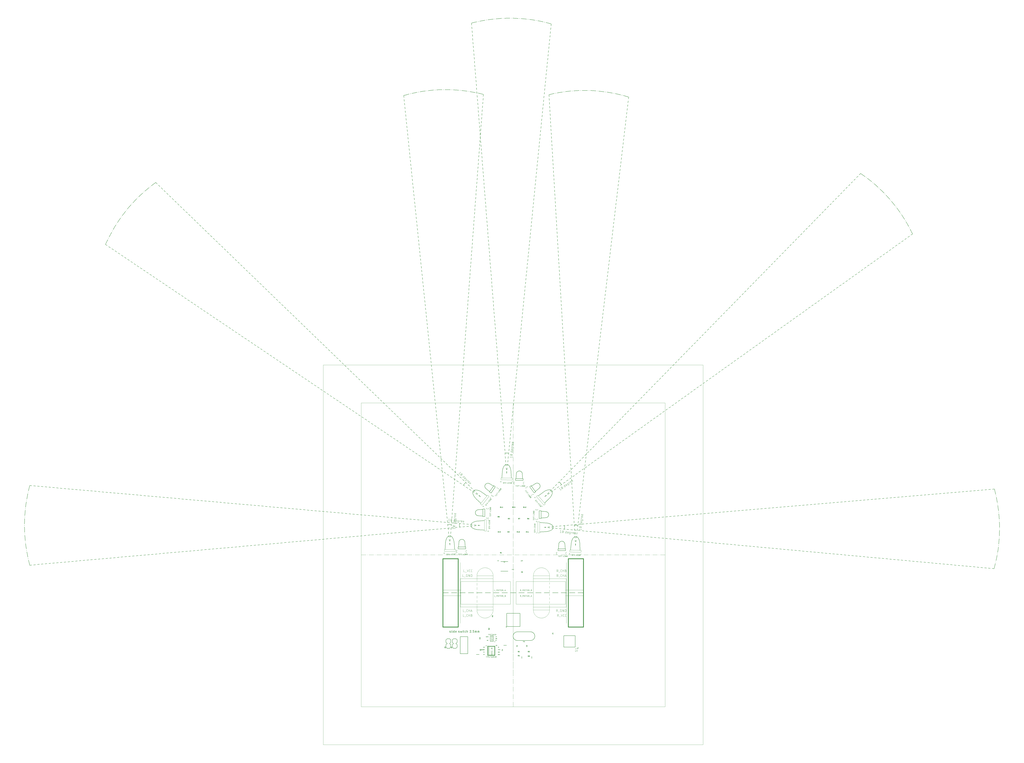
<source format=gbr>
G04 EAGLE Gerber RS-274X export*
G75*
%MOMM*%
%FSLAX34Y34*%
%LPD*%
%INSilkscreen Top*%
%IPPOS*%
%AMOC8*
5,1,8,0,0,1.08239X$1,22.5*%
G01*
%ADD10C,0.101600*%
%ADD11C,0.127000*%
%ADD12C,0.203200*%
%ADD13C,0.152400*%
%ADD14C,0.076200*%
%ADD15C,0.200000*%
%ADD16C,0.025400*%
%ADD17C,0.100000*%
%ADD18C,0.050800*%
%ADD19C,0.177800*%
%ADD20C,0.406400*%


D10*
X0Y0D02*
X0Y800000D01*
X0Y1600000D01*
X800000Y1600000D01*
X1600000Y1600000D01*
X1600000Y800000D01*
X1600000Y0D01*
X800000Y0D01*
X0Y0D01*
X-200000Y1800000D02*
X1800000Y1800000D01*
X1800000Y-200000D01*
X-200000Y-200000D01*
X-200000Y1800000D01*
X800000Y25375D02*
X800000Y0D01*
X800000Y32176D02*
X800000Y33574D01*
X800000Y40375D02*
X800000Y65750D01*
X800000Y72551D02*
X800000Y73949D01*
X800000Y80750D02*
X800000Y106125D01*
X800000Y112926D02*
X800000Y114324D01*
X800000Y121125D02*
X800000Y146500D01*
X800000Y153301D02*
X800000Y154699D01*
X800000Y161500D02*
X800000Y186875D01*
X800000Y193676D02*
X800000Y195074D01*
X800000Y201875D02*
X800000Y227250D01*
X800000Y234051D02*
X800000Y235449D01*
X800000Y242250D02*
X800000Y267625D01*
X800000Y274426D02*
X800000Y275824D01*
X800000Y282625D02*
X800000Y308000D01*
X800000Y314801D02*
X800000Y316199D01*
X800000Y323000D02*
X800000Y348375D01*
X800000Y355176D02*
X800000Y356574D01*
X800000Y363375D02*
X800000Y388750D01*
X800000Y395551D02*
X800000Y396949D01*
X800000Y403750D02*
X800000Y429125D01*
X800000Y435926D02*
X800000Y437324D01*
X800000Y444125D02*
X800000Y469500D01*
X800000Y476301D02*
X800000Y477699D01*
X800000Y484500D02*
X800000Y509875D01*
X800000Y516676D02*
X800000Y518074D01*
X800000Y524875D02*
X800000Y550250D01*
X800000Y557051D02*
X800000Y558449D01*
X800000Y565250D02*
X800000Y590625D01*
X800000Y597426D02*
X800000Y598824D01*
X800000Y605625D02*
X800000Y631000D01*
X800000Y637801D02*
X800000Y639199D01*
X800000Y646000D02*
X800000Y671375D01*
X800000Y678176D02*
X800000Y679574D01*
X800000Y686375D02*
X800000Y711750D01*
X800000Y718551D02*
X800000Y719949D01*
X800000Y726750D02*
X800000Y752125D01*
X800000Y758926D02*
X800000Y760324D01*
X800000Y767125D02*
X800000Y792500D01*
X800000Y799301D02*
X800000Y800699D01*
X800000Y807500D02*
X800000Y832875D01*
X800000Y839676D02*
X800000Y841074D01*
X800000Y847875D02*
X800000Y873250D01*
X800000Y880051D02*
X800000Y881449D01*
X800000Y888250D02*
X800000Y913625D01*
X800000Y920426D02*
X800000Y921824D01*
X800000Y928625D02*
X800000Y954000D01*
X800000Y960801D02*
X800000Y962199D01*
X800000Y969000D02*
X800000Y994375D01*
X800000Y1001176D02*
X800000Y1002574D01*
X800000Y1009375D02*
X800000Y1034750D01*
X800000Y1041551D02*
X800000Y1042949D01*
X800000Y1049750D02*
X800000Y1075125D01*
X800000Y1081926D02*
X800000Y1083324D01*
X800000Y1090125D02*
X800000Y1115500D01*
X800000Y1122301D02*
X800000Y1123699D01*
X800000Y1130500D02*
X800000Y1155875D01*
X800000Y1162676D02*
X800000Y1164074D01*
X800000Y1170875D02*
X800000Y1196250D01*
X800000Y1203051D02*
X800000Y1204449D01*
X800000Y1211250D02*
X800000Y1236625D01*
X800000Y1243426D02*
X800000Y1244824D01*
X800000Y1251625D02*
X800000Y1277000D01*
X800000Y1283801D02*
X800000Y1285199D01*
X800000Y1292000D02*
X800000Y1317375D01*
X800000Y1324176D02*
X800000Y1325574D01*
X800000Y1332375D02*
X800000Y1357750D01*
X800000Y1364551D02*
X800000Y1365949D01*
X800000Y1372750D02*
X800000Y1398125D01*
X800000Y1404926D02*
X800000Y1406324D01*
X800000Y1413125D02*
X800000Y1438500D01*
X800000Y1445301D02*
X800000Y1446699D01*
X800000Y1453500D02*
X800000Y1478875D01*
X800000Y1485676D02*
X800000Y1487074D01*
X800000Y1493875D02*
X800000Y1519250D01*
X800000Y1526051D02*
X800000Y1527449D01*
X800000Y1534250D02*
X800000Y1559625D01*
X800000Y1566426D02*
X800000Y1567824D01*
X800000Y1574625D02*
X800000Y1600000D01*
X25375Y800000D02*
X0Y800000D01*
X32176Y800000D02*
X33574Y800000D01*
X40375Y800000D02*
X65750Y800000D01*
X72551Y800000D02*
X73949Y800000D01*
X80750Y800000D02*
X106125Y800000D01*
X112926Y800000D02*
X114324Y800000D01*
X121125Y800000D02*
X146500Y800000D01*
X153301Y800000D02*
X154699Y800000D01*
X161500Y800000D02*
X186875Y800000D01*
X193676Y800000D02*
X195074Y800000D01*
X201875Y800000D02*
X227250Y800000D01*
X234051Y800000D02*
X235449Y800000D01*
X242250Y800000D02*
X267625Y800000D01*
X274426Y800000D02*
X275824Y800000D01*
X282625Y800000D02*
X308000Y800000D01*
X314801Y800000D02*
X316199Y800000D01*
X323000Y800000D02*
X348375Y800000D01*
X355176Y800000D02*
X356574Y800000D01*
X363375Y800000D02*
X388750Y800000D01*
X395551Y800000D02*
X396949Y800000D01*
X403750Y800000D02*
X429125Y800000D01*
X435926Y800000D02*
X437324Y800000D01*
X444125Y800000D02*
X469500Y800000D01*
X476301Y800000D02*
X477699Y800000D01*
X484500Y800000D02*
X509875Y800000D01*
X516676Y800000D02*
X518074Y800000D01*
X524875Y800000D02*
X550250Y800000D01*
X557051Y800000D02*
X558449Y800000D01*
X565250Y800000D02*
X590625Y800000D01*
X597426Y800000D02*
X598824Y800000D01*
X605625Y800000D02*
X631000Y800000D01*
X637801Y800000D02*
X639199Y800000D01*
X646000Y800000D02*
X671375Y800000D01*
X678176Y800000D02*
X679574Y800000D01*
X686375Y800000D02*
X711750Y800000D01*
X718551Y800000D02*
X719949Y800000D01*
X726750Y800000D02*
X752125Y800000D01*
X758926Y800000D02*
X760324Y800000D01*
X767125Y800000D02*
X792500Y800000D01*
X799301Y800000D02*
X800699Y800000D01*
X807500Y800000D02*
X832875Y800000D01*
X839676Y800000D02*
X841074Y800000D01*
X847875Y800000D02*
X873250Y800000D01*
X880051Y800000D02*
X881449Y800000D01*
X888250Y800000D02*
X913625Y800000D01*
X920426Y800000D02*
X921824Y800000D01*
X928625Y800000D02*
X954000Y800000D01*
X960801Y800000D02*
X962199Y800000D01*
X969000Y800000D02*
X994375Y800000D01*
X1001176Y800000D02*
X1002574Y800000D01*
X1009375Y800000D02*
X1034750Y800000D01*
X1041551Y800000D02*
X1042949Y800000D01*
X1049750Y800000D02*
X1075125Y800000D01*
X1081926Y800000D02*
X1083324Y800000D01*
X1090125Y800000D02*
X1115500Y800000D01*
X1122301Y800000D02*
X1123699Y800000D01*
X1130500Y800000D02*
X1155875Y800000D01*
X1162676Y800000D02*
X1164074Y800000D01*
X1170875Y800000D02*
X1196250Y800000D01*
X1203051Y800000D02*
X1204449Y800000D01*
X1211250Y800000D02*
X1236625Y800000D01*
X1243426Y800000D02*
X1244824Y800000D01*
X1251625Y800000D02*
X1277000Y800000D01*
X1283801Y800000D02*
X1285199Y800000D01*
X1292000Y800000D02*
X1317375Y800000D01*
X1324176Y800000D02*
X1325574Y800000D01*
X1332375Y800000D02*
X1357750Y800000D01*
X1364551Y800000D02*
X1365949Y800000D01*
X1372750Y800000D02*
X1398125Y800000D01*
X1404926Y800000D02*
X1406324Y800000D01*
X1413125Y800000D02*
X1438500Y800000D01*
X1445301Y800000D02*
X1446699Y800000D01*
X1453500Y800000D02*
X1478875Y800000D01*
X1485676Y800000D02*
X1487074Y800000D01*
X1493875Y800000D02*
X1519250Y800000D01*
X1526051Y800000D02*
X1527449Y800000D01*
X1534250Y800000D02*
X1559625Y800000D01*
X1566426Y800000D02*
X1567824Y800000D01*
X1574625Y800000D02*
X1600000Y800000D01*
D11*
X822345Y318804D02*
X822345Y317732D01*
X822343Y317667D01*
X822337Y317603D01*
X822327Y317539D01*
X822314Y317475D01*
X822296Y317413D01*
X822275Y317352D01*
X822251Y317292D01*
X822222Y317234D01*
X822190Y317177D01*
X822155Y317123D01*
X822117Y317071D01*
X822075Y317021D01*
X822031Y316974D01*
X821984Y316930D01*
X821934Y316888D01*
X821882Y316850D01*
X821828Y316815D01*
X821771Y316783D01*
X821713Y316754D01*
X821653Y316730D01*
X821592Y316709D01*
X821530Y316691D01*
X821466Y316678D01*
X821402Y316668D01*
X821338Y316662D01*
X821273Y316660D01*
X821273Y316659D02*
X818591Y316659D01*
X818526Y316661D01*
X818462Y316667D01*
X818398Y316677D01*
X818334Y316690D01*
X818272Y316708D01*
X818211Y316729D01*
X818151Y316754D01*
X818092Y316782D01*
X818036Y316814D01*
X817981Y316849D01*
X817929Y316887D01*
X817879Y316929D01*
X817832Y316973D01*
X817788Y317020D01*
X817746Y317070D01*
X817708Y317122D01*
X817673Y317177D01*
X817641Y317233D01*
X817613Y317292D01*
X817588Y317351D01*
X817567Y317413D01*
X817549Y317475D01*
X817536Y317539D01*
X817526Y317603D01*
X817520Y317667D01*
X817518Y317732D01*
X817519Y317732D02*
X817519Y318804D01*
X818591Y321260D02*
X817519Y322600D01*
X822345Y322600D01*
X822345Y321260D02*
X822345Y323941D01*
X874245Y318804D02*
X874245Y317732D01*
X874243Y317667D01*
X874237Y317603D01*
X874227Y317539D01*
X874214Y317475D01*
X874196Y317413D01*
X874175Y317352D01*
X874151Y317292D01*
X874122Y317234D01*
X874090Y317177D01*
X874055Y317123D01*
X874017Y317071D01*
X873975Y317021D01*
X873931Y316974D01*
X873884Y316930D01*
X873834Y316888D01*
X873782Y316850D01*
X873728Y316815D01*
X873671Y316783D01*
X873613Y316754D01*
X873553Y316730D01*
X873492Y316709D01*
X873430Y316691D01*
X873366Y316678D01*
X873302Y316668D01*
X873238Y316662D01*
X873173Y316660D01*
X873173Y316659D02*
X870491Y316659D01*
X870426Y316661D01*
X870362Y316667D01*
X870298Y316677D01*
X870234Y316690D01*
X870172Y316708D01*
X870111Y316729D01*
X870051Y316754D01*
X869992Y316782D01*
X869936Y316814D01*
X869881Y316849D01*
X869829Y316887D01*
X869779Y316929D01*
X869732Y316973D01*
X869688Y317020D01*
X869646Y317070D01*
X869608Y317122D01*
X869573Y317177D01*
X869541Y317233D01*
X869513Y317292D01*
X869488Y317351D01*
X869467Y317413D01*
X869449Y317475D01*
X869436Y317539D01*
X869426Y317603D01*
X869420Y317667D01*
X869418Y317732D01*
X869419Y317732D02*
X869419Y318804D01*
X869419Y322734D02*
X869421Y322802D01*
X869427Y322869D01*
X869436Y322936D01*
X869449Y323003D01*
X869466Y323068D01*
X869487Y323133D01*
X869511Y323196D01*
X869539Y323258D01*
X869570Y323318D01*
X869604Y323376D01*
X869642Y323432D01*
X869682Y323487D01*
X869726Y323538D01*
X869773Y323587D01*
X869822Y323634D01*
X869873Y323678D01*
X869928Y323718D01*
X869984Y323756D01*
X870042Y323790D01*
X870102Y323821D01*
X870164Y323849D01*
X870227Y323873D01*
X870292Y323894D01*
X870357Y323911D01*
X870424Y323924D01*
X870491Y323933D01*
X870558Y323939D01*
X870626Y323941D01*
X869419Y322734D02*
X869421Y322656D01*
X869427Y322578D01*
X869437Y322501D01*
X869450Y322424D01*
X869468Y322348D01*
X869489Y322273D01*
X869514Y322199D01*
X869543Y322127D01*
X869575Y322056D01*
X869611Y321987D01*
X869650Y321919D01*
X869693Y321854D01*
X869739Y321791D01*
X869788Y321730D01*
X869840Y321672D01*
X869895Y321617D01*
X869952Y321564D01*
X870012Y321515D01*
X870075Y321468D01*
X870140Y321425D01*
X870206Y321385D01*
X870275Y321348D01*
X870346Y321315D01*
X870418Y321285D01*
X870492Y321259D01*
X871564Y323539D02*
X871515Y323588D01*
X871463Y323635D01*
X871408Y323678D01*
X871351Y323719D01*
X871292Y323757D01*
X871231Y323791D01*
X871168Y323822D01*
X871104Y323850D01*
X871038Y323874D01*
X870972Y323894D01*
X870904Y323911D01*
X870835Y323924D01*
X870766Y323933D01*
X870696Y323939D01*
X870626Y323941D01*
X871564Y323539D02*
X874245Y321260D01*
X874245Y323941D01*
X627481Y357732D02*
X627481Y358804D01*
X627481Y357732D02*
X627479Y357667D01*
X627473Y357603D01*
X627463Y357539D01*
X627450Y357475D01*
X627432Y357413D01*
X627411Y357352D01*
X627387Y357292D01*
X627358Y357234D01*
X627326Y357177D01*
X627291Y357123D01*
X627253Y357071D01*
X627211Y357021D01*
X627167Y356974D01*
X627120Y356930D01*
X627070Y356888D01*
X627018Y356850D01*
X626964Y356815D01*
X626907Y356783D01*
X626849Y356754D01*
X626789Y356730D01*
X626728Y356709D01*
X626666Y356691D01*
X626602Y356678D01*
X626538Y356668D01*
X626474Y356662D01*
X626409Y356660D01*
X626409Y356659D02*
X623727Y356659D01*
X623662Y356661D01*
X623598Y356667D01*
X623534Y356677D01*
X623470Y356690D01*
X623408Y356708D01*
X623347Y356729D01*
X623287Y356754D01*
X623228Y356782D01*
X623172Y356814D01*
X623117Y356849D01*
X623065Y356887D01*
X623015Y356929D01*
X622968Y356973D01*
X622924Y357020D01*
X622882Y357070D01*
X622844Y357122D01*
X622809Y357177D01*
X622777Y357233D01*
X622749Y357292D01*
X622724Y357351D01*
X622703Y357413D01*
X622685Y357475D01*
X622672Y357539D01*
X622662Y357603D01*
X622656Y357667D01*
X622654Y357732D01*
X622655Y357732D02*
X622655Y358804D01*
X627481Y361260D02*
X627481Y362600D01*
X627479Y362671D01*
X627473Y362743D01*
X627464Y362813D01*
X627451Y362883D01*
X627434Y362953D01*
X627413Y363021D01*
X627389Y363088D01*
X627361Y363154D01*
X627330Y363218D01*
X627295Y363281D01*
X627257Y363341D01*
X627216Y363400D01*
X627172Y363456D01*
X627125Y363510D01*
X627076Y363561D01*
X627023Y363609D01*
X626968Y363655D01*
X626911Y363697D01*
X626851Y363737D01*
X626790Y363773D01*
X626726Y363806D01*
X626661Y363835D01*
X626595Y363861D01*
X626527Y363884D01*
X626458Y363903D01*
X626388Y363918D01*
X626318Y363929D01*
X626247Y363937D01*
X626176Y363941D01*
X626104Y363941D01*
X626033Y363937D01*
X625962Y363929D01*
X625892Y363918D01*
X625822Y363903D01*
X625753Y363884D01*
X625685Y363861D01*
X625619Y363835D01*
X625554Y363806D01*
X625490Y363773D01*
X625429Y363737D01*
X625369Y363697D01*
X625312Y363655D01*
X625257Y363609D01*
X625204Y363561D01*
X625155Y363510D01*
X625108Y363456D01*
X625064Y363400D01*
X625023Y363341D01*
X624985Y363281D01*
X624950Y363218D01*
X624919Y363154D01*
X624891Y363088D01*
X624867Y363021D01*
X624846Y362953D01*
X624829Y362883D01*
X624816Y362813D01*
X624807Y362743D01*
X624801Y362671D01*
X624799Y362600D01*
X622655Y362868D02*
X622655Y361260D01*
X622655Y362868D02*
X622657Y362933D01*
X622663Y362997D01*
X622673Y363061D01*
X622686Y363125D01*
X622704Y363187D01*
X622725Y363248D01*
X622749Y363308D01*
X622778Y363366D01*
X622810Y363423D01*
X622845Y363477D01*
X622883Y363529D01*
X622925Y363579D01*
X622969Y363626D01*
X623016Y363670D01*
X623066Y363712D01*
X623118Y363750D01*
X623172Y363785D01*
X623229Y363817D01*
X623287Y363846D01*
X623347Y363870D01*
X623408Y363891D01*
X623470Y363909D01*
X623534Y363922D01*
X623598Y363932D01*
X623662Y363938D01*
X623727Y363940D01*
X623792Y363938D01*
X623856Y363932D01*
X623920Y363922D01*
X623984Y363909D01*
X624046Y363891D01*
X624107Y363870D01*
X624167Y363846D01*
X624225Y363817D01*
X624282Y363785D01*
X624336Y363750D01*
X624388Y363712D01*
X624438Y363670D01*
X624485Y363626D01*
X624529Y363579D01*
X624571Y363529D01*
X624609Y363477D01*
X624644Y363423D01*
X624676Y363366D01*
X624705Y363308D01*
X624729Y363248D01*
X624750Y363187D01*
X624768Y363125D01*
X624781Y363061D01*
X624791Y362997D01*
X624797Y362933D01*
X624799Y362868D01*
X624800Y362868D02*
X624800Y361796D01*
D12*
X749480Y323330D02*
X764720Y323330D01*
D11*
X745035Y297704D02*
X745035Y296632D01*
X745033Y296567D01*
X745027Y296503D01*
X745017Y296439D01*
X745004Y296375D01*
X744986Y296313D01*
X744965Y296252D01*
X744941Y296192D01*
X744912Y296134D01*
X744880Y296077D01*
X744845Y296023D01*
X744807Y295971D01*
X744765Y295921D01*
X744721Y295874D01*
X744674Y295830D01*
X744624Y295788D01*
X744572Y295750D01*
X744518Y295715D01*
X744461Y295683D01*
X744403Y295654D01*
X744343Y295630D01*
X744282Y295609D01*
X744220Y295591D01*
X744156Y295578D01*
X744092Y295568D01*
X744028Y295562D01*
X743963Y295560D01*
X743963Y295559D02*
X741281Y295559D01*
X741216Y295561D01*
X741152Y295567D01*
X741088Y295577D01*
X741024Y295590D01*
X740962Y295608D01*
X740901Y295629D01*
X740841Y295654D01*
X740782Y295682D01*
X740726Y295714D01*
X740671Y295749D01*
X740619Y295787D01*
X740569Y295829D01*
X740522Y295873D01*
X740478Y295920D01*
X740436Y295970D01*
X740398Y296022D01*
X740363Y296077D01*
X740331Y296133D01*
X740303Y296192D01*
X740278Y296251D01*
X740257Y296313D01*
X740239Y296375D01*
X740226Y296439D01*
X740216Y296503D01*
X740210Y296567D01*
X740208Y296632D01*
X740209Y296632D02*
X740209Y297704D01*
X740209Y301232D02*
X743963Y300160D01*
X743963Y302841D01*
X742890Y302037D02*
X745035Y302037D01*
D12*
X621220Y275070D02*
X605980Y275070D01*
D11*
X630491Y296632D02*
X630491Y297704D01*
X630491Y296632D02*
X630489Y296567D01*
X630483Y296503D01*
X630473Y296439D01*
X630460Y296375D01*
X630442Y296313D01*
X630421Y296252D01*
X630397Y296192D01*
X630368Y296134D01*
X630336Y296077D01*
X630301Y296023D01*
X630263Y295971D01*
X630221Y295921D01*
X630177Y295874D01*
X630130Y295830D01*
X630080Y295788D01*
X630028Y295750D01*
X629974Y295715D01*
X629917Y295683D01*
X629859Y295654D01*
X629799Y295630D01*
X629738Y295609D01*
X629676Y295591D01*
X629612Y295578D01*
X629548Y295568D01*
X629484Y295562D01*
X629419Y295560D01*
X629419Y295559D02*
X626737Y295559D01*
X626672Y295561D01*
X626608Y295567D01*
X626544Y295577D01*
X626480Y295590D01*
X626418Y295608D01*
X626357Y295629D01*
X626297Y295654D01*
X626238Y295682D01*
X626182Y295714D01*
X626127Y295749D01*
X626075Y295787D01*
X626025Y295829D01*
X625978Y295873D01*
X625934Y295920D01*
X625892Y295970D01*
X625854Y296022D01*
X625819Y296077D01*
X625787Y296133D01*
X625759Y296192D01*
X625734Y296251D01*
X625713Y296313D01*
X625695Y296375D01*
X625682Y296439D01*
X625672Y296503D01*
X625666Y296567D01*
X625664Y296632D01*
X625665Y296632D02*
X625665Y297704D01*
X630491Y300160D02*
X630491Y301768D01*
X630489Y301833D01*
X630483Y301897D01*
X630473Y301961D01*
X630460Y302025D01*
X630442Y302087D01*
X630421Y302148D01*
X630397Y302208D01*
X630368Y302266D01*
X630336Y302323D01*
X630301Y302377D01*
X630263Y302429D01*
X630221Y302479D01*
X630177Y302526D01*
X630130Y302570D01*
X630080Y302612D01*
X630028Y302650D01*
X629974Y302685D01*
X629917Y302717D01*
X629859Y302746D01*
X629799Y302770D01*
X629738Y302791D01*
X629676Y302809D01*
X629612Y302822D01*
X629548Y302832D01*
X629484Y302838D01*
X629419Y302840D01*
X629419Y302841D02*
X628882Y302841D01*
X628882Y302840D02*
X628817Y302838D01*
X628753Y302832D01*
X628689Y302822D01*
X628625Y302809D01*
X628563Y302791D01*
X628502Y302770D01*
X628442Y302746D01*
X628384Y302717D01*
X628327Y302685D01*
X628273Y302650D01*
X628221Y302612D01*
X628171Y302570D01*
X628124Y302526D01*
X628080Y302479D01*
X628038Y302429D01*
X628000Y302377D01*
X627965Y302323D01*
X627933Y302266D01*
X627904Y302208D01*
X627880Y302148D01*
X627859Y302087D01*
X627841Y302025D01*
X627828Y301961D01*
X627818Y301897D01*
X627812Y301833D01*
X627810Y301768D01*
X627810Y300160D01*
X625665Y300160D01*
X625665Y302841D01*
X843732Y707219D02*
X844804Y707219D01*
X843732Y707219D02*
X843667Y707221D01*
X843603Y707227D01*
X843539Y707237D01*
X843475Y707250D01*
X843413Y707268D01*
X843352Y707289D01*
X843292Y707313D01*
X843234Y707342D01*
X843177Y707374D01*
X843123Y707409D01*
X843071Y707447D01*
X843021Y707489D01*
X842974Y707533D01*
X842930Y707580D01*
X842888Y707630D01*
X842850Y707682D01*
X842815Y707736D01*
X842783Y707793D01*
X842754Y707851D01*
X842730Y707911D01*
X842709Y707972D01*
X842691Y708034D01*
X842678Y708098D01*
X842668Y708162D01*
X842662Y708226D01*
X842660Y708291D01*
X842659Y708291D02*
X842659Y710973D01*
X842660Y710973D02*
X842662Y711038D01*
X842668Y711102D01*
X842678Y711166D01*
X842691Y711230D01*
X842709Y711292D01*
X842730Y711353D01*
X842754Y711413D01*
X842783Y711471D01*
X842815Y711528D01*
X842850Y711582D01*
X842888Y711634D01*
X842930Y711684D01*
X842974Y711731D01*
X843021Y711775D01*
X843071Y711817D01*
X843123Y711855D01*
X843177Y711890D01*
X843234Y711922D01*
X843292Y711951D01*
X843352Y711975D01*
X843413Y711996D01*
X843475Y712014D01*
X843539Y712027D01*
X843603Y712037D01*
X843667Y712043D01*
X843732Y712045D01*
X844804Y712045D01*
X847260Y709900D02*
X848868Y709900D01*
X848933Y709898D01*
X848997Y709892D01*
X849061Y709882D01*
X849125Y709869D01*
X849187Y709851D01*
X849248Y709830D01*
X849308Y709806D01*
X849366Y709777D01*
X849423Y709745D01*
X849477Y709710D01*
X849529Y709672D01*
X849579Y709630D01*
X849626Y709586D01*
X849670Y709539D01*
X849712Y709489D01*
X849750Y709437D01*
X849785Y709383D01*
X849817Y709326D01*
X849846Y709268D01*
X849870Y709208D01*
X849891Y709147D01*
X849909Y709085D01*
X849922Y709021D01*
X849932Y708957D01*
X849938Y708893D01*
X849940Y708828D01*
X849941Y708828D02*
X849941Y708560D01*
X849939Y708489D01*
X849933Y708417D01*
X849924Y708347D01*
X849911Y708277D01*
X849894Y708207D01*
X849873Y708139D01*
X849849Y708072D01*
X849821Y708006D01*
X849790Y707942D01*
X849755Y707879D01*
X849717Y707819D01*
X849676Y707760D01*
X849632Y707704D01*
X849585Y707650D01*
X849536Y707599D01*
X849483Y707551D01*
X849428Y707505D01*
X849371Y707463D01*
X849311Y707423D01*
X849250Y707387D01*
X849186Y707354D01*
X849121Y707325D01*
X849055Y707299D01*
X848987Y707276D01*
X848918Y707257D01*
X848848Y707242D01*
X848778Y707231D01*
X848707Y707223D01*
X848636Y707219D01*
X848564Y707219D01*
X848493Y707223D01*
X848422Y707231D01*
X848352Y707242D01*
X848282Y707257D01*
X848213Y707276D01*
X848145Y707299D01*
X848079Y707325D01*
X848014Y707354D01*
X847950Y707387D01*
X847889Y707423D01*
X847829Y707463D01*
X847772Y707505D01*
X847717Y707551D01*
X847664Y707599D01*
X847615Y707650D01*
X847568Y707704D01*
X847524Y707760D01*
X847483Y707819D01*
X847445Y707879D01*
X847410Y707942D01*
X847379Y708006D01*
X847351Y708072D01*
X847327Y708139D01*
X847306Y708207D01*
X847289Y708277D01*
X847276Y708347D01*
X847267Y708417D01*
X847261Y708489D01*
X847259Y708560D01*
X847260Y708560D02*
X847260Y709900D01*
X847262Y709991D01*
X847268Y710082D01*
X847277Y710172D01*
X847291Y710263D01*
X847308Y710352D01*
X847329Y710440D01*
X847354Y710528D01*
X847383Y710615D01*
X847415Y710700D01*
X847450Y710784D01*
X847490Y710866D01*
X847532Y710946D01*
X847578Y711025D01*
X847628Y711101D01*
X847680Y711175D01*
X847736Y711248D01*
X847795Y711317D01*
X847856Y711384D01*
X847921Y711449D01*
X847988Y711510D01*
X848057Y711569D01*
X848129Y711625D01*
X848204Y711677D01*
X848280Y711727D01*
X848359Y711773D01*
X848439Y711815D01*
X848521Y711855D01*
X848605Y711890D01*
X848690Y711922D01*
X848777Y711951D01*
X848864Y711976D01*
X848953Y711997D01*
X849042Y712014D01*
X849133Y712028D01*
X849223Y712037D01*
X849314Y712043D01*
X849405Y712045D01*
X844204Y766055D02*
X843132Y766055D01*
X843067Y766057D01*
X843003Y766063D01*
X842939Y766073D01*
X842875Y766086D01*
X842813Y766104D01*
X842752Y766125D01*
X842692Y766149D01*
X842634Y766178D01*
X842577Y766210D01*
X842523Y766245D01*
X842471Y766283D01*
X842421Y766325D01*
X842374Y766369D01*
X842330Y766416D01*
X842288Y766466D01*
X842250Y766518D01*
X842215Y766572D01*
X842183Y766629D01*
X842154Y766687D01*
X842130Y766747D01*
X842109Y766808D01*
X842091Y766870D01*
X842078Y766934D01*
X842068Y766998D01*
X842062Y767062D01*
X842060Y767127D01*
X842059Y767127D02*
X842059Y769809D01*
X842060Y769809D02*
X842062Y769874D01*
X842068Y769938D01*
X842078Y770002D01*
X842091Y770066D01*
X842109Y770128D01*
X842130Y770189D01*
X842154Y770249D01*
X842183Y770307D01*
X842215Y770364D01*
X842250Y770418D01*
X842288Y770470D01*
X842330Y770520D01*
X842374Y770567D01*
X842421Y770611D01*
X842471Y770653D01*
X842523Y770691D01*
X842577Y770726D01*
X842634Y770758D01*
X842692Y770787D01*
X842752Y770811D01*
X842813Y770832D01*
X842875Y770850D01*
X842939Y770863D01*
X843003Y770873D01*
X843067Y770879D01*
X843132Y770881D01*
X844204Y770881D01*
X846660Y770881D02*
X846660Y770345D01*
X846660Y770881D02*
X849341Y770881D01*
X848000Y766055D01*
X845875Y264763D02*
X845875Y255238D01*
X825825Y266985D02*
X825825Y271811D01*
X827165Y271811D01*
X827235Y271809D01*
X827305Y271804D01*
X827375Y271794D01*
X827444Y271782D01*
X827512Y271765D01*
X827579Y271745D01*
X827646Y271722D01*
X827710Y271695D01*
X827774Y271665D01*
X827836Y271631D01*
X827895Y271595D01*
X827953Y271555D01*
X828009Y271512D01*
X828062Y271467D01*
X828113Y271418D01*
X828162Y271367D01*
X828207Y271314D01*
X828250Y271258D01*
X828290Y271200D01*
X828326Y271141D01*
X828360Y271079D01*
X828390Y271015D01*
X828417Y270951D01*
X828440Y270884D01*
X828460Y270817D01*
X828477Y270749D01*
X828489Y270680D01*
X828499Y270610D01*
X828504Y270540D01*
X828506Y270470D01*
X828506Y268326D01*
X828504Y268256D01*
X828499Y268186D01*
X828489Y268116D01*
X828477Y268047D01*
X828460Y267979D01*
X828440Y267912D01*
X828417Y267845D01*
X828390Y267781D01*
X828360Y267717D01*
X828326Y267655D01*
X828290Y267596D01*
X828250Y267538D01*
X828207Y267482D01*
X828162Y267429D01*
X828113Y267378D01*
X828062Y267329D01*
X828009Y267284D01*
X827953Y267241D01*
X827895Y267201D01*
X827835Y267165D01*
X827774Y267131D01*
X827710Y267101D01*
X827646Y267074D01*
X827579Y267051D01*
X827512Y267031D01*
X827444Y267014D01*
X827375Y267002D01*
X827305Y266992D01*
X827235Y266987D01*
X827165Y266985D01*
X825825Y266985D01*
X831494Y270739D02*
X832835Y271811D01*
X832835Y266985D01*
X834175Y266985D02*
X831494Y266985D01*
X898375Y264763D02*
X898375Y255238D01*
X878325Y264285D02*
X878325Y269111D01*
X879665Y269111D01*
X879735Y269109D01*
X879805Y269104D01*
X879875Y269094D01*
X879944Y269082D01*
X880012Y269065D01*
X880079Y269045D01*
X880146Y269022D01*
X880210Y268995D01*
X880274Y268965D01*
X880336Y268931D01*
X880395Y268895D01*
X880453Y268855D01*
X880509Y268812D01*
X880562Y268767D01*
X880613Y268718D01*
X880662Y268667D01*
X880707Y268614D01*
X880750Y268558D01*
X880790Y268500D01*
X880826Y268441D01*
X880860Y268379D01*
X880890Y268315D01*
X880917Y268251D01*
X880940Y268184D01*
X880960Y268117D01*
X880977Y268049D01*
X880989Y267980D01*
X880999Y267910D01*
X881004Y267840D01*
X881006Y267770D01*
X881006Y265626D01*
X881004Y265556D01*
X880999Y265486D01*
X880989Y265416D01*
X880977Y265347D01*
X880960Y265279D01*
X880940Y265212D01*
X880917Y265145D01*
X880890Y265081D01*
X880860Y265017D01*
X880826Y264955D01*
X880790Y264896D01*
X880750Y264838D01*
X880707Y264782D01*
X880662Y264729D01*
X880613Y264678D01*
X880562Y264629D01*
X880509Y264584D01*
X880453Y264541D01*
X880395Y264501D01*
X880335Y264465D01*
X880274Y264431D01*
X880210Y264401D01*
X880146Y264374D01*
X880079Y264351D01*
X880012Y264331D01*
X879944Y264314D01*
X879875Y264302D01*
X879805Y264292D01*
X879735Y264287D01*
X879665Y264285D01*
X878325Y264285D01*
X885469Y269111D02*
X885537Y269109D01*
X885604Y269103D01*
X885671Y269094D01*
X885738Y269081D01*
X885803Y269064D01*
X885868Y269043D01*
X885931Y269019D01*
X885993Y268991D01*
X886053Y268960D01*
X886111Y268926D01*
X886167Y268888D01*
X886222Y268848D01*
X886273Y268804D01*
X886322Y268757D01*
X886369Y268708D01*
X886413Y268657D01*
X886453Y268602D01*
X886491Y268546D01*
X886525Y268488D01*
X886556Y268428D01*
X886584Y268366D01*
X886608Y268303D01*
X886629Y268238D01*
X886646Y268173D01*
X886659Y268106D01*
X886668Y268039D01*
X886674Y267972D01*
X886676Y267904D01*
X885469Y269111D02*
X885391Y269109D01*
X885313Y269103D01*
X885236Y269093D01*
X885159Y269080D01*
X885083Y269062D01*
X885008Y269041D01*
X884934Y269016D01*
X884862Y268987D01*
X884791Y268955D01*
X884722Y268919D01*
X884654Y268880D01*
X884589Y268837D01*
X884526Y268791D01*
X884465Y268742D01*
X884407Y268690D01*
X884352Y268635D01*
X884299Y268578D01*
X884250Y268518D01*
X884203Y268455D01*
X884160Y268391D01*
X884120Y268324D01*
X884083Y268255D01*
X884050Y268184D01*
X884020Y268112D01*
X883994Y268039D01*
X886273Y266966D02*
X886322Y267015D01*
X886369Y267067D01*
X886412Y267122D01*
X886453Y267179D01*
X886491Y267238D01*
X886525Y267299D01*
X886556Y267362D01*
X886584Y267426D01*
X886608Y267492D01*
X886628Y267558D01*
X886645Y267626D01*
X886658Y267695D01*
X886667Y267764D01*
X886673Y267834D01*
X886675Y267904D01*
X886273Y266966D02*
X883994Y264285D01*
X886675Y264285D01*
D13*
X803638Y722944D02*
X793224Y722944D01*
X772396Y713800D02*
X734804Y713800D01*
X756648Y764600D02*
X772396Y764600D01*
X756648Y764600D02*
X750552Y764600D01*
X734804Y764600D01*
X750552Y764600D02*
X750554Y764491D01*
X750560Y764383D01*
X750569Y764274D01*
X750583Y764166D01*
X750600Y764059D01*
X750622Y763952D01*
X750647Y763846D01*
X750675Y763741D01*
X750708Y763637D01*
X750744Y763535D01*
X750784Y763434D01*
X750827Y763334D01*
X750874Y763236D01*
X750925Y763139D01*
X750979Y763045D01*
X751036Y762952D01*
X751096Y762862D01*
X751160Y762773D01*
X751227Y762687D01*
X751296Y762604D01*
X751369Y762523D01*
X751445Y762445D01*
X751523Y762369D01*
X751604Y762296D01*
X751687Y762227D01*
X751773Y762160D01*
X751862Y762096D01*
X751952Y762036D01*
X752045Y761979D01*
X752139Y761925D01*
X752236Y761874D01*
X752334Y761827D01*
X752434Y761784D01*
X752535Y761744D01*
X752637Y761708D01*
X752741Y761675D01*
X752846Y761647D01*
X752952Y761622D01*
X753059Y761600D01*
X753166Y761583D01*
X753274Y761569D01*
X753383Y761560D01*
X753491Y761554D01*
X753600Y761552D01*
X753709Y761554D01*
X753817Y761560D01*
X753926Y761569D01*
X754034Y761583D01*
X754141Y761600D01*
X754248Y761622D01*
X754354Y761647D01*
X754459Y761675D01*
X754563Y761708D01*
X754665Y761744D01*
X754766Y761784D01*
X754866Y761827D01*
X754964Y761874D01*
X755061Y761925D01*
X755155Y761979D01*
X755248Y762036D01*
X755338Y762096D01*
X755427Y762160D01*
X755513Y762227D01*
X755596Y762296D01*
X755677Y762369D01*
X755755Y762445D01*
X755831Y762523D01*
X755904Y762604D01*
X755973Y762687D01*
X756040Y762773D01*
X756104Y762862D01*
X756164Y762952D01*
X756221Y763045D01*
X756275Y763139D01*
X756326Y763236D01*
X756373Y763334D01*
X756416Y763434D01*
X756456Y763535D01*
X756492Y763637D01*
X756525Y763741D01*
X756553Y763846D01*
X756578Y763952D01*
X756600Y764059D01*
X756617Y764166D01*
X756631Y764274D01*
X756640Y764383D01*
X756646Y764491D01*
X756648Y764600D01*
D14*
X720037Y769116D02*
X720037Y773095D01*
X720037Y769116D02*
X722358Y766131D01*
X720037Y769116D02*
X717715Y766131D01*
X720037Y769116D02*
X723684Y770442D01*
X720037Y769116D02*
X716389Y770442D01*
D11*
X1005705Y383736D02*
X1009459Y383736D01*
X1009524Y383734D01*
X1009588Y383728D01*
X1009652Y383718D01*
X1009716Y383705D01*
X1009778Y383687D01*
X1009839Y383666D01*
X1009899Y383642D01*
X1009957Y383613D01*
X1010014Y383581D01*
X1010068Y383546D01*
X1010120Y383508D01*
X1010170Y383466D01*
X1010217Y383422D01*
X1010261Y383375D01*
X1010303Y383325D01*
X1010341Y383273D01*
X1010376Y383219D01*
X1010408Y383162D01*
X1010437Y383104D01*
X1010461Y383044D01*
X1010482Y382983D01*
X1010500Y382921D01*
X1010513Y382857D01*
X1010523Y382793D01*
X1010529Y382729D01*
X1010531Y382664D01*
X1010531Y382127D01*
X1006777Y386684D02*
X1005705Y388024D01*
X1010531Y388024D01*
X1010531Y386684D02*
X1010531Y389365D01*
D12*
X479500Y326650D02*
X479500Y313950D01*
X479500Y326650D02*
X485850Y333000D01*
X498550Y333000D02*
X504900Y326650D01*
X485850Y333000D02*
X479500Y339350D01*
X479500Y352050D01*
X485850Y358400D01*
X498550Y358400D02*
X504900Y352050D01*
X504900Y339350D01*
X498550Y333000D01*
X498550Y307600D02*
X485850Y307600D01*
X479500Y313950D01*
X498550Y307600D02*
X504900Y313950D01*
X504900Y326650D01*
X498550Y358400D02*
X485850Y358400D01*
D11*
X476523Y309844D02*
X472769Y309844D01*
X476523Y309843D02*
X476588Y309841D01*
X476652Y309835D01*
X476716Y309825D01*
X476780Y309812D01*
X476842Y309794D01*
X476903Y309773D01*
X476963Y309749D01*
X477021Y309720D01*
X477078Y309688D01*
X477132Y309653D01*
X477184Y309615D01*
X477234Y309573D01*
X477281Y309529D01*
X477325Y309482D01*
X477367Y309432D01*
X477405Y309380D01*
X477440Y309326D01*
X477472Y309269D01*
X477501Y309211D01*
X477525Y309151D01*
X477546Y309090D01*
X477564Y309028D01*
X477577Y308964D01*
X477587Y308900D01*
X477593Y308836D01*
X477595Y308771D01*
X477595Y308235D01*
X472769Y314266D02*
X472771Y314334D01*
X472777Y314401D01*
X472786Y314468D01*
X472799Y314535D01*
X472816Y314600D01*
X472837Y314665D01*
X472861Y314728D01*
X472889Y314790D01*
X472920Y314850D01*
X472954Y314908D01*
X472992Y314964D01*
X473032Y315019D01*
X473076Y315070D01*
X473123Y315119D01*
X473172Y315166D01*
X473223Y315210D01*
X473278Y315250D01*
X473334Y315288D01*
X473392Y315322D01*
X473452Y315353D01*
X473514Y315381D01*
X473577Y315405D01*
X473642Y315426D01*
X473707Y315443D01*
X473774Y315456D01*
X473841Y315465D01*
X473908Y315471D01*
X473976Y315473D01*
X472769Y314266D02*
X472771Y314188D01*
X472777Y314110D01*
X472787Y314033D01*
X472800Y313956D01*
X472818Y313880D01*
X472839Y313805D01*
X472864Y313731D01*
X472893Y313659D01*
X472925Y313588D01*
X472961Y313519D01*
X473000Y313451D01*
X473043Y313386D01*
X473089Y313323D01*
X473138Y313262D01*
X473190Y313204D01*
X473245Y313149D01*
X473302Y313096D01*
X473362Y313047D01*
X473425Y313000D01*
X473490Y312957D01*
X473556Y312917D01*
X473625Y312880D01*
X473696Y312847D01*
X473768Y312817D01*
X473842Y312791D01*
X474914Y315071D02*
X474865Y315120D01*
X474813Y315167D01*
X474758Y315210D01*
X474701Y315251D01*
X474642Y315289D01*
X474581Y315323D01*
X474518Y315354D01*
X474454Y315382D01*
X474388Y315406D01*
X474322Y315426D01*
X474254Y315443D01*
X474185Y315456D01*
X474116Y315465D01*
X474046Y315471D01*
X473976Y315473D01*
X474914Y315071D02*
X477595Y312792D01*
X477595Y315473D01*
D12*
X446000Y313950D02*
X446000Y326650D01*
X452350Y333000D01*
X465050Y333000D02*
X471400Y326650D01*
X452350Y333000D02*
X446000Y339350D01*
X446000Y352050D01*
X452350Y358400D01*
X465050Y358400D02*
X471400Y352050D01*
X471400Y339350D01*
X465050Y333000D01*
X465050Y307600D02*
X452350Y307600D01*
X446000Y313950D01*
X465050Y307600D02*
X471400Y313950D01*
X471400Y326650D01*
X465050Y358400D02*
X452350Y358400D01*
D11*
X443023Y309844D02*
X439269Y309844D01*
X443023Y309843D02*
X443088Y309841D01*
X443152Y309835D01*
X443216Y309825D01*
X443280Y309812D01*
X443342Y309794D01*
X443403Y309773D01*
X443463Y309749D01*
X443521Y309720D01*
X443578Y309688D01*
X443632Y309653D01*
X443684Y309615D01*
X443734Y309573D01*
X443781Y309529D01*
X443825Y309482D01*
X443867Y309432D01*
X443905Y309380D01*
X443940Y309326D01*
X443972Y309269D01*
X444001Y309211D01*
X444025Y309151D01*
X444046Y309090D01*
X444064Y309028D01*
X444077Y308964D01*
X444087Y308900D01*
X444093Y308836D01*
X444095Y308771D01*
X444095Y308235D01*
X444095Y312792D02*
X444095Y314132D01*
X444093Y314203D01*
X444087Y314275D01*
X444078Y314345D01*
X444065Y314415D01*
X444048Y314485D01*
X444027Y314553D01*
X444003Y314620D01*
X443975Y314686D01*
X443944Y314750D01*
X443909Y314813D01*
X443871Y314873D01*
X443830Y314932D01*
X443786Y314988D01*
X443739Y315042D01*
X443690Y315093D01*
X443637Y315141D01*
X443582Y315187D01*
X443525Y315229D01*
X443465Y315269D01*
X443404Y315305D01*
X443340Y315338D01*
X443275Y315367D01*
X443209Y315393D01*
X443141Y315416D01*
X443072Y315435D01*
X443002Y315450D01*
X442932Y315461D01*
X442861Y315469D01*
X442790Y315473D01*
X442718Y315473D01*
X442647Y315469D01*
X442576Y315461D01*
X442506Y315450D01*
X442436Y315435D01*
X442367Y315416D01*
X442299Y315393D01*
X442233Y315367D01*
X442168Y315338D01*
X442104Y315305D01*
X442043Y315269D01*
X441983Y315229D01*
X441926Y315187D01*
X441871Y315141D01*
X441818Y315093D01*
X441769Y315042D01*
X441722Y314988D01*
X441678Y314932D01*
X441637Y314873D01*
X441599Y314813D01*
X441564Y314750D01*
X441533Y314686D01*
X441505Y314620D01*
X441481Y314553D01*
X441460Y314485D01*
X441443Y314415D01*
X441430Y314345D01*
X441421Y314275D01*
X441415Y314203D01*
X441413Y314132D01*
X439269Y314400D02*
X439269Y312792D01*
X439269Y314400D02*
X439271Y314465D01*
X439277Y314529D01*
X439287Y314593D01*
X439300Y314657D01*
X439318Y314719D01*
X439339Y314780D01*
X439363Y314840D01*
X439392Y314898D01*
X439424Y314955D01*
X439459Y315009D01*
X439497Y315061D01*
X439539Y315111D01*
X439583Y315158D01*
X439630Y315202D01*
X439680Y315244D01*
X439732Y315282D01*
X439786Y315317D01*
X439843Y315349D01*
X439901Y315378D01*
X439961Y315402D01*
X440022Y315423D01*
X440084Y315441D01*
X440148Y315454D01*
X440212Y315464D01*
X440276Y315470D01*
X440341Y315472D01*
X440406Y315470D01*
X440470Y315464D01*
X440534Y315454D01*
X440598Y315441D01*
X440660Y315423D01*
X440721Y315402D01*
X440781Y315378D01*
X440839Y315349D01*
X440896Y315317D01*
X440950Y315282D01*
X441002Y315244D01*
X441052Y315202D01*
X441099Y315158D01*
X441143Y315111D01*
X441185Y315061D01*
X441223Y315009D01*
X441258Y314955D01*
X441290Y314898D01*
X441319Y314840D01*
X441343Y314780D01*
X441364Y314719D01*
X441382Y314657D01*
X441395Y314593D01*
X441405Y314529D01*
X441411Y314465D01*
X441413Y314400D01*
X441414Y314400D02*
X441414Y313328D01*
X825948Y293081D02*
X825948Y288255D01*
X825948Y293081D02*
X827289Y293081D01*
X827360Y293079D01*
X827432Y293073D01*
X827502Y293064D01*
X827572Y293051D01*
X827642Y293034D01*
X827710Y293013D01*
X827777Y292989D01*
X827843Y292961D01*
X827907Y292930D01*
X827970Y292895D01*
X828030Y292857D01*
X828089Y292816D01*
X828145Y292772D01*
X828199Y292725D01*
X828250Y292676D01*
X828298Y292623D01*
X828344Y292568D01*
X828386Y292511D01*
X828426Y292451D01*
X828462Y292390D01*
X828495Y292326D01*
X828524Y292261D01*
X828550Y292195D01*
X828573Y292127D01*
X828592Y292058D01*
X828607Y291988D01*
X828618Y291918D01*
X828626Y291847D01*
X828630Y291776D01*
X828630Y291704D01*
X828626Y291633D01*
X828618Y291562D01*
X828607Y291492D01*
X828592Y291422D01*
X828573Y291353D01*
X828550Y291285D01*
X828524Y291219D01*
X828495Y291154D01*
X828462Y291090D01*
X828426Y291029D01*
X828386Y290969D01*
X828344Y290912D01*
X828298Y290857D01*
X828250Y290804D01*
X828199Y290755D01*
X828145Y290708D01*
X828089Y290664D01*
X828030Y290623D01*
X827970Y290585D01*
X827907Y290550D01*
X827843Y290519D01*
X827777Y290491D01*
X827710Y290467D01*
X827642Y290446D01*
X827572Y290429D01*
X827502Y290416D01*
X827432Y290407D01*
X827360Y290401D01*
X827289Y290399D01*
X827289Y290400D02*
X825948Y290400D01*
X827557Y290400D02*
X828629Y288255D01*
X831371Y292009D02*
X832711Y293081D01*
X832711Y288255D01*
X831371Y288255D02*
X834052Y288255D01*
X820405Y918555D02*
X820405Y923381D01*
X821746Y923381D01*
X821817Y923379D01*
X821889Y923373D01*
X821959Y923364D01*
X822029Y923351D01*
X822099Y923334D01*
X822167Y923313D01*
X822234Y923289D01*
X822300Y923261D01*
X822364Y923230D01*
X822427Y923195D01*
X822487Y923157D01*
X822546Y923116D01*
X822602Y923072D01*
X822656Y923025D01*
X822707Y922976D01*
X822755Y922923D01*
X822801Y922868D01*
X822843Y922811D01*
X822883Y922751D01*
X822919Y922690D01*
X822952Y922626D01*
X822981Y922561D01*
X823007Y922495D01*
X823030Y922427D01*
X823049Y922358D01*
X823064Y922288D01*
X823075Y922218D01*
X823083Y922147D01*
X823087Y922076D01*
X823087Y922004D01*
X823083Y921933D01*
X823075Y921862D01*
X823064Y921792D01*
X823049Y921722D01*
X823030Y921653D01*
X823007Y921585D01*
X822981Y921519D01*
X822952Y921454D01*
X822919Y921390D01*
X822883Y921329D01*
X822843Y921269D01*
X822801Y921212D01*
X822755Y921157D01*
X822707Y921104D01*
X822656Y921055D01*
X822602Y921008D01*
X822546Y920964D01*
X822487Y920923D01*
X822427Y920885D01*
X822364Y920850D01*
X822300Y920819D01*
X822234Y920791D01*
X822167Y920767D01*
X822099Y920746D01*
X822029Y920729D01*
X821959Y920716D01*
X821889Y920707D01*
X821817Y920701D01*
X821746Y920699D01*
X821746Y920700D02*
X820405Y920700D01*
X822014Y920700D02*
X823086Y918555D01*
X825828Y922309D02*
X827168Y923381D01*
X827168Y918555D01*
X825828Y918555D02*
X828509Y918555D01*
X831314Y920968D02*
X831316Y921088D01*
X831321Y921208D01*
X831330Y921328D01*
X831343Y921448D01*
X831359Y921567D01*
X831379Y921686D01*
X831403Y921804D01*
X831430Y921921D01*
X831460Y922037D01*
X831494Y922152D01*
X831532Y922267D01*
X831573Y922380D01*
X831617Y922491D01*
X831665Y922602D01*
X831716Y922711D01*
X831717Y922711D02*
X831738Y922768D01*
X831764Y922824D01*
X831792Y922879D01*
X831824Y922931D01*
X831860Y922982D01*
X831898Y923030D01*
X831939Y923076D01*
X831983Y923119D01*
X832029Y923159D01*
X832078Y923196D01*
X832130Y923230D01*
X832183Y923261D01*
X832238Y923289D01*
X832294Y923313D01*
X832352Y923334D01*
X832411Y923351D01*
X832471Y923364D01*
X832532Y923373D01*
X832594Y923379D01*
X832655Y923381D01*
X832716Y923379D01*
X832778Y923373D01*
X832839Y923364D01*
X832899Y923351D01*
X832958Y923334D01*
X833016Y923313D01*
X833072Y923289D01*
X833127Y923261D01*
X833180Y923230D01*
X833232Y923196D01*
X833281Y923159D01*
X833327Y923119D01*
X833371Y923076D01*
X833412Y923030D01*
X833450Y922982D01*
X833486Y922931D01*
X833518Y922879D01*
X833546Y922824D01*
X833572Y922768D01*
X833593Y922711D01*
X833644Y922602D01*
X833692Y922491D01*
X833736Y922380D01*
X833777Y922267D01*
X833815Y922152D01*
X833849Y922037D01*
X833879Y921921D01*
X833906Y921804D01*
X833930Y921686D01*
X833950Y921567D01*
X833966Y921448D01*
X833979Y921328D01*
X833988Y921208D01*
X833993Y921088D01*
X833995Y920968D01*
X831314Y920968D02*
X831316Y920848D01*
X831321Y920728D01*
X831330Y920608D01*
X831343Y920488D01*
X831359Y920369D01*
X831379Y920250D01*
X831403Y920132D01*
X831430Y920015D01*
X831460Y919899D01*
X831494Y919784D01*
X831532Y919669D01*
X831573Y919556D01*
X831617Y919445D01*
X831665Y919334D01*
X831716Y919225D01*
X831717Y919225D02*
X831738Y919168D01*
X831764Y919112D01*
X831792Y919057D01*
X831824Y919005D01*
X831860Y918954D01*
X831898Y918906D01*
X831939Y918860D01*
X831983Y918817D01*
X832029Y918777D01*
X832078Y918740D01*
X832130Y918706D01*
X832183Y918675D01*
X832238Y918647D01*
X832294Y918623D01*
X832352Y918602D01*
X832411Y918585D01*
X832471Y918572D01*
X832532Y918563D01*
X832594Y918557D01*
X832655Y918555D01*
X833593Y919225D02*
X833644Y919334D01*
X833692Y919445D01*
X833736Y919556D01*
X833777Y919669D01*
X833815Y919784D01*
X833849Y919899D01*
X833879Y920015D01*
X833906Y920132D01*
X833930Y920250D01*
X833950Y920369D01*
X833966Y920488D01*
X833979Y920608D01*
X833988Y920728D01*
X833993Y920848D01*
X833995Y920968D01*
X833593Y919225D02*
X833572Y919168D01*
X833546Y919112D01*
X833518Y919057D01*
X833486Y919005D01*
X833450Y918954D01*
X833412Y918906D01*
X833371Y918860D01*
X833327Y918817D01*
X833280Y918777D01*
X833232Y918740D01*
X833180Y918706D01*
X833127Y918675D01*
X833072Y918647D01*
X833016Y918623D01*
X832958Y918602D01*
X832899Y918585D01*
X832839Y918572D01*
X832778Y918563D01*
X832716Y918557D01*
X832655Y918555D01*
X831582Y919627D02*
X833727Y922309D01*
X732305Y1048555D02*
X732305Y1053381D01*
X733646Y1053381D01*
X733717Y1053379D01*
X733789Y1053373D01*
X733859Y1053364D01*
X733929Y1053351D01*
X733999Y1053334D01*
X734067Y1053313D01*
X734134Y1053289D01*
X734200Y1053261D01*
X734264Y1053230D01*
X734327Y1053195D01*
X734387Y1053157D01*
X734446Y1053116D01*
X734502Y1053072D01*
X734556Y1053025D01*
X734607Y1052976D01*
X734655Y1052923D01*
X734701Y1052868D01*
X734743Y1052811D01*
X734783Y1052751D01*
X734819Y1052690D01*
X734852Y1052626D01*
X734881Y1052561D01*
X734907Y1052495D01*
X734930Y1052427D01*
X734949Y1052358D01*
X734964Y1052288D01*
X734975Y1052218D01*
X734983Y1052147D01*
X734987Y1052076D01*
X734987Y1052004D01*
X734983Y1051933D01*
X734975Y1051862D01*
X734964Y1051792D01*
X734949Y1051722D01*
X734930Y1051653D01*
X734907Y1051585D01*
X734881Y1051519D01*
X734852Y1051454D01*
X734819Y1051390D01*
X734783Y1051329D01*
X734743Y1051269D01*
X734701Y1051212D01*
X734655Y1051157D01*
X734607Y1051104D01*
X734556Y1051055D01*
X734502Y1051008D01*
X734446Y1050964D01*
X734387Y1050923D01*
X734327Y1050885D01*
X734264Y1050850D01*
X734200Y1050819D01*
X734134Y1050791D01*
X734067Y1050767D01*
X733999Y1050746D01*
X733929Y1050729D01*
X733859Y1050716D01*
X733789Y1050707D01*
X733717Y1050701D01*
X733646Y1050699D01*
X733646Y1050700D02*
X732305Y1050700D01*
X733914Y1050700D02*
X734986Y1048555D01*
X737728Y1052309D02*
X739068Y1053381D01*
X739068Y1048555D01*
X737728Y1048555D02*
X740409Y1048555D01*
X743214Y1052309D02*
X744555Y1053381D01*
X744555Y1048555D01*
X745895Y1048555D02*
X743214Y1048555D01*
X854205Y1048555D02*
X854205Y1053381D01*
X855546Y1053381D01*
X855617Y1053379D01*
X855689Y1053373D01*
X855759Y1053364D01*
X855829Y1053351D01*
X855899Y1053334D01*
X855967Y1053313D01*
X856034Y1053289D01*
X856100Y1053261D01*
X856164Y1053230D01*
X856227Y1053195D01*
X856287Y1053157D01*
X856346Y1053116D01*
X856402Y1053072D01*
X856456Y1053025D01*
X856507Y1052976D01*
X856555Y1052923D01*
X856601Y1052868D01*
X856643Y1052811D01*
X856683Y1052751D01*
X856719Y1052690D01*
X856752Y1052626D01*
X856781Y1052561D01*
X856807Y1052495D01*
X856830Y1052427D01*
X856849Y1052358D01*
X856864Y1052288D01*
X856875Y1052218D01*
X856883Y1052147D01*
X856887Y1052076D01*
X856887Y1052004D01*
X856883Y1051933D01*
X856875Y1051862D01*
X856864Y1051792D01*
X856849Y1051722D01*
X856830Y1051653D01*
X856807Y1051585D01*
X856781Y1051519D01*
X856752Y1051454D01*
X856719Y1051390D01*
X856683Y1051329D01*
X856643Y1051269D01*
X856601Y1051212D01*
X856555Y1051157D01*
X856507Y1051104D01*
X856456Y1051055D01*
X856402Y1051008D01*
X856346Y1050964D01*
X856287Y1050923D01*
X856227Y1050885D01*
X856164Y1050850D01*
X856100Y1050819D01*
X856034Y1050791D01*
X855967Y1050767D01*
X855899Y1050746D01*
X855829Y1050729D01*
X855759Y1050716D01*
X855689Y1050707D01*
X855617Y1050701D01*
X855546Y1050699D01*
X855546Y1050700D02*
X854205Y1050700D01*
X855814Y1050700D02*
X856886Y1048555D01*
X859628Y1052309D02*
X860968Y1053381D01*
X860968Y1048555D01*
X859628Y1048555D02*
X862309Y1048555D01*
X866589Y1053381D02*
X866657Y1053379D01*
X866724Y1053373D01*
X866791Y1053364D01*
X866858Y1053351D01*
X866923Y1053334D01*
X866988Y1053313D01*
X867051Y1053289D01*
X867113Y1053261D01*
X867173Y1053230D01*
X867231Y1053196D01*
X867287Y1053158D01*
X867342Y1053118D01*
X867393Y1053074D01*
X867442Y1053027D01*
X867489Y1052978D01*
X867533Y1052927D01*
X867573Y1052872D01*
X867611Y1052816D01*
X867645Y1052758D01*
X867676Y1052698D01*
X867704Y1052636D01*
X867728Y1052573D01*
X867749Y1052508D01*
X867766Y1052443D01*
X867779Y1052376D01*
X867788Y1052309D01*
X867794Y1052242D01*
X867796Y1052174D01*
X866589Y1053381D02*
X866511Y1053379D01*
X866433Y1053373D01*
X866356Y1053363D01*
X866279Y1053350D01*
X866203Y1053332D01*
X866128Y1053311D01*
X866054Y1053286D01*
X865982Y1053257D01*
X865911Y1053225D01*
X865842Y1053189D01*
X865774Y1053150D01*
X865709Y1053107D01*
X865646Y1053061D01*
X865585Y1053012D01*
X865527Y1052960D01*
X865472Y1052905D01*
X865419Y1052848D01*
X865370Y1052788D01*
X865323Y1052725D01*
X865280Y1052661D01*
X865240Y1052594D01*
X865203Y1052525D01*
X865170Y1052454D01*
X865140Y1052382D01*
X865114Y1052309D01*
X867393Y1051236D02*
X867442Y1051285D01*
X867489Y1051337D01*
X867532Y1051392D01*
X867573Y1051449D01*
X867611Y1051508D01*
X867645Y1051569D01*
X867676Y1051632D01*
X867704Y1051696D01*
X867728Y1051762D01*
X867748Y1051828D01*
X867765Y1051896D01*
X867778Y1051965D01*
X867787Y1052034D01*
X867793Y1052104D01*
X867795Y1052174D01*
X867393Y1051236D02*
X865114Y1048555D01*
X867795Y1048555D01*
X796105Y1048555D02*
X796105Y1053381D01*
X797446Y1053381D01*
X797517Y1053379D01*
X797589Y1053373D01*
X797659Y1053364D01*
X797729Y1053351D01*
X797799Y1053334D01*
X797867Y1053313D01*
X797934Y1053289D01*
X798000Y1053261D01*
X798064Y1053230D01*
X798127Y1053195D01*
X798187Y1053157D01*
X798246Y1053116D01*
X798302Y1053072D01*
X798356Y1053025D01*
X798407Y1052976D01*
X798455Y1052923D01*
X798501Y1052868D01*
X798543Y1052811D01*
X798583Y1052751D01*
X798619Y1052690D01*
X798652Y1052626D01*
X798681Y1052561D01*
X798707Y1052495D01*
X798730Y1052427D01*
X798749Y1052358D01*
X798764Y1052288D01*
X798775Y1052218D01*
X798783Y1052147D01*
X798787Y1052076D01*
X798787Y1052004D01*
X798783Y1051933D01*
X798775Y1051862D01*
X798764Y1051792D01*
X798749Y1051722D01*
X798730Y1051653D01*
X798707Y1051585D01*
X798681Y1051519D01*
X798652Y1051454D01*
X798619Y1051390D01*
X798583Y1051329D01*
X798543Y1051269D01*
X798501Y1051212D01*
X798455Y1051157D01*
X798407Y1051104D01*
X798356Y1051055D01*
X798302Y1051008D01*
X798246Y1050964D01*
X798187Y1050923D01*
X798127Y1050885D01*
X798064Y1050850D01*
X798000Y1050819D01*
X797934Y1050791D01*
X797867Y1050767D01*
X797799Y1050746D01*
X797729Y1050729D01*
X797659Y1050716D01*
X797589Y1050707D01*
X797517Y1050701D01*
X797446Y1050699D01*
X797446Y1050700D02*
X796105Y1050700D01*
X797714Y1050700D02*
X798786Y1048555D01*
X801528Y1052309D02*
X802868Y1053381D01*
X802868Y1048555D01*
X801528Y1048555D02*
X804209Y1048555D01*
X807014Y1048555D02*
X808355Y1048555D01*
X808426Y1048557D01*
X808498Y1048563D01*
X808568Y1048572D01*
X808638Y1048585D01*
X808708Y1048602D01*
X808776Y1048623D01*
X808843Y1048647D01*
X808909Y1048675D01*
X808973Y1048706D01*
X809036Y1048741D01*
X809096Y1048779D01*
X809155Y1048820D01*
X809211Y1048864D01*
X809265Y1048911D01*
X809316Y1048960D01*
X809364Y1049013D01*
X809410Y1049068D01*
X809452Y1049125D01*
X809492Y1049185D01*
X809528Y1049246D01*
X809561Y1049310D01*
X809590Y1049375D01*
X809616Y1049441D01*
X809639Y1049509D01*
X809658Y1049578D01*
X809673Y1049648D01*
X809684Y1049718D01*
X809692Y1049789D01*
X809696Y1049860D01*
X809696Y1049932D01*
X809692Y1050003D01*
X809684Y1050074D01*
X809673Y1050144D01*
X809658Y1050214D01*
X809639Y1050283D01*
X809616Y1050351D01*
X809590Y1050417D01*
X809561Y1050482D01*
X809528Y1050546D01*
X809492Y1050607D01*
X809452Y1050667D01*
X809410Y1050724D01*
X809364Y1050779D01*
X809316Y1050832D01*
X809265Y1050881D01*
X809211Y1050928D01*
X809155Y1050972D01*
X809096Y1051013D01*
X809036Y1051051D01*
X808973Y1051086D01*
X808909Y1051117D01*
X808843Y1051145D01*
X808776Y1051169D01*
X808708Y1051190D01*
X808638Y1051207D01*
X808568Y1051220D01*
X808498Y1051229D01*
X808426Y1051235D01*
X808355Y1051237D01*
X808623Y1053381D02*
X807014Y1053381D01*
X808623Y1053381D02*
X808688Y1053379D01*
X808752Y1053373D01*
X808816Y1053363D01*
X808880Y1053350D01*
X808942Y1053332D01*
X809003Y1053311D01*
X809063Y1053287D01*
X809121Y1053258D01*
X809178Y1053226D01*
X809232Y1053191D01*
X809284Y1053153D01*
X809334Y1053111D01*
X809381Y1053067D01*
X809425Y1053020D01*
X809467Y1052970D01*
X809505Y1052918D01*
X809540Y1052864D01*
X809572Y1052807D01*
X809601Y1052749D01*
X809625Y1052689D01*
X809646Y1052628D01*
X809664Y1052566D01*
X809677Y1052502D01*
X809687Y1052438D01*
X809693Y1052374D01*
X809695Y1052309D01*
X809693Y1052244D01*
X809687Y1052180D01*
X809677Y1052116D01*
X809664Y1052052D01*
X809646Y1051990D01*
X809625Y1051929D01*
X809601Y1051869D01*
X809572Y1051811D01*
X809540Y1051754D01*
X809505Y1051700D01*
X809467Y1051648D01*
X809425Y1051598D01*
X809381Y1051551D01*
X809334Y1051507D01*
X809284Y1051465D01*
X809232Y1051427D01*
X809178Y1051392D01*
X809121Y1051360D01*
X809063Y1051331D01*
X809003Y1051307D01*
X808942Y1051286D01*
X808880Y1051268D01*
X808816Y1051255D01*
X808752Y1051245D01*
X808688Y1051239D01*
X808623Y1051237D01*
X808623Y1051236D02*
X807550Y1051236D01*
X868005Y923381D02*
X868005Y918555D01*
X868005Y923381D02*
X869346Y923381D01*
X869417Y923379D01*
X869489Y923373D01*
X869559Y923364D01*
X869629Y923351D01*
X869699Y923334D01*
X869767Y923313D01*
X869834Y923289D01*
X869900Y923261D01*
X869964Y923230D01*
X870027Y923195D01*
X870087Y923157D01*
X870146Y923116D01*
X870202Y923072D01*
X870256Y923025D01*
X870307Y922976D01*
X870355Y922923D01*
X870401Y922868D01*
X870443Y922811D01*
X870483Y922751D01*
X870519Y922690D01*
X870552Y922626D01*
X870581Y922561D01*
X870607Y922495D01*
X870630Y922427D01*
X870649Y922358D01*
X870664Y922288D01*
X870675Y922218D01*
X870683Y922147D01*
X870687Y922076D01*
X870687Y922004D01*
X870683Y921933D01*
X870675Y921862D01*
X870664Y921792D01*
X870649Y921722D01*
X870630Y921653D01*
X870607Y921585D01*
X870581Y921519D01*
X870552Y921454D01*
X870519Y921390D01*
X870483Y921329D01*
X870443Y921269D01*
X870401Y921212D01*
X870355Y921157D01*
X870307Y921104D01*
X870256Y921055D01*
X870202Y921008D01*
X870146Y920964D01*
X870087Y920923D01*
X870027Y920885D01*
X869964Y920850D01*
X869900Y920819D01*
X869834Y920791D01*
X869767Y920767D01*
X869699Y920746D01*
X869629Y920729D01*
X869559Y920716D01*
X869489Y920707D01*
X869417Y920701D01*
X869346Y920699D01*
X869346Y920700D02*
X868005Y920700D01*
X869614Y920700D02*
X870686Y918555D01*
X873428Y922309D02*
X874768Y923381D01*
X874768Y918555D01*
X873428Y918555D02*
X876109Y918555D01*
X878914Y919627D02*
X879986Y923381D01*
X878914Y919627D02*
X881595Y919627D01*
X880791Y920700D02*
X880791Y918555D01*
X719905Y918555D02*
X719905Y923381D01*
X721246Y923381D01*
X721317Y923379D01*
X721389Y923373D01*
X721459Y923364D01*
X721529Y923351D01*
X721599Y923334D01*
X721667Y923313D01*
X721734Y923289D01*
X721800Y923261D01*
X721864Y923230D01*
X721927Y923195D01*
X721987Y923157D01*
X722046Y923116D01*
X722102Y923072D01*
X722156Y923025D01*
X722207Y922976D01*
X722255Y922923D01*
X722301Y922868D01*
X722343Y922811D01*
X722383Y922751D01*
X722419Y922690D01*
X722452Y922626D01*
X722481Y922561D01*
X722507Y922495D01*
X722530Y922427D01*
X722549Y922358D01*
X722564Y922288D01*
X722575Y922218D01*
X722583Y922147D01*
X722587Y922076D01*
X722587Y922004D01*
X722583Y921933D01*
X722575Y921862D01*
X722564Y921792D01*
X722549Y921722D01*
X722530Y921653D01*
X722507Y921585D01*
X722481Y921519D01*
X722452Y921454D01*
X722419Y921390D01*
X722383Y921329D01*
X722343Y921269D01*
X722301Y921212D01*
X722255Y921157D01*
X722207Y921104D01*
X722156Y921055D01*
X722102Y921008D01*
X722046Y920964D01*
X721987Y920923D01*
X721927Y920885D01*
X721864Y920850D01*
X721800Y920819D01*
X721734Y920791D01*
X721667Y920767D01*
X721599Y920746D01*
X721529Y920729D01*
X721459Y920716D01*
X721389Y920707D01*
X721317Y920701D01*
X721246Y920699D01*
X721246Y920700D02*
X719905Y920700D01*
X721514Y920700D02*
X722586Y918555D01*
X725328Y922309D02*
X726668Y923381D01*
X726668Y918555D01*
X725328Y918555D02*
X728009Y918555D01*
X730814Y918555D02*
X732423Y918555D01*
X732488Y918557D01*
X732552Y918563D01*
X732616Y918573D01*
X732680Y918586D01*
X732742Y918604D01*
X732803Y918625D01*
X732863Y918649D01*
X732921Y918678D01*
X732978Y918710D01*
X733032Y918745D01*
X733084Y918783D01*
X733134Y918825D01*
X733181Y918869D01*
X733225Y918916D01*
X733267Y918966D01*
X733305Y919018D01*
X733340Y919072D01*
X733372Y919129D01*
X733401Y919187D01*
X733425Y919247D01*
X733446Y919308D01*
X733464Y919370D01*
X733477Y919434D01*
X733487Y919498D01*
X733493Y919562D01*
X733495Y919627D01*
X733495Y920164D01*
X733493Y920229D01*
X733487Y920293D01*
X733477Y920357D01*
X733464Y920421D01*
X733446Y920483D01*
X733425Y920544D01*
X733401Y920604D01*
X733372Y920662D01*
X733340Y920719D01*
X733305Y920773D01*
X733267Y920825D01*
X733225Y920875D01*
X733181Y920922D01*
X733134Y920966D01*
X733084Y921008D01*
X733032Y921046D01*
X732978Y921081D01*
X732921Y921113D01*
X732863Y921142D01*
X732803Y921166D01*
X732742Y921187D01*
X732680Y921205D01*
X732616Y921218D01*
X732552Y921228D01*
X732488Y921234D01*
X732423Y921236D01*
X730814Y921236D01*
X730814Y923381D01*
X733495Y923381D01*
X675081Y406248D02*
X670255Y406248D01*
X670255Y407589D01*
X670257Y407660D01*
X670263Y407732D01*
X670272Y407802D01*
X670285Y407872D01*
X670302Y407942D01*
X670323Y408010D01*
X670347Y408077D01*
X670375Y408143D01*
X670406Y408207D01*
X670441Y408270D01*
X670479Y408330D01*
X670520Y408389D01*
X670564Y408445D01*
X670611Y408499D01*
X670660Y408550D01*
X670713Y408598D01*
X670768Y408644D01*
X670825Y408686D01*
X670885Y408726D01*
X670946Y408762D01*
X671010Y408795D01*
X671075Y408824D01*
X671141Y408850D01*
X671209Y408873D01*
X671278Y408892D01*
X671348Y408907D01*
X671418Y408918D01*
X671489Y408926D01*
X671560Y408930D01*
X671632Y408930D01*
X671703Y408926D01*
X671774Y408918D01*
X671844Y408907D01*
X671914Y408892D01*
X671983Y408873D01*
X672051Y408850D01*
X672117Y408824D01*
X672182Y408795D01*
X672246Y408762D01*
X672307Y408726D01*
X672367Y408686D01*
X672424Y408644D01*
X672479Y408598D01*
X672532Y408550D01*
X672581Y408499D01*
X672628Y408445D01*
X672672Y408389D01*
X672713Y408330D01*
X672751Y408270D01*
X672786Y408207D01*
X672817Y408143D01*
X672845Y408077D01*
X672869Y408010D01*
X672890Y407942D01*
X672907Y407872D01*
X672920Y407802D01*
X672929Y407732D01*
X672935Y407660D01*
X672937Y407589D01*
X672936Y407589D02*
X672936Y406248D01*
X672936Y407857D02*
X675081Y408929D01*
X670255Y413145D02*
X670257Y413213D01*
X670263Y413280D01*
X670272Y413347D01*
X670285Y413414D01*
X670302Y413479D01*
X670323Y413544D01*
X670347Y413607D01*
X670375Y413669D01*
X670406Y413729D01*
X670440Y413787D01*
X670478Y413843D01*
X670518Y413898D01*
X670562Y413949D01*
X670609Y413998D01*
X670658Y414045D01*
X670709Y414089D01*
X670764Y414129D01*
X670820Y414167D01*
X670878Y414201D01*
X670938Y414232D01*
X671000Y414260D01*
X671063Y414284D01*
X671128Y414305D01*
X671193Y414322D01*
X671260Y414335D01*
X671327Y414344D01*
X671394Y414350D01*
X671462Y414352D01*
X670255Y413145D02*
X670257Y413067D01*
X670263Y412989D01*
X670273Y412912D01*
X670286Y412835D01*
X670304Y412759D01*
X670325Y412684D01*
X670350Y412610D01*
X670379Y412538D01*
X670411Y412467D01*
X670447Y412398D01*
X670486Y412330D01*
X670529Y412265D01*
X670575Y412202D01*
X670624Y412141D01*
X670676Y412083D01*
X670731Y412028D01*
X670788Y411975D01*
X670848Y411926D01*
X670911Y411879D01*
X670976Y411836D01*
X671042Y411796D01*
X671111Y411759D01*
X671182Y411726D01*
X671254Y411696D01*
X671328Y411670D01*
X672400Y413950D02*
X672351Y413999D01*
X672299Y414046D01*
X672244Y414089D01*
X672187Y414130D01*
X672128Y414168D01*
X672067Y414202D01*
X672004Y414233D01*
X671940Y414261D01*
X671874Y414285D01*
X671808Y414305D01*
X671740Y414322D01*
X671671Y414335D01*
X671602Y414344D01*
X671532Y414350D01*
X671462Y414352D01*
X672400Y413950D02*
X675081Y411671D01*
X675081Y414352D01*
X878448Y293081D02*
X878448Y288255D01*
X878448Y293081D02*
X879789Y293081D01*
X879860Y293079D01*
X879932Y293073D01*
X880002Y293064D01*
X880072Y293051D01*
X880142Y293034D01*
X880210Y293013D01*
X880277Y292989D01*
X880343Y292961D01*
X880407Y292930D01*
X880470Y292895D01*
X880530Y292857D01*
X880589Y292816D01*
X880645Y292772D01*
X880699Y292725D01*
X880750Y292676D01*
X880798Y292623D01*
X880844Y292568D01*
X880886Y292511D01*
X880926Y292451D01*
X880962Y292390D01*
X880995Y292326D01*
X881024Y292261D01*
X881050Y292195D01*
X881073Y292127D01*
X881092Y292058D01*
X881107Y291988D01*
X881118Y291918D01*
X881126Y291847D01*
X881130Y291776D01*
X881130Y291704D01*
X881126Y291633D01*
X881118Y291562D01*
X881107Y291492D01*
X881092Y291422D01*
X881073Y291353D01*
X881050Y291285D01*
X881024Y291219D01*
X880995Y291154D01*
X880962Y291090D01*
X880926Y291029D01*
X880886Y290969D01*
X880844Y290912D01*
X880798Y290857D01*
X880750Y290804D01*
X880699Y290755D01*
X880645Y290708D01*
X880589Y290664D01*
X880530Y290623D01*
X880470Y290585D01*
X880407Y290550D01*
X880343Y290519D01*
X880277Y290491D01*
X880210Y290467D01*
X880142Y290446D01*
X880072Y290429D01*
X880002Y290416D01*
X879932Y290407D01*
X879860Y290401D01*
X879789Y290399D01*
X879789Y290400D02*
X878448Y290400D01*
X880057Y290400D02*
X881129Y288255D01*
X883871Y288255D02*
X885211Y288255D01*
X885282Y288257D01*
X885354Y288263D01*
X885424Y288272D01*
X885494Y288285D01*
X885564Y288302D01*
X885632Y288323D01*
X885699Y288347D01*
X885765Y288375D01*
X885829Y288406D01*
X885892Y288441D01*
X885952Y288479D01*
X886011Y288520D01*
X886067Y288564D01*
X886121Y288611D01*
X886172Y288660D01*
X886220Y288713D01*
X886266Y288768D01*
X886308Y288825D01*
X886348Y288885D01*
X886384Y288946D01*
X886417Y289010D01*
X886446Y289075D01*
X886472Y289141D01*
X886495Y289209D01*
X886514Y289278D01*
X886529Y289348D01*
X886540Y289418D01*
X886548Y289489D01*
X886552Y289560D01*
X886552Y289632D01*
X886548Y289703D01*
X886540Y289774D01*
X886529Y289844D01*
X886514Y289914D01*
X886495Y289983D01*
X886472Y290051D01*
X886446Y290117D01*
X886417Y290182D01*
X886384Y290246D01*
X886348Y290307D01*
X886308Y290367D01*
X886266Y290424D01*
X886220Y290479D01*
X886172Y290532D01*
X886121Y290581D01*
X886067Y290628D01*
X886011Y290672D01*
X885952Y290713D01*
X885892Y290751D01*
X885829Y290786D01*
X885765Y290817D01*
X885699Y290845D01*
X885632Y290869D01*
X885564Y290890D01*
X885494Y290907D01*
X885424Y290920D01*
X885354Y290929D01*
X885282Y290935D01*
X885211Y290937D01*
X885479Y293081D02*
X883871Y293081D01*
X885479Y293081D02*
X885544Y293079D01*
X885608Y293073D01*
X885672Y293063D01*
X885736Y293050D01*
X885798Y293032D01*
X885859Y293011D01*
X885919Y292987D01*
X885977Y292958D01*
X886034Y292926D01*
X886088Y292891D01*
X886140Y292853D01*
X886190Y292811D01*
X886237Y292767D01*
X886281Y292720D01*
X886323Y292670D01*
X886361Y292618D01*
X886396Y292564D01*
X886428Y292507D01*
X886457Y292449D01*
X886481Y292389D01*
X886502Y292328D01*
X886520Y292266D01*
X886533Y292202D01*
X886543Y292138D01*
X886549Y292074D01*
X886551Y292009D01*
X886549Y291944D01*
X886543Y291880D01*
X886533Y291816D01*
X886520Y291752D01*
X886502Y291690D01*
X886481Y291629D01*
X886457Y291569D01*
X886428Y291511D01*
X886396Y291454D01*
X886361Y291400D01*
X886323Y291348D01*
X886281Y291298D01*
X886237Y291251D01*
X886190Y291207D01*
X886140Y291165D01*
X886088Y291127D01*
X886034Y291092D01*
X885977Y291060D01*
X885919Y291031D01*
X885859Y291007D01*
X885798Y290986D01*
X885736Y290968D01*
X885672Y290955D01*
X885608Y290945D01*
X885544Y290939D01*
X885479Y290937D01*
X885479Y290936D02*
X884407Y290936D01*
X731748Y808555D02*
X731748Y813381D01*
X733089Y813381D01*
X733160Y813379D01*
X733232Y813373D01*
X733302Y813364D01*
X733372Y813351D01*
X733442Y813334D01*
X733510Y813313D01*
X733577Y813289D01*
X733643Y813261D01*
X733707Y813230D01*
X733770Y813195D01*
X733830Y813157D01*
X733889Y813116D01*
X733945Y813072D01*
X733999Y813025D01*
X734050Y812976D01*
X734098Y812923D01*
X734144Y812868D01*
X734186Y812811D01*
X734226Y812751D01*
X734262Y812690D01*
X734295Y812626D01*
X734324Y812561D01*
X734350Y812495D01*
X734373Y812427D01*
X734392Y812358D01*
X734407Y812288D01*
X734418Y812218D01*
X734426Y812147D01*
X734430Y812076D01*
X734430Y812004D01*
X734426Y811933D01*
X734418Y811862D01*
X734407Y811792D01*
X734392Y811722D01*
X734373Y811653D01*
X734350Y811585D01*
X734324Y811519D01*
X734295Y811454D01*
X734262Y811390D01*
X734226Y811329D01*
X734186Y811269D01*
X734144Y811212D01*
X734098Y811157D01*
X734050Y811104D01*
X733999Y811055D01*
X733945Y811008D01*
X733889Y810964D01*
X733830Y810923D01*
X733770Y810885D01*
X733707Y810850D01*
X733643Y810819D01*
X733577Y810791D01*
X733510Y810767D01*
X733442Y810746D01*
X733372Y810729D01*
X733302Y810716D01*
X733232Y810707D01*
X733160Y810701D01*
X733089Y810699D01*
X733089Y810700D02*
X731748Y810700D01*
X733357Y810700D02*
X734429Y808555D01*
X737171Y809627D02*
X738243Y813381D01*
X737171Y809627D02*
X739852Y809627D01*
X739048Y810700D02*
X739048Y808555D01*
X773648Y988555D02*
X773648Y993381D01*
X774989Y993381D01*
X775060Y993379D01*
X775132Y993373D01*
X775202Y993364D01*
X775272Y993351D01*
X775342Y993334D01*
X775410Y993313D01*
X775477Y993289D01*
X775543Y993261D01*
X775607Y993230D01*
X775670Y993195D01*
X775730Y993157D01*
X775789Y993116D01*
X775845Y993072D01*
X775899Y993025D01*
X775950Y992976D01*
X775998Y992923D01*
X776044Y992868D01*
X776086Y992811D01*
X776126Y992751D01*
X776162Y992690D01*
X776195Y992626D01*
X776224Y992561D01*
X776250Y992495D01*
X776273Y992427D01*
X776292Y992358D01*
X776307Y992288D01*
X776318Y992218D01*
X776326Y992147D01*
X776330Y992076D01*
X776330Y992004D01*
X776326Y991933D01*
X776318Y991862D01*
X776307Y991792D01*
X776292Y991722D01*
X776273Y991653D01*
X776250Y991585D01*
X776224Y991519D01*
X776195Y991454D01*
X776162Y991390D01*
X776126Y991329D01*
X776086Y991269D01*
X776044Y991212D01*
X775998Y991157D01*
X775950Y991104D01*
X775899Y991055D01*
X775845Y991008D01*
X775789Y990964D01*
X775730Y990923D01*
X775670Y990885D01*
X775607Y990850D01*
X775543Y990819D01*
X775477Y990791D01*
X775410Y990767D01*
X775342Y990746D01*
X775272Y990729D01*
X775202Y990716D01*
X775132Y990707D01*
X775060Y990701D01*
X774989Y990699D01*
X774989Y990700D02*
X773648Y990700D01*
X775257Y990700D02*
X776329Y988555D01*
X779071Y988555D02*
X780679Y988555D01*
X780744Y988557D01*
X780808Y988563D01*
X780872Y988573D01*
X780936Y988586D01*
X780998Y988604D01*
X781059Y988625D01*
X781119Y988649D01*
X781177Y988678D01*
X781234Y988710D01*
X781288Y988745D01*
X781340Y988783D01*
X781390Y988825D01*
X781437Y988869D01*
X781481Y988916D01*
X781523Y988966D01*
X781561Y989018D01*
X781596Y989072D01*
X781628Y989129D01*
X781657Y989187D01*
X781681Y989247D01*
X781702Y989308D01*
X781720Y989370D01*
X781733Y989434D01*
X781743Y989498D01*
X781749Y989562D01*
X781751Y989627D01*
X781752Y989627D02*
X781752Y990164D01*
X781751Y990164D02*
X781749Y990229D01*
X781743Y990293D01*
X781733Y990357D01*
X781720Y990421D01*
X781702Y990483D01*
X781681Y990544D01*
X781657Y990604D01*
X781628Y990662D01*
X781596Y990719D01*
X781561Y990773D01*
X781523Y990825D01*
X781481Y990875D01*
X781437Y990922D01*
X781390Y990966D01*
X781340Y991008D01*
X781288Y991046D01*
X781234Y991081D01*
X781177Y991113D01*
X781119Y991142D01*
X781059Y991166D01*
X780998Y991187D01*
X780936Y991205D01*
X780872Y991218D01*
X780808Y991228D01*
X780744Y991234D01*
X780679Y991236D01*
X779071Y991236D01*
X779071Y993381D01*
X781752Y993381D01*
X875548Y993381D02*
X875548Y988555D01*
X875548Y993381D02*
X876889Y993381D01*
X876960Y993379D01*
X877032Y993373D01*
X877102Y993364D01*
X877172Y993351D01*
X877242Y993334D01*
X877310Y993313D01*
X877377Y993289D01*
X877443Y993261D01*
X877507Y993230D01*
X877570Y993195D01*
X877630Y993157D01*
X877689Y993116D01*
X877745Y993072D01*
X877799Y993025D01*
X877850Y992976D01*
X877898Y992923D01*
X877944Y992868D01*
X877986Y992811D01*
X878026Y992751D01*
X878062Y992690D01*
X878095Y992626D01*
X878124Y992561D01*
X878150Y992495D01*
X878173Y992427D01*
X878192Y992358D01*
X878207Y992288D01*
X878218Y992218D01*
X878226Y992147D01*
X878230Y992076D01*
X878230Y992004D01*
X878226Y991933D01*
X878218Y991862D01*
X878207Y991792D01*
X878192Y991722D01*
X878173Y991653D01*
X878150Y991585D01*
X878124Y991519D01*
X878095Y991454D01*
X878062Y991390D01*
X878026Y991329D01*
X877986Y991269D01*
X877944Y991212D01*
X877898Y991157D01*
X877850Y991104D01*
X877799Y991055D01*
X877745Y991008D01*
X877689Y990964D01*
X877630Y990923D01*
X877570Y990885D01*
X877507Y990850D01*
X877443Y990819D01*
X877377Y990791D01*
X877310Y990767D01*
X877242Y990746D01*
X877172Y990729D01*
X877102Y990716D01*
X877032Y990707D01*
X876960Y990701D01*
X876889Y990699D01*
X876889Y990700D02*
X875548Y990700D01*
X877157Y990700D02*
X878229Y988555D01*
X880971Y991236D02*
X882579Y991236D01*
X882644Y991234D01*
X882708Y991228D01*
X882772Y991218D01*
X882836Y991205D01*
X882898Y991187D01*
X882959Y991166D01*
X883019Y991142D01*
X883077Y991113D01*
X883134Y991081D01*
X883188Y991046D01*
X883240Y991008D01*
X883290Y990966D01*
X883337Y990922D01*
X883381Y990875D01*
X883423Y990825D01*
X883461Y990773D01*
X883496Y990719D01*
X883528Y990662D01*
X883557Y990604D01*
X883581Y990544D01*
X883602Y990483D01*
X883620Y990421D01*
X883633Y990357D01*
X883643Y990293D01*
X883649Y990229D01*
X883651Y990164D01*
X883652Y990164D02*
X883652Y989896D01*
X883650Y989825D01*
X883644Y989753D01*
X883635Y989683D01*
X883622Y989613D01*
X883605Y989543D01*
X883584Y989475D01*
X883560Y989408D01*
X883532Y989342D01*
X883501Y989278D01*
X883466Y989215D01*
X883428Y989155D01*
X883387Y989096D01*
X883343Y989040D01*
X883296Y988986D01*
X883247Y988935D01*
X883194Y988887D01*
X883139Y988841D01*
X883082Y988799D01*
X883022Y988759D01*
X882961Y988723D01*
X882897Y988690D01*
X882832Y988661D01*
X882766Y988635D01*
X882698Y988612D01*
X882629Y988593D01*
X882559Y988578D01*
X882489Y988567D01*
X882418Y988559D01*
X882347Y988555D01*
X882275Y988555D01*
X882204Y988559D01*
X882133Y988567D01*
X882063Y988578D01*
X881993Y988593D01*
X881924Y988612D01*
X881856Y988635D01*
X881790Y988661D01*
X881725Y988690D01*
X881661Y988723D01*
X881600Y988759D01*
X881540Y988799D01*
X881483Y988841D01*
X881428Y988887D01*
X881375Y988935D01*
X881326Y988986D01*
X881279Y989040D01*
X881235Y989096D01*
X881194Y989155D01*
X881156Y989215D01*
X881121Y989278D01*
X881090Y989342D01*
X881062Y989408D01*
X881038Y989475D01*
X881017Y989543D01*
X881000Y989613D01*
X880987Y989683D01*
X880978Y989753D01*
X880972Y989825D01*
X880970Y989896D01*
X880971Y989896D02*
X880971Y991236D01*
X880973Y991327D01*
X880979Y991418D01*
X880988Y991508D01*
X881002Y991599D01*
X881019Y991688D01*
X881040Y991776D01*
X881065Y991864D01*
X881094Y991951D01*
X881126Y992036D01*
X881161Y992120D01*
X881201Y992202D01*
X881243Y992282D01*
X881289Y992361D01*
X881339Y992437D01*
X881391Y992511D01*
X881447Y992584D01*
X881506Y992653D01*
X881567Y992720D01*
X881632Y992785D01*
X881699Y992846D01*
X881768Y992905D01*
X881840Y992961D01*
X881915Y993013D01*
X881991Y993063D01*
X882070Y993109D01*
X882150Y993151D01*
X882232Y993191D01*
X882316Y993226D01*
X882401Y993258D01*
X882488Y993287D01*
X882575Y993312D01*
X882664Y993333D01*
X882753Y993350D01*
X882844Y993364D01*
X882934Y993373D01*
X883025Y993379D01*
X883116Y993381D01*
X827448Y993381D02*
X827448Y988555D01*
X827448Y993381D02*
X828789Y993381D01*
X828860Y993379D01*
X828932Y993373D01*
X829002Y993364D01*
X829072Y993351D01*
X829142Y993334D01*
X829210Y993313D01*
X829277Y993289D01*
X829343Y993261D01*
X829407Y993230D01*
X829470Y993195D01*
X829530Y993157D01*
X829589Y993116D01*
X829645Y993072D01*
X829699Y993025D01*
X829750Y992976D01*
X829798Y992923D01*
X829844Y992868D01*
X829886Y992811D01*
X829926Y992751D01*
X829962Y992690D01*
X829995Y992626D01*
X830024Y992561D01*
X830050Y992495D01*
X830073Y992427D01*
X830092Y992358D01*
X830107Y992288D01*
X830118Y992218D01*
X830126Y992147D01*
X830130Y992076D01*
X830130Y992004D01*
X830126Y991933D01*
X830118Y991862D01*
X830107Y991792D01*
X830092Y991722D01*
X830073Y991653D01*
X830050Y991585D01*
X830024Y991519D01*
X829995Y991454D01*
X829962Y991390D01*
X829926Y991329D01*
X829886Y991269D01*
X829844Y991212D01*
X829798Y991157D01*
X829750Y991104D01*
X829699Y991055D01*
X829645Y991008D01*
X829589Y990964D01*
X829530Y990923D01*
X829470Y990885D01*
X829407Y990850D01*
X829343Y990819D01*
X829277Y990791D01*
X829210Y990767D01*
X829142Y990746D01*
X829072Y990729D01*
X829002Y990716D01*
X828932Y990707D01*
X828860Y990701D01*
X828789Y990699D01*
X828789Y990700D02*
X827448Y990700D01*
X829057Y990700D02*
X830129Y988555D01*
X832871Y992845D02*
X832871Y993381D01*
X835552Y993381D01*
X834211Y988555D01*
X719348Y998555D02*
X719348Y1003381D01*
X720689Y1003381D01*
X720760Y1003379D01*
X720832Y1003373D01*
X720902Y1003364D01*
X720972Y1003351D01*
X721042Y1003334D01*
X721110Y1003313D01*
X721177Y1003289D01*
X721243Y1003261D01*
X721307Y1003230D01*
X721370Y1003195D01*
X721430Y1003157D01*
X721489Y1003116D01*
X721545Y1003072D01*
X721599Y1003025D01*
X721650Y1002976D01*
X721698Y1002923D01*
X721744Y1002868D01*
X721786Y1002811D01*
X721826Y1002751D01*
X721862Y1002690D01*
X721895Y1002626D01*
X721924Y1002561D01*
X721950Y1002495D01*
X721973Y1002427D01*
X721992Y1002358D01*
X722007Y1002288D01*
X722018Y1002218D01*
X722026Y1002147D01*
X722030Y1002076D01*
X722030Y1002004D01*
X722026Y1001933D01*
X722018Y1001862D01*
X722007Y1001792D01*
X721992Y1001722D01*
X721973Y1001653D01*
X721950Y1001585D01*
X721924Y1001519D01*
X721895Y1001454D01*
X721862Y1001390D01*
X721826Y1001329D01*
X721786Y1001269D01*
X721744Y1001212D01*
X721698Y1001157D01*
X721650Y1001104D01*
X721599Y1001055D01*
X721545Y1001008D01*
X721489Y1000964D01*
X721430Y1000923D01*
X721370Y1000885D01*
X721307Y1000850D01*
X721243Y1000819D01*
X721177Y1000791D01*
X721110Y1000767D01*
X721042Y1000746D01*
X720972Y1000729D01*
X720902Y1000716D01*
X720832Y1000707D01*
X720760Y1000701D01*
X720689Y1000699D01*
X720689Y1000700D02*
X719348Y1000700D01*
X720957Y1000700D02*
X722029Y998555D01*
X724770Y999896D02*
X724772Y999967D01*
X724778Y1000039D01*
X724787Y1000109D01*
X724800Y1000179D01*
X724817Y1000249D01*
X724838Y1000317D01*
X724862Y1000384D01*
X724890Y1000450D01*
X724921Y1000514D01*
X724956Y1000577D01*
X724994Y1000637D01*
X725035Y1000696D01*
X725079Y1000752D01*
X725126Y1000806D01*
X725175Y1000857D01*
X725228Y1000905D01*
X725283Y1000951D01*
X725340Y1000993D01*
X725400Y1001033D01*
X725461Y1001069D01*
X725525Y1001102D01*
X725590Y1001131D01*
X725656Y1001157D01*
X725724Y1001180D01*
X725793Y1001199D01*
X725863Y1001214D01*
X725933Y1001225D01*
X726004Y1001233D01*
X726075Y1001237D01*
X726147Y1001237D01*
X726218Y1001233D01*
X726289Y1001225D01*
X726359Y1001214D01*
X726429Y1001199D01*
X726498Y1001180D01*
X726566Y1001157D01*
X726632Y1001131D01*
X726697Y1001102D01*
X726761Y1001069D01*
X726822Y1001033D01*
X726882Y1000993D01*
X726939Y1000951D01*
X726994Y1000905D01*
X727047Y1000857D01*
X727096Y1000806D01*
X727143Y1000752D01*
X727187Y1000696D01*
X727228Y1000637D01*
X727266Y1000577D01*
X727301Y1000514D01*
X727332Y1000450D01*
X727360Y1000384D01*
X727384Y1000317D01*
X727405Y1000249D01*
X727422Y1000179D01*
X727435Y1000109D01*
X727444Y1000039D01*
X727450Y999967D01*
X727452Y999896D01*
X727450Y999825D01*
X727444Y999753D01*
X727435Y999683D01*
X727422Y999613D01*
X727405Y999543D01*
X727384Y999475D01*
X727360Y999408D01*
X727332Y999342D01*
X727301Y999278D01*
X727266Y999215D01*
X727228Y999155D01*
X727187Y999096D01*
X727143Y999040D01*
X727096Y998986D01*
X727047Y998935D01*
X726994Y998887D01*
X726939Y998841D01*
X726882Y998799D01*
X726822Y998759D01*
X726761Y998723D01*
X726697Y998690D01*
X726632Y998661D01*
X726566Y998635D01*
X726498Y998612D01*
X726429Y998593D01*
X726359Y998578D01*
X726289Y998567D01*
X726218Y998559D01*
X726147Y998555D01*
X726075Y998555D01*
X726004Y998559D01*
X725933Y998567D01*
X725863Y998578D01*
X725793Y998593D01*
X725724Y998612D01*
X725656Y998635D01*
X725590Y998661D01*
X725525Y998690D01*
X725461Y998723D01*
X725400Y998759D01*
X725340Y998799D01*
X725283Y998841D01*
X725228Y998887D01*
X725175Y998935D01*
X725126Y998986D01*
X725079Y999040D01*
X725035Y999096D01*
X724994Y999155D01*
X724956Y999215D01*
X724921Y999278D01*
X724890Y999342D01*
X724862Y999408D01*
X724838Y999475D01*
X724817Y999543D01*
X724800Y999613D01*
X724787Y999683D01*
X724778Y999753D01*
X724772Y999825D01*
X724770Y999896D01*
X725039Y1002309D02*
X725041Y1002374D01*
X725047Y1002438D01*
X725057Y1002502D01*
X725070Y1002566D01*
X725088Y1002628D01*
X725109Y1002689D01*
X725133Y1002749D01*
X725162Y1002807D01*
X725194Y1002864D01*
X725229Y1002918D01*
X725267Y1002970D01*
X725309Y1003020D01*
X725353Y1003067D01*
X725400Y1003111D01*
X725450Y1003153D01*
X725502Y1003191D01*
X725556Y1003226D01*
X725613Y1003258D01*
X725671Y1003287D01*
X725731Y1003311D01*
X725792Y1003332D01*
X725854Y1003350D01*
X725918Y1003363D01*
X725982Y1003373D01*
X726046Y1003379D01*
X726111Y1003381D01*
X726176Y1003379D01*
X726240Y1003373D01*
X726304Y1003363D01*
X726368Y1003350D01*
X726430Y1003332D01*
X726491Y1003311D01*
X726551Y1003287D01*
X726609Y1003258D01*
X726666Y1003226D01*
X726720Y1003191D01*
X726772Y1003153D01*
X726822Y1003111D01*
X726869Y1003067D01*
X726913Y1003020D01*
X726955Y1002970D01*
X726993Y1002918D01*
X727028Y1002864D01*
X727060Y1002807D01*
X727089Y1002749D01*
X727113Y1002689D01*
X727134Y1002628D01*
X727152Y1002566D01*
X727165Y1002502D01*
X727175Y1002438D01*
X727181Y1002374D01*
X727183Y1002309D01*
X727181Y1002244D01*
X727175Y1002180D01*
X727165Y1002116D01*
X727152Y1002052D01*
X727134Y1001990D01*
X727113Y1001929D01*
X727089Y1001869D01*
X727060Y1001811D01*
X727028Y1001754D01*
X726993Y1001700D01*
X726955Y1001648D01*
X726913Y1001598D01*
X726869Y1001551D01*
X726822Y1001507D01*
X726772Y1001465D01*
X726720Y1001427D01*
X726666Y1001392D01*
X726609Y1001360D01*
X726551Y1001331D01*
X726491Y1001307D01*
X726430Y1001286D01*
X726368Y1001268D01*
X726304Y1001255D01*
X726240Y1001245D01*
X726176Y1001239D01*
X726111Y1001237D01*
X726046Y1001239D01*
X725982Y1001245D01*
X725918Y1001255D01*
X725854Y1001268D01*
X725792Y1001286D01*
X725731Y1001307D01*
X725671Y1001331D01*
X725613Y1001360D01*
X725556Y1001392D01*
X725502Y1001427D01*
X725450Y1001465D01*
X725400Y1001507D01*
X725353Y1001551D01*
X725309Y1001598D01*
X725267Y1001648D01*
X725229Y1001700D01*
X725194Y1001754D01*
X725162Y1001811D01*
X725133Y1001869D01*
X725109Y1001929D01*
X725088Y1001990D01*
X725070Y1002052D01*
X725057Y1002116D01*
X725047Y1002180D01*
X725041Y1002244D01*
X725039Y1002309D01*
X771248Y923381D02*
X771248Y918555D01*
X771248Y923381D02*
X772589Y923381D01*
X772660Y923379D01*
X772732Y923373D01*
X772802Y923364D01*
X772872Y923351D01*
X772942Y923334D01*
X773010Y923313D01*
X773077Y923289D01*
X773143Y923261D01*
X773207Y923230D01*
X773270Y923195D01*
X773330Y923157D01*
X773389Y923116D01*
X773445Y923072D01*
X773499Y923025D01*
X773550Y922976D01*
X773598Y922923D01*
X773644Y922868D01*
X773686Y922811D01*
X773726Y922751D01*
X773762Y922690D01*
X773795Y922626D01*
X773824Y922561D01*
X773850Y922495D01*
X773873Y922427D01*
X773892Y922358D01*
X773907Y922288D01*
X773918Y922218D01*
X773926Y922147D01*
X773930Y922076D01*
X773930Y922004D01*
X773926Y921933D01*
X773918Y921862D01*
X773907Y921792D01*
X773892Y921722D01*
X773873Y921653D01*
X773850Y921585D01*
X773824Y921519D01*
X773795Y921454D01*
X773762Y921390D01*
X773726Y921329D01*
X773686Y921269D01*
X773644Y921212D01*
X773598Y921157D01*
X773550Y921104D01*
X773499Y921055D01*
X773445Y921008D01*
X773389Y920964D01*
X773330Y920923D01*
X773270Y920885D01*
X773207Y920850D01*
X773143Y920819D01*
X773077Y920791D01*
X773010Y920767D01*
X772942Y920746D01*
X772872Y920729D01*
X772802Y920716D01*
X772732Y920707D01*
X772660Y920701D01*
X772589Y920699D01*
X772589Y920700D02*
X771248Y920700D01*
X772857Y920700D02*
X773929Y918555D01*
X777743Y920700D02*
X779352Y920700D01*
X777743Y920700D02*
X777678Y920702D01*
X777614Y920708D01*
X777550Y920718D01*
X777486Y920731D01*
X777424Y920749D01*
X777363Y920770D01*
X777303Y920794D01*
X777245Y920823D01*
X777188Y920855D01*
X777134Y920890D01*
X777082Y920928D01*
X777032Y920970D01*
X776985Y921014D01*
X776941Y921061D01*
X776899Y921111D01*
X776861Y921163D01*
X776826Y921217D01*
X776794Y921274D01*
X776765Y921332D01*
X776741Y921392D01*
X776720Y921453D01*
X776702Y921515D01*
X776689Y921579D01*
X776679Y921643D01*
X776673Y921707D01*
X776671Y921772D01*
X776671Y922040D01*
X776670Y922040D02*
X776672Y922111D01*
X776678Y922183D01*
X776687Y922253D01*
X776700Y922323D01*
X776717Y922393D01*
X776738Y922461D01*
X776762Y922528D01*
X776790Y922594D01*
X776821Y922658D01*
X776856Y922721D01*
X776894Y922781D01*
X776935Y922840D01*
X776979Y922896D01*
X777026Y922950D01*
X777075Y923001D01*
X777128Y923049D01*
X777183Y923095D01*
X777240Y923137D01*
X777300Y923177D01*
X777361Y923213D01*
X777425Y923246D01*
X777490Y923275D01*
X777556Y923301D01*
X777624Y923324D01*
X777693Y923343D01*
X777763Y923358D01*
X777833Y923369D01*
X777904Y923377D01*
X777975Y923381D01*
X778047Y923381D01*
X778118Y923377D01*
X778189Y923369D01*
X778259Y923358D01*
X778329Y923343D01*
X778398Y923324D01*
X778466Y923301D01*
X778532Y923275D01*
X778597Y923246D01*
X778661Y923213D01*
X778722Y923177D01*
X778782Y923137D01*
X778839Y923095D01*
X778894Y923049D01*
X778947Y923001D01*
X778996Y922950D01*
X779043Y922896D01*
X779087Y922840D01*
X779128Y922781D01*
X779166Y922721D01*
X779201Y922658D01*
X779232Y922594D01*
X779260Y922528D01*
X779284Y922461D01*
X779305Y922393D01*
X779322Y922323D01*
X779335Y922253D01*
X779344Y922183D01*
X779350Y922111D01*
X779352Y922040D01*
X779352Y920700D01*
X779350Y920609D01*
X779344Y920518D01*
X779335Y920428D01*
X779321Y920337D01*
X779304Y920248D01*
X779283Y920160D01*
X779258Y920072D01*
X779229Y919985D01*
X779197Y919900D01*
X779162Y919816D01*
X779122Y919734D01*
X779080Y919654D01*
X779034Y919575D01*
X778984Y919499D01*
X778932Y919425D01*
X778876Y919352D01*
X778817Y919283D01*
X778756Y919216D01*
X778691Y919151D01*
X778624Y919090D01*
X778555Y919031D01*
X778482Y918975D01*
X778408Y918923D01*
X778332Y918873D01*
X778253Y918827D01*
X778173Y918785D01*
X778091Y918745D01*
X778007Y918710D01*
X777922Y918678D01*
X777835Y918649D01*
X777747Y918624D01*
X777659Y918603D01*
X777570Y918586D01*
X777479Y918572D01*
X777389Y918563D01*
X777298Y918557D01*
X777207Y918555D01*
X1126300Y374600D02*
X1126300Y314600D01*
X1066300Y314600D01*
X1066300Y374600D01*
X1126300Y374600D01*
D15*
X1140000Y309600D02*
X1140002Y309672D01*
X1140008Y309743D01*
X1140018Y309814D01*
X1140031Y309884D01*
X1140049Y309954D01*
X1140070Y310022D01*
X1140096Y310089D01*
X1140124Y310155D01*
X1140157Y310219D01*
X1140193Y310281D01*
X1140232Y310341D01*
X1140274Y310398D01*
X1140320Y310454D01*
X1140368Y310506D01*
X1140420Y310556D01*
X1140474Y310603D01*
X1140530Y310647D01*
X1140589Y310688D01*
X1140650Y310726D01*
X1140713Y310760D01*
X1140778Y310791D01*
X1140844Y310817D01*
X1140912Y310841D01*
X1140981Y310860D01*
X1141051Y310876D01*
X1141121Y310888D01*
X1141193Y310896D01*
X1141264Y310900D01*
X1141336Y310900D01*
X1141407Y310896D01*
X1141479Y310888D01*
X1141549Y310876D01*
X1141619Y310860D01*
X1141688Y310841D01*
X1141756Y310817D01*
X1141822Y310791D01*
X1141887Y310760D01*
X1141950Y310726D01*
X1142011Y310688D01*
X1142070Y310647D01*
X1142126Y310603D01*
X1142180Y310556D01*
X1142232Y310506D01*
X1142280Y310454D01*
X1142326Y310398D01*
X1142368Y310341D01*
X1142407Y310281D01*
X1142443Y310219D01*
X1142476Y310155D01*
X1142504Y310089D01*
X1142530Y310022D01*
X1142551Y309954D01*
X1142569Y309884D01*
X1142582Y309814D01*
X1142592Y309743D01*
X1142598Y309672D01*
X1142600Y309600D01*
X1142598Y309528D01*
X1142592Y309457D01*
X1142582Y309386D01*
X1142569Y309316D01*
X1142551Y309246D01*
X1142530Y309178D01*
X1142504Y309111D01*
X1142476Y309045D01*
X1142443Y308981D01*
X1142407Y308919D01*
X1142368Y308859D01*
X1142326Y308802D01*
X1142280Y308746D01*
X1142232Y308694D01*
X1142180Y308644D01*
X1142126Y308597D01*
X1142070Y308553D01*
X1142011Y308512D01*
X1141950Y308474D01*
X1141887Y308440D01*
X1141822Y308409D01*
X1141756Y308383D01*
X1141688Y308359D01*
X1141619Y308340D01*
X1141549Y308324D01*
X1141479Y308312D01*
X1141407Y308304D01*
X1141336Y308300D01*
X1141264Y308300D01*
X1141193Y308304D01*
X1141121Y308312D01*
X1141051Y308324D01*
X1140981Y308340D01*
X1140912Y308359D01*
X1140844Y308383D01*
X1140778Y308409D01*
X1140713Y308440D01*
X1140650Y308474D01*
X1140589Y308512D01*
X1140530Y308553D01*
X1140474Y308597D01*
X1140420Y308644D01*
X1140368Y308694D01*
X1140320Y308746D01*
X1140274Y308802D01*
X1140232Y308859D01*
X1140193Y308919D01*
X1140157Y308981D01*
X1140124Y309045D01*
X1140096Y309111D01*
X1140070Y309178D01*
X1140049Y309246D01*
X1140031Y309316D01*
X1140018Y309386D01*
X1140008Y309457D01*
X1140002Y309528D01*
X1140000Y309600D01*
D10*
X1135948Y297982D02*
X1136048Y297980D01*
X1136147Y297974D01*
X1136246Y297965D01*
X1136345Y297952D01*
X1136443Y297934D01*
X1136540Y297914D01*
X1136637Y297889D01*
X1136732Y297861D01*
X1136827Y297829D01*
X1136920Y297794D01*
X1137012Y297755D01*
X1137102Y297712D01*
X1137190Y297666D01*
X1137277Y297617D01*
X1137361Y297564D01*
X1137444Y297509D01*
X1137524Y297450D01*
X1137602Y297388D01*
X1137678Y297323D01*
X1137751Y297255D01*
X1137821Y297185D01*
X1137889Y297112D01*
X1137954Y297036D01*
X1138016Y296958D01*
X1138075Y296878D01*
X1138130Y296795D01*
X1138183Y296711D01*
X1138232Y296624D01*
X1138278Y296536D01*
X1138321Y296446D01*
X1138360Y296354D01*
X1138395Y296261D01*
X1138427Y296166D01*
X1138455Y296071D01*
X1138480Y295974D01*
X1138500Y295877D01*
X1138518Y295779D01*
X1138531Y295680D01*
X1138540Y295581D01*
X1138546Y295482D01*
X1138548Y295382D01*
X1138546Y295237D01*
X1138540Y295093D01*
X1138531Y294949D01*
X1138518Y294805D01*
X1138501Y294661D01*
X1138480Y294518D01*
X1138455Y294376D01*
X1138427Y294234D01*
X1138395Y294093D01*
X1138359Y293953D01*
X1138319Y293814D01*
X1138276Y293676D01*
X1138230Y293539D01*
X1138179Y293403D01*
X1138125Y293269D01*
X1138068Y293137D01*
X1138007Y293005D01*
X1137943Y292876D01*
X1137875Y292748D01*
X1137804Y292622D01*
X1137730Y292498D01*
X1137653Y292376D01*
X1137572Y292256D01*
X1137488Y292139D01*
X1137401Y292023D01*
X1137311Y291910D01*
X1137219Y291799D01*
X1137123Y291691D01*
X1137024Y291585D01*
X1136923Y291482D01*
X1129448Y291807D02*
X1129348Y291809D01*
X1129249Y291815D01*
X1129150Y291824D01*
X1129051Y291837D01*
X1128953Y291855D01*
X1128856Y291875D01*
X1128759Y291900D01*
X1128664Y291928D01*
X1128569Y291960D01*
X1128476Y291995D01*
X1128384Y292034D01*
X1128294Y292077D01*
X1128206Y292123D01*
X1128119Y292172D01*
X1128035Y292225D01*
X1127952Y292280D01*
X1127872Y292339D01*
X1127794Y292401D01*
X1127718Y292466D01*
X1127645Y292534D01*
X1127575Y292604D01*
X1127507Y292677D01*
X1127442Y292753D01*
X1127380Y292831D01*
X1127321Y292911D01*
X1127266Y292994D01*
X1127213Y293078D01*
X1127164Y293165D01*
X1127118Y293253D01*
X1127075Y293343D01*
X1127036Y293435D01*
X1127001Y293528D01*
X1126969Y293623D01*
X1126941Y293718D01*
X1126916Y293815D01*
X1126896Y293912D01*
X1126878Y294010D01*
X1126865Y294109D01*
X1126856Y294208D01*
X1126850Y294307D01*
X1126848Y294407D01*
X1126850Y294543D01*
X1126856Y294680D01*
X1126865Y294816D01*
X1126878Y294951D01*
X1126896Y295087D01*
X1126917Y295222D01*
X1126941Y295356D01*
X1126970Y295489D01*
X1127002Y295622D01*
X1127038Y295753D01*
X1127077Y295884D01*
X1127120Y296013D01*
X1127167Y296141D01*
X1127217Y296268D01*
X1127271Y296393D01*
X1127328Y296517D01*
X1127389Y296639D01*
X1127453Y296760D01*
X1127521Y296878D01*
X1127592Y296995D01*
X1127666Y297109D01*
X1127743Y297222D01*
X1127823Y297332D01*
X1131723Y293106D02*
X1131670Y293020D01*
X1131614Y292935D01*
X1131554Y292853D01*
X1131491Y292773D01*
X1131425Y292696D01*
X1131356Y292621D01*
X1131285Y292549D01*
X1131211Y292480D01*
X1131134Y292414D01*
X1131054Y292351D01*
X1130972Y292290D01*
X1130888Y292233D01*
X1130802Y292180D01*
X1130714Y292129D01*
X1130624Y292082D01*
X1130532Y292039D01*
X1130439Y291999D01*
X1130344Y291963D01*
X1130248Y291930D01*
X1130150Y291901D01*
X1130052Y291876D01*
X1129953Y291855D01*
X1129853Y291837D01*
X1129752Y291824D01*
X1129651Y291814D01*
X1129550Y291808D01*
X1129448Y291806D01*
X1133673Y296682D02*
X1133726Y296768D01*
X1133782Y296853D01*
X1133842Y296935D01*
X1133905Y297015D01*
X1133971Y297092D01*
X1134040Y297167D01*
X1134111Y297239D01*
X1134186Y297308D01*
X1134262Y297374D01*
X1134342Y297437D01*
X1134424Y297498D01*
X1134508Y297555D01*
X1134594Y297608D01*
X1134682Y297659D01*
X1134772Y297706D01*
X1134864Y297749D01*
X1134957Y297789D01*
X1135052Y297825D01*
X1135148Y297858D01*
X1135246Y297887D01*
X1135344Y297912D01*
X1135443Y297933D01*
X1135543Y297951D01*
X1135644Y297964D01*
X1135745Y297974D01*
X1135846Y297980D01*
X1135948Y297982D01*
X1133673Y296682D02*
X1131723Y293107D01*
X1129448Y302545D02*
X1126848Y305795D01*
X1138549Y305795D01*
X1138549Y302545D02*
X1138549Y309046D01*
D11*
X695900Y344700D02*
X695900Y373700D01*
X679900Y373700D01*
X679900Y344700D01*
X695900Y344700D01*
D14*
X669700Y377361D02*
X669700Y382695D01*
X668219Y382695D02*
X671182Y382695D01*
X673626Y382695D02*
X673626Y377361D01*
X673626Y382695D02*
X675108Y382695D01*
X675184Y382693D01*
X675260Y382687D01*
X675336Y382677D01*
X675411Y382664D01*
X675485Y382646D01*
X675559Y382625D01*
X675631Y382600D01*
X675701Y382571D01*
X675771Y382539D01*
X675838Y382503D01*
X675903Y382463D01*
X675967Y382421D01*
X676028Y382375D01*
X676086Y382326D01*
X676142Y382274D01*
X676196Y382220D01*
X676246Y382162D01*
X676293Y382103D01*
X676338Y382040D01*
X676379Y381976D01*
X676416Y381910D01*
X676450Y381841D01*
X676481Y381771D01*
X676508Y381700D01*
X676531Y381627D01*
X676550Y381553D01*
X676566Y381479D01*
X676578Y381403D01*
X676586Y381327D01*
X676590Y381251D01*
X676590Y381175D01*
X676586Y381099D01*
X676578Y381023D01*
X676566Y380947D01*
X676550Y380873D01*
X676531Y380799D01*
X676508Y380726D01*
X676481Y380655D01*
X676450Y380585D01*
X676416Y380516D01*
X676379Y380450D01*
X676338Y380386D01*
X676293Y380323D01*
X676246Y380264D01*
X676196Y380206D01*
X676142Y380152D01*
X676086Y380100D01*
X676028Y380051D01*
X675967Y380005D01*
X675903Y379963D01*
X675838Y379923D01*
X675771Y379887D01*
X675701Y379855D01*
X675631Y379826D01*
X675559Y379801D01*
X675485Y379780D01*
X675411Y379762D01*
X675336Y379749D01*
X675260Y379739D01*
X675184Y379733D01*
X675108Y379731D01*
X675108Y379732D02*
X673626Y379732D01*
X680421Y377361D02*
X680487Y377363D01*
X680554Y377368D01*
X680619Y377378D01*
X680685Y377391D01*
X680749Y377407D01*
X680812Y377427D01*
X680874Y377451D01*
X680935Y377478D01*
X680994Y377509D01*
X681051Y377543D01*
X681107Y377580D01*
X681160Y377620D01*
X681211Y377662D01*
X681259Y377708D01*
X681305Y377756D01*
X681347Y377807D01*
X681387Y377860D01*
X681424Y377916D01*
X681458Y377973D01*
X681489Y378032D01*
X681516Y378093D01*
X681540Y378155D01*
X681560Y378218D01*
X681576Y378282D01*
X681589Y378348D01*
X681599Y378413D01*
X681604Y378480D01*
X681606Y378546D01*
X680421Y377361D02*
X680322Y377363D01*
X680223Y377369D01*
X680125Y377379D01*
X680027Y377392D01*
X679930Y377410D01*
X679833Y377431D01*
X679738Y377456D01*
X679643Y377485D01*
X679550Y377517D01*
X679458Y377554D01*
X679367Y377593D01*
X679279Y377637D01*
X679192Y377684D01*
X679106Y377734D01*
X679023Y377787D01*
X678942Y377844D01*
X678864Y377904D01*
X678788Y377967D01*
X678714Y378033D01*
X678643Y378102D01*
X678791Y381510D02*
X678793Y381576D01*
X678798Y381643D01*
X678808Y381708D01*
X678821Y381774D01*
X678837Y381838D01*
X678858Y381901D01*
X678881Y381963D01*
X678908Y382024D01*
X678939Y382083D01*
X678973Y382140D01*
X679010Y382196D01*
X679050Y382249D01*
X679092Y382300D01*
X679138Y382348D01*
X679186Y382394D01*
X679237Y382436D01*
X679290Y382476D01*
X679346Y382513D01*
X679403Y382547D01*
X679462Y382578D01*
X679523Y382605D01*
X679585Y382629D01*
X679648Y382649D01*
X679712Y382665D01*
X679778Y382678D01*
X679843Y382688D01*
X679910Y382693D01*
X679976Y382695D01*
X680065Y382693D01*
X680155Y382688D01*
X680244Y382679D01*
X680332Y382666D01*
X680420Y382650D01*
X680507Y382631D01*
X680594Y382607D01*
X680679Y382581D01*
X680763Y382551D01*
X680846Y382518D01*
X680928Y382481D01*
X681008Y382441D01*
X681086Y382398D01*
X681163Y382352D01*
X681237Y382303D01*
X681310Y382250D01*
X679384Y380473D02*
X679328Y380508D01*
X679274Y380546D01*
X679223Y380586D01*
X679173Y380630D01*
X679127Y380676D01*
X679082Y380725D01*
X679041Y380776D01*
X679002Y380829D01*
X678966Y380884D01*
X678934Y380941D01*
X678904Y381000D01*
X678878Y381061D01*
X678855Y381122D01*
X678836Y381185D01*
X678820Y381249D01*
X678807Y381313D01*
X678798Y381379D01*
X678793Y381444D01*
X678791Y381510D01*
X681013Y379583D02*
X681069Y379548D01*
X681123Y379510D01*
X681174Y379470D01*
X681224Y379426D01*
X681271Y379380D01*
X681315Y379331D01*
X681356Y379280D01*
X681395Y379227D01*
X681431Y379172D01*
X681463Y379115D01*
X681493Y379056D01*
X681519Y378995D01*
X681542Y378934D01*
X681561Y378871D01*
X681577Y378807D01*
X681590Y378742D01*
X681599Y378677D01*
X681604Y378612D01*
X681606Y378546D01*
X681013Y379584D02*
X679384Y380473D01*
X683946Y382102D02*
X683946Y382695D01*
X686910Y382695D01*
X685428Y377361D01*
X689433Y377361D02*
X690914Y377361D01*
X690990Y377363D01*
X691066Y377369D01*
X691142Y377379D01*
X691217Y377392D01*
X691291Y377410D01*
X691365Y377431D01*
X691437Y377456D01*
X691507Y377485D01*
X691577Y377517D01*
X691644Y377553D01*
X691709Y377593D01*
X691773Y377635D01*
X691834Y377681D01*
X691892Y377730D01*
X691948Y377782D01*
X692002Y377836D01*
X692052Y377894D01*
X692099Y377953D01*
X692144Y378016D01*
X692185Y378080D01*
X692222Y378146D01*
X692256Y378215D01*
X692287Y378285D01*
X692314Y378356D01*
X692337Y378429D01*
X692356Y378503D01*
X692372Y378577D01*
X692384Y378653D01*
X692392Y378729D01*
X692396Y378805D01*
X692396Y378881D01*
X692392Y378957D01*
X692384Y379033D01*
X692372Y379109D01*
X692356Y379183D01*
X692337Y379257D01*
X692314Y379330D01*
X692287Y379401D01*
X692256Y379471D01*
X692222Y379540D01*
X692185Y379606D01*
X692144Y379670D01*
X692099Y379733D01*
X692052Y379792D01*
X692002Y379850D01*
X691948Y379904D01*
X691892Y379956D01*
X691834Y380005D01*
X691773Y380051D01*
X691709Y380093D01*
X691644Y380133D01*
X691577Y380169D01*
X691507Y380201D01*
X691437Y380230D01*
X691365Y380255D01*
X691291Y380276D01*
X691217Y380294D01*
X691142Y380307D01*
X691066Y380317D01*
X690990Y380323D01*
X690914Y380325D01*
X691211Y382695D02*
X689433Y382695D01*
X691211Y382695D02*
X691279Y382693D01*
X691346Y382687D01*
X691413Y382678D01*
X691479Y382664D01*
X691545Y382647D01*
X691609Y382626D01*
X691672Y382602D01*
X691734Y382573D01*
X691794Y382542D01*
X691852Y382507D01*
X691908Y382469D01*
X691961Y382427D01*
X692012Y382383D01*
X692061Y382336D01*
X692107Y382286D01*
X692149Y382234D01*
X692189Y382179D01*
X692226Y382122D01*
X692259Y382063D01*
X692289Y382002D01*
X692315Y381940D01*
X692338Y381876D01*
X692357Y381811D01*
X692372Y381745D01*
X692384Y381679D01*
X692392Y381611D01*
X692396Y381544D01*
X692396Y381476D01*
X692392Y381409D01*
X692384Y381341D01*
X692372Y381275D01*
X692357Y381209D01*
X692338Y381144D01*
X692315Y381080D01*
X692289Y381018D01*
X692259Y380957D01*
X692226Y380898D01*
X692189Y380841D01*
X692149Y380786D01*
X692107Y380734D01*
X692061Y380684D01*
X692012Y380637D01*
X691961Y380593D01*
X691908Y380551D01*
X691852Y380513D01*
X691794Y380478D01*
X691734Y380447D01*
X691672Y380418D01*
X691609Y380394D01*
X691545Y380373D01*
X691479Y380356D01*
X691413Y380342D01*
X691346Y380333D01*
X691279Y380327D01*
X691211Y380325D01*
X691211Y380324D02*
X690025Y380324D01*
X694919Y380324D02*
X696697Y380324D01*
X696763Y380322D01*
X696830Y380317D01*
X696895Y380307D01*
X696961Y380294D01*
X697025Y380278D01*
X697088Y380258D01*
X697150Y380234D01*
X697211Y380207D01*
X697270Y380176D01*
X697327Y380142D01*
X697383Y380105D01*
X697436Y380065D01*
X697487Y380023D01*
X697535Y379977D01*
X697581Y379929D01*
X697623Y379878D01*
X697663Y379825D01*
X697700Y379769D01*
X697734Y379712D01*
X697765Y379653D01*
X697792Y379592D01*
X697816Y379530D01*
X697836Y379467D01*
X697852Y379403D01*
X697865Y379337D01*
X697875Y379272D01*
X697880Y379205D01*
X697882Y379139D01*
X697882Y378843D01*
X697883Y378843D02*
X697881Y378767D01*
X697875Y378691D01*
X697865Y378615D01*
X697852Y378540D01*
X697834Y378466D01*
X697813Y378392D01*
X697788Y378320D01*
X697759Y378250D01*
X697727Y378180D01*
X697691Y378113D01*
X697651Y378048D01*
X697609Y377984D01*
X697563Y377923D01*
X697514Y377865D01*
X697462Y377809D01*
X697408Y377755D01*
X697350Y377705D01*
X697291Y377658D01*
X697228Y377613D01*
X697164Y377572D01*
X697098Y377535D01*
X697029Y377501D01*
X696959Y377470D01*
X696888Y377443D01*
X696815Y377420D01*
X696741Y377401D01*
X696667Y377385D01*
X696591Y377373D01*
X696515Y377365D01*
X696439Y377361D01*
X696363Y377361D01*
X696287Y377365D01*
X696211Y377373D01*
X696135Y377385D01*
X696061Y377401D01*
X695987Y377420D01*
X695914Y377443D01*
X695843Y377470D01*
X695773Y377501D01*
X695704Y377535D01*
X695638Y377572D01*
X695574Y377613D01*
X695511Y377658D01*
X695452Y377705D01*
X695394Y377755D01*
X695340Y377809D01*
X695288Y377865D01*
X695239Y377923D01*
X695193Y377984D01*
X695151Y378048D01*
X695111Y378113D01*
X695075Y378180D01*
X695043Y378250D01*
X695014Y378320D01*
X694989Y378392D01*
X694968Y378466D01*
X694950Y378540D01*
X694937Y378615D01*
X694927Y378691D01*
X694921Y378767D01*
X694919Y378843D01*
X694919Y380324D01*
X694921Y380419D01*
X694927Y380515D01*
X694936Y380610D01*
X694950Y380704D01*
X694967Y380798D01*
X694988Y380891D01*
X695013Y380984D01*
X695041Y381075D01*
X695073Y381165D01*
X695109Y381253D01*
X695148Y381340D01*
X695191Y381426D01*
X695237Y381509D01*
X695286Y381591D01*
X695339Y381671D01*
X695395Y381748D01*
X695453Y381824D01*
X695515Y381896D01*
X695580Y381966D01*
X695648Y382034D01*
X695718Y382099D01*
X695790Y382161D01*
X695866Y382219D01*
X695943Y382275D01*
X696023Y382328D01*
X696104Y382377D01*
X696188Y382423D01*
X696274Y382466D01*
X696361Y382505D01*
X696449Y382541D01*
X696539Y382573D01*
X696630Y382601D01*
X696723Y382626D01*
X696816Y382647D01*
X696910Y382664D01*
X697004Y382678D01*
X697099Y382687D01*
X697194Y382693D01*
X697290Y382695D01*
X700405Y377361D02*
X701887Y377361D01*
X701963Y377363D01*
X702039Y377369D01*
X702115Y377379D01*
X702190Y377392D01*
X702264Y377410D01*
X702338Y377431D01*
X702410Y377456D01*
X702480Y377485D01*
X702550Y377517D01*
X702617Y377553D01*
X702682Y377593D01*
X702746Y377635D01*
X702807Y377681D01*
X702865Y377730D01*
X702921Y377782D01*
X702975Y377836D01*
X703025Y377894D01*
X703072Y377953D01*
X703117Y378016D01*
X703158Y378080D01*
X703195Y378146D01*
X703229Y378215D01*
X703260Y378285D01*
X703287Y378356D01*
X703310Y378429D01*
X703329Y378503D01*
X703345Y378577D01*
X703357Y378653D01*
X703365Y378729D01*
X703369Y378805D01*
X703369Y378881D01*
X703365Y378957D01*
X703357Y379033D01*
X703345Y379109D01*
X703329Y379183D01*
X703310Y379257D01*
X703287Y379330D01*
X703260Y379401D01*
X703229Y379471D01*
X703195Y379540D01*
X703158Y379606D01*
X703117Y379670D01*
X703072Y379733D01*
X703025Y379792D01*
X702975Y379850D01*
X702921Y379904D01*
X702865Y379956D01*
X702807Y380005D01*
X702746Y380051D01*
X702682Y380093D01*
X702617Y380133D01*
X702550Y380169D01*
X702480Y380201D01*
X702410Y380230D01*
X702338Y380255D01*
X702264Y380276D01*
X702190Y380294D01*
X702115Y380307D01*
X702039Y380317D01*
X701963Y380323D01*
X701887Y380325D01*
X702183Y382695D02*
X700405Y382695D01*
X702183Y382695D02*
X702251Y382693D01*
X702318Y382687D01*
X702385Y382678D01*
X702451Y382664D01*
X702517Y382647D01*
X702581Y382626D01*
X702644Y382602D01*
X702706Y382573D01*
X702766Y382542D01*
X702824Y382507D01*
X702880Y382469D01*
X702933Y382427D01*
X702984Y382383D01*
X703033Y382336D01*
X703079Y382286D01*
X703121Y382234D01*
X703161Y382179D01*
X703198Y382122D01*
X703231Y382063D01*
X703261Y382002D01*
X703287Y381940D01*
X703310Y381876D01*
X703329Y381811D01*
X703344Y381745D01*
X703356Y381679D01*
X703364Y381611D01*
X703368Y381544D01*
X703368Y381476D01*
X703364Y381409D01*
X703356Y381341D01*
X703344Y381275D01*
X703329Y381209D01*
X703310Y381144D01*
X703287Y381080D01*
X703261Y381018D01*
X703231Y380957D01*
X703198Y380898D01*
X703161Y380841D01*
X703121Y380786D01*
X703079Y380734D01*
X703033Y380684D01*
X702984Y380637D01*
X702933Y380593D01*
X702880Y380551D01*
X702824Y380513D01*
X702766Y380478D01*
X702706Y380447D01*
X702644Y380418D01*
X702581Y380394D01*
X702517Y380373D01*
X702451Y380356D01*
X702385Y380342D01*
X702318Y380333D01*
X702251Y380327D01*
X702183Y380325D01*
X702183Y380324D02*
X700998Y380324D01*
X705892Y377361D02*
X707373Y377361D01*
X707449Y377363D01*
X707525Y377369D01*
X707601Y377379D01*
X707676Y377392D01*
X707750Y377410D01*
X707824Y377431D01*
X707896Y377456D01*
X707966Y377485D01*
X708036Y377517D01*
X708103Y377553D01*
X708168Y377593D01*
X708232Y377635D01*
X708293Y377681D01*
X708351Y377730D01*
X708407Y377782D01*
X708461Y377836D01*
X708511Y377894D01*
X708558Y377953D01*
X708603Y378016D01*
X708644Y378080D01*
X708681Y378146D01*
X708715Y378215D01*
X708746Y378285D01*
X708773Y378356D01*
X708796Y378429D01*
X708815Y378503D01*
X708831Y378577D01*
X708843Y378653D01*
X708851Y378729D01*
X708855Y378805D01*
X708855Y378881D01*
X708851Y378957D01*
X708843Y379033D01*
X708831Y379109D01*
X708815Y379183D01*
X708796Y379257D01*
X708773Y379330D01*
X708746Y379401D01*
X708715Y379471D01*
X708681Y379540D01*
X708644Y379606D01*
X708603Y379670D01*
X708558Y379733D01*
X708511Y379792D01*
X708461Y379850D01*
X708407Y379904D01*
X708351Y379956D01*
X708293Y380005D01*
X708232Y380051D01*
X708168Y380093D01*
X708103Y380133D01*
X708036Y380169D01*
X707966Y380201D01*
X707896Y380230D01*
X707824Y380255D01*
X707750Y380276D01*
X707676Y380294D01*
X707601Y380307D01*
X707525Y380317D01*
X707449Y380323D01*
X707373Y380325D01*
X707670Y382695D02*
X705892Y382695D01*
X707670Y382695D02*
X707738Y382693D01*
X707805Y382687D01*
X707872Y382678D01*
X707938Y382664D01*
X708004Y382647D01*
X708068Y382626D01*
X708131Y382602D01*
X708193Y382573D01*
X708253Y382542D01*
X708311Y382507D01*
X708367Y382469D01*
X708420Y382427D01*
X708471Y382383D01*
X708520Y382336D01*
X708566Y382286D01*
X708608Y382234D01*
X708648Y382179D01*
X708685Y382122D01*
X708718Y382063D01*
X708748Y382002D01*
X708774Y381940D01*
X708797Y381876D01*
X708816Y381811D01*
X708831Y381745D01*
X708843Y381679D01*
X708851Y381611D01*
X708855Y381544D01*
X708855Y381476D01*
X708851Y381409D01*
X708843Y381341D01*
X708831Y381275D01*
X708816Y381209D01*
X708797Y381144D01*
X708774Y381080D01*
X708748Y381018D01*
X708718Y380957D01*
X708685Y380898D01*
X708648Y380841D01*
X708608Y380786D01*
X708566Y380734D01*
X708520Y380684D01*
X708471Y380637D01*
X708420Y380593D01*
X708367Y380551D01*
X708311Y380513D01*
X708253Y380478D01*
X708193Y380447D01*
X708131Y380418D01*
X708068Y380394D01*
X708004Y380373D01*
X707938Y380356D01*
X707872Y380342D01*
X707805Y380333D01*
X707738Y380327D01*
X707670Y380325D01*
X707670Y380324D02*
X706484Y380324D01*
X689382Y352520D02*
X689448Y352518D01*
X689515Y352513D01*
X689580Y352503D01*
X689646Y352490D01*
X689710Y352474D01*
X689773Y352454D01*
X689835Y352430D01*
X689896Y352403D01*
X689955Y352372D01*
X690012Y352338D01*
X690068Y352301D01*
X690121Y352261D01*
X690172Y352219D01*
X690220Y352173D01*
X690266Y352125D01*
X690308Y352074D01*
X690348Y352021D01*
X690385Y351965D01*
X690419Y351908D01*
X690450Y351849D01*
X690477Y351788D01*
X690501Y351726D01*
X690521Y351663D01*
X690537Y351599D01*
X690550Y351533D01*
X690560Y351468D01*
X690565Y351401D01*
X690567Y351335D01*
X690565Y351236D01*
X690559Y351137D01*
X690549Y351039D01*
X690536Y350941D01*
X690518Y350844D01*
X690497Y350747D01*
X690472Y350652D01*
X690443Y350557D01*
X690411Y350464D01*
X690374Y350372D01*
X690335Y350281D01*
X690291Y350193D01*
X690244Y350106D01*
X690194Y350020D01*
X690141Y349937D01*
X690084Y349856D01*
X690024Y349778D01*
X689961Y349702D01*
X689895Y349628D01*
X689826Y349557D01*
X686418Y349705D02*
X686352Y349707D01*
X686285Y349712D01*
X686220Y349722D01*
X686154Y349735D01*
X686090Y349751D01*
X686027Y349771D01*
X685965Y349795D01*
X685904Y349822D01*
X685845Y349853D01*
X685788Y349887D01*
X685732Y349924D01*
X685679Y349964D01*
X685628Y350006D01*
X685580Y350052D01*
X685534Y350100D01*
X685492Y350151D01*
X685452Y350204D01*
X685415Y350260D01*
X685381Y350317D01*
X685350Y350376D01*
X685323Y350437D01*
X685299Y350499D01*
X685279Y350562D01*
X685263Y350626D01*
X685250Y350692D01*
X685240Y350757D01*
X685235Y350824D01*
X685233Y350890D01*
X685235Y350979D01*
X685240Y351069D01*
X685249Y351158D01*
X685262Y351246D01*
X685278Y351334D01*
X685297Y351421D01*
X685321Y351508D01*
X685347Y351593D01*
X685377Y351677D01*
X685410Y351760D01*
X685447Y351842D01*
X685487Y351922D01*
X685530Y352000D01*
X685576Y352077D01*
X685625Y352151D01*
X685678Y352224D01*
X687455Y350298D02*
X687420Y350242D01*
X687382Y350188D01*
X687342Y350137D01*
X687298Y350087D01*
X687252Y350041D01*
X687203Y349996D01*
X687152Y349955D01*
X687099Y349916D01*
X687044Y349880D01*
X686987Y349848D01*
X686928Y349818D01*
X686867Y349792D01*
X686806Y349769D01*
X686743Y349750D01*
X686679Y349734D01*
X686615Y349721D01*
X686549Y349712D01*
X686484Y349707D01*
X686418Y349705D01*
X688345Y351927D02*
X688380Y351983D01*
X688418Y352037D01*
X688458Y352088D01*
X688502Y352138D01*
X688548Y352185D01*
X688597Y352229D01*
X688648Y352270D01*
X688701Y352309D01*
X688756Y352345D01*
X688813Y352377D01*
X688872Y352407D01*
X688933Y352433D01*
X688994Y352456D01*
X689057Y352475D01*
X689121Y352491D01*
X689186Y352504D01*
X689251Y352513D01*
X689316Y352518D01*
X689382Y352520D01*
X688345Y351927D02*
X687456Y350297D01*
X686715Y354860D02*
X689085Y354860D01*
X686715Y354860D02*
X686639Y354862D01*
X686563Y354868D01*
X686487Y354878D01*
X686412Y354891D01*
X686338Y354909D01*
X686264Y354930D01*
X686192Y354955D01*
X686122Y354984D01*
X686052Y355016D01*
X685985Y355052D01*
X685920Y355092D01*
X685856Y355134D01*
X685795Y355180D01*
X685737Y355229D01*
X685681Y355281D01*
X685627Y355335D01*
X685577Y355393D01*
X685530Y355452D01*
X685485Y355515D01*
X685444Y355579D01*
X685407Y355645D01*
X685373Y355714D01*
X685342Y355784D01*
X685315Y355855D01*
X685292Y355928D01*
X685273Y356002D01*
X685257Y356076D01*
X685245Y356152D01*
X685237Y356228D01*
X685233Y356304D01*
X685233Y356380D01*
X685237Y356456D01*
X685245Y356532D01*
X685257Y356608D01*
X685273Y356682D01*
X685292Y356756D01*
X685315Y356829D01*
X685342Y356900D01*
X685373Y356970D01*
X685407Y357039D01*
X685444Y357105D01*
X685485Y357169D01*
X685530Y357232D01*
X685577Y357291D01*
X685627Y357349D01*
X685681Y357403D01*
X685737Y357455D01*
X685795Y357504D01*
X685856Y357550D01*
X685920Y357592D01*
X685985Y357632D01*
X686052Y357668D01*
X686122Y357700D01*
X686192Y357729D01*
X686264Y357754D01*
X686338Y357775D01*
X686412Y357793D01*
X686487Y357806D01*
X686563Y357816D01*
X686639Y357822D01*
X686715Y357824D01*
X686715Y357823D02*
X689085Y357823D01*
X689085Y357824D02*
X689161Y357822D01*
X689237Y357816D01*
X689313Y357806D01*
X689388Y357793D01*
X689462Y357775D01*
X689536Y357754D01*
X689608Y357729D01*
X689678Y357700D01*
X689748Y357668D01*
X689815Y357632D01*
X689880Y357592D01*
X689944Y357550D01*
X690005Y357504D01*
X690063Y357455D01*
X690119Y357403D01*
X690173Y357349D01*
X690223Y357291D01*
X690270Y357232D01*
X690315Y357169D01*
X690356Y357105D01*
X690393Y357039D01*
X690427Y356970D01*
X690458Y356900D01*
X690485Y356829D01*
X690508Y356756D01*
X690527Y356682D01*
X690543Y356608D01*
X690555Y356532D01*
X690563Y356456D01*
X690567Y356380D01*
X690567Y356304D01*
X690563Y356228D01*
X690555Y356152D01*
X690543Y356076D01*
X690527Y356002D01*
X690508Y355928D01*
X690485Y355855D01*
X690458Y355784D01*
X690427Y355714D01*
X690393Y355645D01*
X690356Y355579D01*
X690315Y355515D01*
X690270Y355452D01*
X690223Y355393D01*
X690173Y355335D01*
X690119Y355281D01*
X690063Y355229D01*
X690005Y355180D01*
X689944Y355134D01*
X689880Y355092D01*
X689815Y355052D01*
X689748Y355016D01*
X689678Y354984D01*
X689608Y354955D01*
X689536Y354930D01*
X689462Y354909D01*
X689388Y354891D01*
X689313Y354878D01*
X689237Y354868D01*
X689161Y354862D01*
X689085Y354860D01*
X690567Y361462D02*
X685233Y361462D01*
X685233Y359981D02*
X685233Y362944D01*
X685233Y366731D02*
X685235Y366803D01*
X685241Y366875D01*
X685251Y366947D01*
X685264Y367018D01*
X685282Y367088D01*
X685303Y367157D01*
X685328Y367225D01*
X685356Y367291D01*
X685388Y367356D01*
X685424Y367419D01*
X685463Y367480D01*
X685505Y367538D01*
X685550Y367595D01*
X685599Y367648D01*
X685650Y367699D01*
X685703Y367748D01*
X685760Y367793D01*
X685818Y367835D01*
X685879Y367874D01*
X685942Y367910D01*
X686007Y367942D01*
X686073Y367970D01*
X686141Y367995D01*
X686210Y368016D01*
X686280Y368034D01*
X686351Y368047D01*
X686423Y368057D01*
X686495Y368063D01*
X686567Y368065D01*
X685233Y366731D02*
X685235Y366651D01*
X685240Y366572D01*
X685250Y366492D01*
X685263Y366414D01*
X685279Y366336D01*
X685299Y366259D01*
X685323Y366182D01*
X685351Y366107D01*
X685381Y366034D01*
X685415Y365962D01*
X685453Y365891D01*
X685494Y365823D01*
X685538Y365756D01*
X685584Y365691D01*
X685634Y365629D01*
X685687Y365569D01*
X685743Y365512D01*
X685801Y365457D01*
X685861Y365405D01*
X685924Y365356D01*
X685989Y365310D01*
X686056Y365267D01*
X686126Y365227D01*
X686196Y365191D01*
X686269Y365157D01*
X686343Y365128D01*
X686418Y365101D01*
X687604Y367620D02*
X687553Y367671D01*
X687499Y367719D01*
X687443Y367765D01*
X687384Y367808D01*
X687324Y367848D01*
X687261Y367884D01*
X687197Y367918D01*
X687131Y367948D01*
X687064Y367975D01*
X686995Y367998D01*
X686926Y368018D01*
X686855Y368035D01*
X686784Y368048D01*
X686712Y368057D01*
X686639Y368062D01*
X686567Y368064D01*
X687604Y367620D02*
X690567Y365101D01*
X690567Y368065D01*
X690567Y370588D02*
X690567Y372069D01*
X690565Y372145D01*
X690559Y372221D01*
X690549Y372297D01*
X690536Y372372D01*
X690518Y372446D01*
X690497Y372520D01*
X690472Y372592D01*
X690443Y372662D01*
X690411Y372732D01*
X690375Y372799D01*
X690335Y372864D01*
X690293Y372928D01*
X690247Y372989D01*
X690198Y373047D01*
X690146Y373103D01*
X690092Y373157D01*
X690034Y373207D01*
X689975Y373254D01*
X689912Y373299D01*
X689848Y373340D01*
X689782Y373377D01*
X689713Y373411D01*
X689643Y373442D01*
X689572Y373469D01*
X689499Y373492D01*
X689425Y373511D01*
X689351Y373527D01*
X689275Y373539D01*
X689199Y373547D01*
X689123Y373551D01*
X689047Y373551D01*
X688971Y373547D01*
X688895Y373539D01*
X688819Y373527D01*
X688745Y373511D01*
X688671Y373492D01*
X688598Y373469D01*
X688527Y373442D01*
X688457Y373411D01*
X688388Y373377D01*
X688322Y373340D01*
X688258Y373299D01*
X688195Y373254D01*
X688136Y373207D01*
X688078Y373157D01*
X688024Y373103D01*
X687972Y373047D01*
X687923Y372989D01*
X687877Y372928D01*
X687835Y372864D01*
X687795Y372799D01*
X687759Y372732D01*
X687727Y372662D01*
X687698Y372592D01*
X687673Y372520D01*
X687652Y372446D01*
X687634Y372372D01*
X687621Y372297D01*
X687611Y372221D01*
X687605Y372145D01*
X687603Y372069D01*
X685233Y372366D02*
X685233Y370588D01*
X685233Y372366D02*
X685235Y372434D01*
X685241Y372501D01*
X685250Y372568D01*
X685264Y372634D01*
X685281Y372700D01*
X685302Y372764D01*
X685326Y372827D01*
X685355Y372889D01*
X685386Y372949D01*
X685421Y373007D01*
X685459Y373063D01*
X685501Y373116D01*
X685545Y373167D01*
X685592Y373216D01*
X685642Y373262D01*
X685694Y373304D01*
X685749Y373344D01*
X685806Y373381D01*
X685865Y373414D01*
X685926Y373444D01*
X685988Y373470D01*
X686052Y373493D01*
X686117Y373512D01*
X686183Y373527D01*
X686249Y373539D01*
X686317Y373547D01*
X686384Y373551D01*
X686452Y373551D01*
X686519Y373547D01*
X686587Y373539D01*
X686653Y373527D01*
X686719Y373512D01*
X686784Y373493D01*
X686848Y373470D01*
X686910Y373444D01*
X686971Y373414D01*
X687030Y373381D01*
X687087Y373344D01*
X687142Y373304D01*
X687194Y373262D01*
X687244Y373216D01*
X687291Y373167D01*
X687335Y373116D01*
X687377Y373063D01*
X687415Y373007D01*
X687450Y372949D01*
X687481Y372889D01*
X687510Y372827D01*
X687534Y372764D01*
X687555Y372700D01*
X687572Y372634D01*
X687586Y372568D01*
X687595Y372501D01*
X687601Y372434D01*
X687603Y372366D01*
X687604Y372366D02*
X687604Y371180D01*
X699711Y343029D02*
X700896Y341547D01*
X699711Y343029D02*
X705045Y343029D01*
X705045Y344510D02*
X705045Y341547D01*
D16*
X707825Y348405D02*
X707825Y351199D01*
X707514Y348405D02*
X708135Y348405D01*
X708135Y351199D02*
X707514Y351199D01*
X709335Y351199D02*
X709335Y348405D01*
X710887Y348405D02*
X709335Y351199D01*
X710887Y351199D02*
X710887Y348405D01*
X708845Y359355D02*
X708379Y359355D01*
X708845Y359355D02*
X708845Y357803D01*
X707913Y357803D01*
X707864Y357805D01*
X707816Y357811D01*
X707768Y357820D01*
X707721Y357833D01*
X707675Y357850D01*
X707631Y357871D01*
X707589Y357895D01*
X707548Y357922D01*
X707510Y357952D01*
X707474Y357985D01*
X707441Y358021D01*
X707411Y358059D01*
X707384Y358100D01*
X707360Y358142D01*
X707339Y358186D01*
X707322Y358232D01*
X707309Y358279D01*
X707300Y358327D01*
X707294Y358375D01*
X707292Y358424D01*
X707293Y358424D02*
X707293Y359976D01*
X707295Y360025D01*
X707301Y360073D01*
X707310Y360121D01*
X707323Y360168D01*
X707340Y360214D01*
X707361Y360258D01*
X707385Y360300D01*
X707412Y360341D01*
X707442Y360379D01*
X707475Y360415D01*
X707511Y360448D01*
X707549Y360478D01*
X707590Y360505D01*
X707632Y360529D01*
X707676Y360550D01*
X707722Y360567D01*
X707769Y360580D01*
X707817Y360589D01*
X707865Y360595D01*
X707914Y360597D01*
X707913Y360597D02*
X708845Y360597D01*
X710219Y360597D02*
X710219Y357803D01*
X711771Y357803D02*
X710219Y360597D01*
X711771Y360597D02*
X711771Y357803D01*
X713145Y357803D02*
X713145Y360597D01*
X713921Y360597D01*
X713976Y360595D01*
X714031Y360589D01*
X714086Y360579D01*
X714140Y360566D01*
X714192Y360548D01*
X714243Y360527D01*
X714293Y360502D01*
X714341Y360474D01*
X714386Y360442D01*
X714429Y360407D01*
X714470Y360370D01*
X714507Y360329D01*
X714542Y360286D01*
X714574Y360241D01*
X714602Y360193D01*
X714627Y360143D01*
X714648Y360092D01*
X714666Y360040D01*
X714679Y359986D01*
X714689Y359931D01*
X714695Y359876D01*
X714697Y359821D01*
X714697Y358579D01*
X714695Y358526D01*
X714690Y358473D01*
X714681Y358421D01*
X714668Y358370D01*
X714652Y358319D01*
X714633Y358270D01*
X714610Y358222D01*
X714584Y358176D01*
X714555Y358131D01*
X714523Y358089D01*
X714488Y358049D01*
X714451Y358012D01*
X714411Y357977D01*
X714368Y357945D01*
X714324Y357916D01*
X714278Y357890D01*
X714230Y357867D01*
X714181Y357848D01*
X714130Y357832D01*
X714079Y357819D01*
X714027Y357810D01*
X713974Y357805D01*
X713921Y357803D01*
X713145Y357803D01*
X709221Y367455D02*
X707979Y367455D01*
X707979Y370249D01*
X709221Y370249D01*
X708910Y369007D02*
X707979Y369007D01*
X710351Y370249D02*
X710351Y367455D01*
X711903Y367455D02*
X710351Y370249D01*
X711903Y370249D02*
X711903Y367455D01*
X656543Y367455D02*
X656543Y370249D01*
X658095Y367455D01*
X658095Y370249D01*
X659487Y370249D02*
X659487Y367455D01*
X659487Y370249D02*
X660263Y370249D01*
X660318Y370247D01*
X660373Y370241D01*
X660428Y370231D01*
X660482Y370218D01*
X660534Y370200D01*
X660585Y370179D01*
X660635Y370154D01*
X660683Y370126D01*
X660728Y370094D01*
X660771Y370059D01*
X660812Y370022D01*
X660849Y369981D01*
X660884Y369938D01*
X660916Y369893D01*
X660944Y369845D01*
X660969Y369795D01*
X660990Y369744D01*
X661008Y369692D01*
X661021Y369638D01*
X661031Y369583D01*
X661037Y369528D01*
X661039Y369473D01*
X661037Y369418D01*
X661031Y369363D01*
X661021Y369308D01*
X661008Y369254D01*
X660990Y369202D01*
X660969Y369151D01*
X660944Y369101D01*
X660916Y369053D01*
X660884Y369008D01*
X660849Y368965D01*
X660812Y368924D01*
X660771Y368887D01*
X660728Y368852D01*
X660683Y368820D01*
X660635Y368792D01*
X660585Y368767D01*
X660534Y368746D01*
X660482Y368728D01*
X660428Y368715D01*
X660373Y368705D01*
X660318Y368699D01*
X660263Y368697D01*
X659487Y368697D01*
X660418Y368697D02*
X661039Y367455D01*
X662093Y367145D02*
X663335Y370559D01*
X664503Y370249D02*
X664503Y367455D01*
X664503Y370249D02*
X665745Y370249D01*
X665745Y369007D02*
X664503Y369007D01*
X666917Y369007D02*
X667693Y369007D01*
X667748Y369005D01*
X667803Y368999D01*
X667858Y368989D01*
X667912Y368976D01*
X667964Y368958D01*
X668015Y368937D01*
X668065Y368912D01*
X668113Y368884D01*
X668158Y368852D01*
X668201Y368817D01*
X668242Y368780D01*
X668279Y368739D01*
X668314Y368696D01*
X668346Y368651D01*
X668374Y368603D01*
X668399Y368553D01*
X668420Y368502D01*
X668438Y368450D01*
X668451Y368396D01*
X668461Y368341D01*
X668467Y368286D01*
X668469Y368231D01*
X668467Y368176D01*
X668461Y368121D01*
X668451Y368066D01*
X668438Y368012D01*
X668420Y367960D01*
X668399Y367909D01*
X668374Y367859D01*
X668346Y367811D01*
X668314Y367766D01*
X668279Y367723D01*
X668242Y367682D01*
X668201Y367645D01*
X668158Y367610D01*
X668113Y367578D01*
X668065Y367550D01*
X668015Y367525D01*
X667964Y367504D01*
X667912Y367486D01*
X667858Y367473D01*
X667803Y367463D01*
X667748Y367457D01*
X667693Y367455D01*
X666917Y367455D01*
X666917Y370249D01*
X667693Y370249D01*
X667742Y370247D01*
X667790Y370241D01*
X667838Y370232D01*
X667885Y370219D01*
X667931Y370202D01*
X667975Y370181D01*
X668017Y370157D01*
X668058Y370130D01*
X668096Y370100D01*
X668132Y370067D01*
X668165Y370031D01*
X668195Y369993D01*
X668222Y369952D01*
X668246Y369910D01*
X668267Y369866D01*
X668284Y369820D01*
X668297Y369773D01*
X668306Y369725D01*
X668312Y369677D01*
X668314Y369628D01*
X668312Y369579D01*
X668306Y369531D01*
X668297Y369483D01*
X668284Y369436D01*
X668267Y369390D01*
X668246Y369346D01*
X668222Y369304D01*
X668195Y369263D01*
X668165Y369225D01*
X668132Y369189D01*
X668096Y369156D01*
X668058Y369126D01*
X668017Y369099D01*
X667975Y369075D01*
X667931Y369054D01*
X667885Y369037D01*
X667838Y369024D01*
X667790Y369015D01*
X667742Y369009D01*
X667693Y369007D01*
X661430Y350423D02*
X661430Y349181D01*
X661430Y350423D02*
X661432Y350478D01*
X661438Y350533D01*
X661448Y350588D01*
X661461Y350642D01*
X661479Y350694D01*
X661500Y350745D01*
X661525Y350795D01*
X661553Y350843D01*
X661585Y350888D01*
X661620Y350931D01*
X661657Y350972D01*
X661698Y351009D01*
X661741Y351044D01*
X661786Y351076D01*
X661834Y351104D01*
X661884Y351129D01*
X661935Y351150D01*
X661987Y351168D01*
X662041Y351181D01*
X662096Y351191D01*
X662151Y351197D01*
X662206Y351199D01*
X662261Y351197D01*
X662316Y351191D01*
X662371Y351181D01*
X662425Y351168D01*
X662477Y351150D01*
X662528Y351129D01*
X662578Y351104D01*
X662626Y351076D01*
X662671Y351044D01*
X662714Y351009D01*
X662755Y350972D01*
X662792Y350931D01*
X662827Y350888D01*
X662859Y350843D01*
X662887Y350795D01*
X662912Y350745D01*
X662933Y350694D01*
X662951Y350642D01*
X662964Y350588D01*
X662974Y350533D01*
X662980Y350478D01*
X662982Y350423D01*
X662983Y350423D02*
X662983Y349181D01*
X662982Y349181D02*
X662980Y349126D01*
X662974Y349071D01*
X662964Y349016D01*
X662951Y348962D01*
X662933Y348910D01*
X662912Y348859D01*
X662887Y348809D01*
X662859Y348761D01*
X662827Y348716D01*
X662792Y348673D01*
X662755Y348632D01*
X662714Y348595D01*
X662671Y348560D01*
X662626Y348528D01*
X662578Y348500D01*
X662528Y348475D01*
X662477Y348454D01*
X662425Y348436D01*
X662371Y348423D01*
X662316Y348413D01*
X662261Y348407D01*
X662206Y348405D01*
X662151Y348407D01*
X662096Y348413D01*
X662041Y348423D01*
X661987Y348436D01*
X661935Y348454D01*
X661884Y348475D01*
X661834Y348500D01*
X661786Y348528D01*
X661741Y348560D01*
X661698Y348595D01*
X661657Y348632D01*
X661620Y348673D01*
X661585Y348716D01*
X661553Y348761D01*
X661525Y348809D01*
X661500Y348859D01*
X661479Y348910D01*
X661461Y348962D01*
X661448Y349016D01*
X661438Y349071D01*
X661432Y349126D01*
X661430Y349181D01*
X664265Y349181D02*
X664265Y351199D01*
X664265Y349181D02*
X664267Y349126D01*
X664273Y349071D01*
X664283Y349016D01*
X664296Y348962D01*
X664314Y348910D01*
X664335Y348859D01*
X664360Y348809D01*
X664388Y348761D01*
X664420Y348716D01*
X664455Y348673D01*
X664492Y348632D01*
X664533Y348595D01*
X664576Y348560D01*
X664621Y348528D01*
X664669Y348500D01*
X664719Y348475D01*
X664770Y348454D01*
X664822Y348436D01*
X664876Y348423D01*
X664931Y348413D01*
X664986Y348407D01*
X665041Y348405D01*
X665096Y348407D01*
X665151Y348413D01*
X665206Y348423D01*
X665260Y348436D01*
X665312Y348454D01*
X665363Y348475D01*
X665413Y348500D01*
X665461Y348528D01*
X665506Y348560D01*
X665549Y348595D01*
X665590Y348632D01*
X665627Y348673D01*
X665662Y348716D01*
X665694Y348761D01*
X665722Y348809D01*
X665747Y348859D01*
X665768Y348910D01*
X665786Y348962D01*
X665799Y349016D01*
X665809Y349071D01*
X665815Y349126D01*
X665817Y349181D01*
X665817Y351199D01*
X667693Y351199D02*
X667693Y348405D01*
X666917Y351199D02*
X668469Y351199D01*
D17*
X648500Y925800D02*
X648500Y985800D01*
X648500Y925800D02*
X658500Y925800D01*
X658500Y985800D02*
X648500Y985800D01*
X658500Y985800D02*
X658500Y925800D01*
D11*
X648100Y930400D02*
X616724Y932361D01*
X614816Y932503D01*
X612912Y932692D01*
X611012Y932925D01*
X609119Y933204D01*
X607234Y933529D01*
X605356Y933899D01*
X603488Y934313D01*
X601630Y934772D01*
X599784Y935276D01*
X598578Y935637D01*
X597380Y936027D01*
X596193Y936446D01*
X595016Y936893D01*
X593850Y937370D01*
X592696Y937874D01*
X591555Y938407D01*
X590428Y938967D01*
X589314Y939554D01*
X588214Y940168D01*
X587131Y940809D01*
X586062Y941476D01*
X585011Y942169D01*
X583977Y942887D01*
X582960Y943630D01*
X582718Y943816D01*
X582481Y944007D01*
X582249Y944205D01*
X582021Y944408D01*
X581799Y944617D01*
X581582Y944831D01*
X581370Y945050D01*
X581163Y945274D01*
X580962Y945503D01*
X580767Y945738D01*
X580577Y945976D01*
X580394Y946220D01*
X580216Y946468D01*
X580044Y946720D01*
X579879Y946976D01*
X579720Y947236D01*
X579567Y947500D01*
X579421Y947768D01*
X579281Y948039D01*
X579162Y948284D01*
X579049Y948532D01*
X578942Y948783D01*
X578841Y949037D01*
X578747Y949293D01*
X578658Y949551D01*
X578576Y949811D01*
X578501Y950073D01*
X578432Y950337D01*
X578369Y950603D01*
X578313Y950870D01*
X578263Y951138D01*
X578220Y951407D01*
X578183Y951678D01*
X578153Y951949D01*
X578130Y952221D01*
X578113Y952493D01*
X578103Y952766D01*
X578100Y953039D01*
X616724Y978439D02*
X648100Y980400D01*
X616724Y978439D02*
X614816Y978297D01*
X612912Y978108D01*
X611012Y977875D01*
X609119Y977596D01*
X607234Y977271D01*
X605356Y976901D01*
X603488Y976487D01*
X601630Y976028D01*
X599784Y975524D01*
X598578Y975163D01*
X597380Y974773D01*
X596193Y974354D01*
X595016Y973907D01*
X593850Y973430D01*
X592696Y972926D01*
X591555Y972393D01*
X590428Y971833D01*
X589314Y971246D01*
X588214Y970632D01*
X587131Y969991D01*
X586062Y969324D01*
X585011Y968631D01*
X583977Y967913D01*
X582960Y967170D01*
X582718Y966984D01*
X582481Y966793D01*
X582249Y966595D01*
X582021Y966392D01*
X581799Y966183D01*
X581582Y965969D01*
X581370Y965750D01*
X581163Y965526D01*
X580962Y965297D01*
X580767Y965062D01*
X580577Y964824D01*
X580394Y964580D01*
X580216Y964332D01*
X580044Y964080D01*
X579879Y963824D01*
X579720Y963564D01*
X579567Y963300D01*
X579421Y963032D01*
X579281Y962761D01*
X579162Y962516D01*
X579049Y962268D01*
X578942Y962017D01*
X578841Y961763D01*
X578747Y961507D01*
X578658Y961249D01*
X578576Y960989D01*
X578501Y960727D01*
X578432Y960463D01*
X578369Y960197D01*
X578313Y959930D01*
X578263Y959662D01*
X578220Y959393D01*
X578183Y959122D01*
X578153Y958851D01*
X578130Y958579D01*
X578113Y958307D01*
X578103Y958034D01*
X578100Y957761D01*
X578100Y953039D01*
X618100Y955400D02*
X625100Y955400D01*
X615061Y954511D01*
X605100Y953629D02*
X595062Y952740D01*
X585101Y951857D02*
X575062Y950968D01*
X565101Y950086D02*
X555062Y949197D01*
X545101Y948315D02*
X535063Y947426D01*
X525102Y946544D02*
X515063Y945655D01*
X505102Y944772D02*
X495063Y943883D01*
X485102Y943001D02*
X475064Y942112D01*
X465103Y941230D02*
X455064Y940341D01*
X445103Y939459D02*
X435064Y938569D01*
X425103Y937687D02*
X415065Y936798D01*
X405104Y935916D02*
X395065Y935027D01*
X385104Y934145D02*
X375065Y933256D01*
X365104Y932373D02*
X355066Y931484D01*
X345105Y930602D02*
X335066Y929713D01*
X325105Y928831D02*
X315066Y927942D01*
X305105Y927060D02*
X295067Y926170D01*
X285106Y925288D02*
X275067Y924399D01*
X265106Y923517D02*
X255067Y922628D01*
X245106Y921746D02*
X235068Y920857D01*
X225107Y919974D02*
X215068Y919085D01*
X205107Y918203D02*
X195068Y917314D01*
X185107Y916432D02*
X175069Y915543D01*
X165108Y914661D02*
X155069Y913772D01*
X145108Y912889D02*
X135069Y912000D01*
X125108Y911118D02*
X115070Y910229D01*
X105109Y909347D02*
X95070Y908458D01*
X85109Y907575D02*
X75070Y906686D01*
X65109Y905804D02*
X55071Y904915D01*
X45110Y904033D02*
X35071Y903144D01*
X25110Y902262D02*
X15071Y901373D01*
X5110Y900490D02*
X-4929Y899601D01*
X-14890Y898719D02*
X-24928Y897830D01*
X-34889Y896948D02*
X-44928Y896059D01*
X-54889Y895177D02*
X-64928Y894287D01*
X-74889Y893405D02*
X-84927Y892516D01*
X-94888Y891634D02*
X-104927Y890745D01*
X-114888Y889863D02*
X-124927Y888974D01*
X-134888Y888091D02*
X-144926Y887202D01*
X-154887Y886320D02*
X-164926Y885431D01*
X-174887Y884549D02*
X-184926Y883660D01*
X-194887Y882778D02*
X-204925Y881888D01*
X-214886Y881006D02*
X-224925Y880117D01*
X-234886Y879235D02*
X-244925Y878346D01*
X-254886Y877464D02*
X-264924Y876575D01*
X-274885Y875692D02*
X-284924Y874803D01*
X-294885Y873921D02*
X-304924Y873032D01*
X-314885Y872150D02*
X-324923Y871261D01*
X-334884Y870379D02*
X-344923Y869490D01*
X-354884Y868607D02*
X-364923Y867718D01*
X-374884Y866836D02*
X-384922Y865947D01*
X-394883Y865065D02*
X-404922Y864176D01*
X-414883Y863294D02*
X-424922Y862404D01*
X-434883Y861522D02*
X-444921Y860633D01*
X-454882Y859751D02*
X-464921Y858862D01*
X-474882Y857980D02*
X-484921Y857091D01*
X-494882Y856208D02*
X-504920Y855319D01*
X-514881Y854437D02*
X-524920Y853548D01*
X-534881Y852666D02*
X-544920Y851777D01*
X-554881Y850895D02*
X-564919Y850005D01*
X-574880Y849123D02*
X-584919Y848234D01*
X-594880Y847352D02*
X-604919Y846463D01*
X-614880Y845581D02*
X-624918Y844692D01*
X-634879Y843809D02*
X-644918Y842920D01*
X-654879Y842038D02*
X-664918Y841149D01*
X-674879Y840267D02*
X-684917Y839378D01*
X-694878Y838496D02*
X-704917Y837607D01*
X-714878Y836724D02*
X-724917Y835835D01*
X-734878Y834953D02*
X-744916Y834064D01*
X-754877Y833182D02*
X-764916Y832293D01*
X-774877Y831410D02*
X-784916Y830521D01*
X-794877Y829639D02*
X-804915Y828750D01*
X-814876Y827868D02*
X-824915Y826979D01*
X-834876Y826097D02*
X-844915Y825208D01*
X-854876Y824325D02*
X-864914Y823436D01*
X-874875Y822554D02*
X-884914Y821665D01*
X-894875Y820783D02*
X-904914Y819894D01*
X-914875Y819012D02*
X-924913Y818122D01*
X-934874Y817240D02*
X-944913Y816351D01*
X-954874Y815469D02*
X-964913Y814580D01*
X-974874Y813698D02*
X-984912Y812809D01*
X-994873Y811926D02*
X-1004912Y811037D01*
X-1014873Y810155D02*
X-1024912Y809266D01*
X-1034873Y808384D02*
X-1044911Y807495D01*
X-1054872Y806613D02*
X-1064911Y805724D01*
X-1074872Y804841D02*
X-1084911Y803952D01*
X-1094872Y803070D02*
X-1104911Y802181D01*
X-1114872Y801299D02*
X-1124910Y800410D01*
X-1134871Y799527D02*
X-1144910Y798638D01*
X-1154871Y797756D02*
X-1164910Y796867D01*
X-1174871Y795985D02*
X-1184909Y795096D01*
X-1194870Y794214D02*
X-1204909Y793325D01*
X-1214870Y792442D02*
X-1224909Y791553D01*
X-1234870Y790671D02*
X-1244908Y789782D01*
X-1254869Y788900D02*
X-1264908Y788011D01*
X-1274869Y787129D02*
X-1284908Y786239D01*
X-1294869Y785357D02*
X-1304907Y784468D01*
X-1314868Y783586D02*
X-1324907Y782697D01*
X-1334868Y781815D02*
X-1344907Y780926D01*
X-1354868Y780043D02*
X-1364906Y779154D01*
X-1374867Y778272D02*
X-1384906Y777383D01*
X-1394867Y776501D02*
X-1404906Y775612D01*
X-1414867Y774730D02*
X-1424905Y773840D01*
X-1434866Y772958D02*
X-1444905Y772069D01*
X-1454866Y771187D02*
X-1464905Y770298D01*
X-1474866Y769416D02*
X-1484904Y768527D01*
X-1494865Y767644D02*
X-1504904Y766755D01*
X-1514865Y765873D02*
X-1524904Y764984D01*
X-1534865Y764102D02*
X-1544903Y763213D01*
X-1554864Y762331D02*
X-1564903Y761442D01*
X-1574864Y760559D02*
X-1584903Y759670D01*
X-1594864Y758788D02*
X-1604902Y757899D01*
X-1614863Y757017D02*
X-1624902Y756128D01*
X-1634863Y755245D02*
X-1644902Y754356D01*
X-1654863Y753474D02*
X-1664901Y752585D01*
X-1674862Y751703D02*
X-1684901Y750814D01*
X-1694862Y749932D02*
X-1704901Y749043D01*
X-1714862Y748160D02*
X-1724900Y747271D01*
X-1734861Y746389D02*
X-1744900Y745500D01*
X615061Y956289D02*
X625100Y955400D01*
X605100Y957171D02*
X595062Y958060D01*
X585101Y958943D02*
X575062Y959832D01*
X565101Y960714D02*
X555062Y961603D01*
X545101Y962485D02*
X535063Y963374D01*
X525102Y964256D02*
X515063Y965145D01*
X505102Y966028D02*
X495063Y966917D01*
X485102Y967799D02*
X475064Y968688D01*
X465103Y969570D02*
X455064Y970459D01*
X445103Y971342D02*
X435064Y972231D01*
X425103Y973113D02*
X415065Y974002D01*
X405104Y974884D02*
X395065Y975773D01*
X385104Y976655D02*
X375065Y977544D01*
X365104Y978427D02*
X355066Y979316D01*
X345105Y980198D02*
X335066Y981087D01*
X325105Y981969D02*
X315066Y982858D01*
X305105Y983740D02*
X295067Y984630D01*
X285106Y985512D02*
X275067Y986401D01*
X265106Y987283D02*
X255067Y988172D01*
X245106Y989054D02*
X235068Y989943D01*
X225107Y990826D02*
X215068Y991715D01*
X205107Y992597D02*
X195068Y993486D01*
X185107Y994368D02*
X175069Y995257D01*
X165108Y996139D02*
X155069Y997029D01*
X145108Y997911D02*
X135069Y998800D01*
X125108Y999682D02*
X115070Y1000571D01*
X105109Y1001453D02*
X95070Y1002342D01*
X85109Y1003225D02*
X75070Y1004114D01*
X65109Y1004996D02*
X55071Y1005885D01*
X45110Y1006767D02*
X35071Y1007656D01*
X25110Y1008538D02*
X15071Y1009427D01*
X5110Y1010310D02*
X-4929Y1011199D01*
X-14890Y1012081D02*
X-24928Y1012970D01*
X-34889Y1013852D02*
X-44928Y1014741D01*
X-54889Y1015624D02*
X-64928Y1016513D01*
X-74889Y1017395D02*
X-84927Y1018284D01*
X-94888Y1019166D02*
X-104927Y1020055D01*
X-114888Y1020937D02*
X-124927Y1021826D01*
X-134888Y1022709D02*
X-144926Y1023598D01*
X-154887Y1024480D02*
X-164926Y1025369D01*
X-174887Y1026251D02*
X-184926Y1027140D01*
X-194887Y1028022D02*
X-204925Y1028912D01*
X-214886Y1029794D02*
X-224925Y1030683D01*
X-234886Y1031565D02*
X-244925Y1032454D01*
X-254886Y1033336D02*
X-264924Y1034225D01*
X-274885Y1035108D02*
X-284924Y1035997D01*
X-294885Y1036879D02*
X-304924Y1037768D01*
X-314885Y1038650D02*
X-324923Y1039539D01*
X-334884Y1040421D02*
X-344923Y1041310D01*
X-354884Y1042193D02*
X-364923Y1043082D01*
X-374884Y1043964D02*
X-384922Y1044853D01*
X-394883Y1045735D02*
X-404922Y1046624D01*
X-414883Y1047507D02*
X-424922Y1048396D01*
X-434883Y1049278D02*
X-444921Y1050167D01*
X-454882Y1051049D02*
X-464921Y1051938D01*
X-474882Y1052820D02*
X-484921Y1053709D01*
X-494882Y1054592D02*
X-504920Y1055481D01*
X-514881Y1056363D02*
X-524920Y1057252D01*
X-534881Y1058134D02*
X-544920Y1059023D01*
X-554881Y1059905D02*
X-564919Y1060795D01*
X-574880Y1061677D02*
X-584919Y1062566D01*
X-594880Y1063448D02*
X-604919Y1064337D01*
X-614880Y1065219D02*
X-624918Y1066108D01*
X-634879Y1066991D02*
X-644918Y1067880D01*
X-654879Y1068762D02*
X-664918Y1069651D01*
X-674879Y1070533D02*
X-684917Y1071422D01*
X-694878Y1072304D02*
X-704917Y1073194D01*
X-714878Y1074076D02*
X-724917Y1074965D01*
X-734878Y1075847D02*
X-744916Y1076736D01*
X-754877Y1077618D02*
X-764916Y1078507D01*
X-774877Y1079390D02*
X-784916Y1080279D01*
X-794877Y1081161D02*
X-804915Y1082050D01*
X-814876Y1082932D02*
X-824915Y1083821D01*
X-834876Y1084703D02*
X-844915Y1085592D01*
X-854876Y1086475D02*
X-864914Y1087364D01*
X-874875Y1088246D02*
X-884914Y1089135D01*
X-894875Y1090017D02*
X-904914Y1090906D01*
X-914875Y1091788D02*
X-924913Y1092678D01*
X-934874Y1093560D02*
X-944913Y1094449D01*
X-954874Y1095331D02*
X-964913Y1096220D01*
X-974874Y1097102D02*
X-984912Y1097991D01*
X-994873Y1098874D02*
X-1004912Y1099763D01*
X-1014873Y1100645D02*
X-1024912Y1101534D01*
X-1034873Y1102416D02*
X-1044911Y1103305D01*
X-1054872Y1104187D02*
X-1064911Y1105077D01*
X-1074872Y1105959D02*
X-1084911Y1106848D01*
X-1094872Y1107730D02*
X-1104911Y1108619D01*
X-1114872Y1109501D02*
X-1124910Y1110390D01*
X-1134871Y1111273D02*
X-1144910Y1112162D01*
X-1154871Y1113044D02*
X-1164910Y1113933D01*
X-1174871Y1114815D02*
X-1184909Y1115704D01*
X-1194870Y1116586D02*
X-1204909Y1117475D01*
X-1214870Y1118358D02*
X-1224909Y1119247D01*
X-1234870Y1120129D02*
X-1244908Y1121018D01*
X-1254869Y1121900D02*
X-1264908Y1122789D01*
X-1274869Y1123672D02*
X-1284908Y1124561D01*
X-1294869Y1125443D02*
X-1304907Y1126332D01*
X-1314868Y1127214D02*
X-1324907Y1128103D01*
X-1334868Y1128985D02*
X-1344907Y1129874D01*
X-1354868Y1130757D02*
X-1364906Y1131646D01*
X-1374867Y1132528D02*
X-1384906Y1133417D01*
X-1394867Y1134299D02*
X-1404906Y1135188D01*
X-1414867Y1136070D02*
X-1424905Y1136960D01*
X-1434866Y1137842D02*
X-1444905Y1138731D01*
X-1454866Y1139613D02*
X-1464905Y1140502D01*
X-1474866Y1141384D02*
X-1484904Y1142273D01*
X-1494865Y1143156D02*
X-1504904Y1144045D01*
X-1514865Y1144927D02*
X-1524904Y1145816D01*
X-1534865Y1146698D02*
X-1544903Y1147587D01*
X-1554864Y1148469D02*
X-1564903Y1149359D01*
X-1574864Y1150241D02*
X-1584903Y1151130D01*
X-1594864Y1152012D02*
X-1604902Y1152901D01*
X-1614863Y1153783D02*
X-1624902Y1154672D01*
X-1634863Y1155555D02*
X-1644902Y1156444D01*
X-1654863Y1157326D02*
X-1664901Y1158215D01*
X-1674862Y1159097D02*
X-1684901Y1159986D01*
X-1694862Y1160868D02*
X-1704901Y1161757D01*
X-1714862Y1162640D02*
X-1724900Y1163529D01*
X-1734861Y1164411D02*
X-1744900Y1165300D01*
X517643Y948458D02*
X518100Y946400D01*
X517643Y948458D02*
X517484Y949219D01*
X517343Y949984D01*
X517220Y950751D01*
X517117Y951522D01*
X517032Y952295D01*
X516966Y953070D01*
X516919Y953846D01*
X516890Y954623D01*
X516881Y955400D01*
X516890Y956177D01*
X516919Y956954D01*
X516966Y957730D01*
X517032Y958505D01*
X517117Y959278D01*
X517220Y960049D01*
X517343Y960816D01*
X517484Y961581D01*
X517643Y962342D01*
X518100Y964400D01*
X-1744899Y745400D02*
X-1748570Y759425D01*
X-1751987Y773514D01*
X-1753505Y780156D02*
X-1753804Y781497D01*
X-1755255Y788154D02*
X-1758151Y802360D01*
X-1760790Y816615D01*
X-1761940Y823331D02*
X-1762165Y824685D01*
X-1763248Y831413D02*
X-1765361Y845756D01*
X-1767214Y860134D01*
X-1767994Y866902D02*
X-1768144Y868267D01*
X-1768857Y875044D02*
X-1770179Y889481D01*
X-1771241Y903940D01*
X-1771648Y910740D02*
X-1771723Y912111D01*
X-1772063Y918917D02*
X-1772592Y933405D01*
X-1772859Y947900D01*
X-1772894Y954713D02*
X-1772894Y956087D01*
X-1772859Y962900D02*
X-1772592Y977395D01*
X-1772063Y991883D01*
X-1771723Y998689D02*
X-1771648Y1000060D01*
X-1771241Y1006860D02*
X-1770179Y1021319D01*
X-1768857Y1035756D01*
X-1768144Y1042533D02*
X-1767994Y1043898D01*
X-1767214Y1050666D02*
X-1765361Y1065044D01*
X-1763248Y1079387D01*
X-1762165Y1086115D02*
X-1761940Y1087469D01*
X-1760790Y1094185D02*
X-1758151Y1108440D01*
X-1755255Y1122646D01*
X-1753804Y1129303D02*
X-1753505Y1130644D01*
X-1751987Y1137286D02*
X-1748570Y1151375D01*
X-1744899Y1165400D01*
D10*
X668048Y928697D02*
X668048Y920908D01*
X664154Y924803D02*
X671943Y924803D01*
X668048Y980908D02*
X668048Y988697D01*
D18*
X676268Y940894D02*
X676342Y940892D01*
X676417Y940886D01*
X676490Y940877D01*
X676564Y940864D01*
X676636Y940847D01*
X676707Y940827D01*
X676778Y940803D01*
X676847Y940775D01*
X676915Y940744D01*
X676980Y940710D01*
X677045Y940672D01*
X677107Y940631D01*
X677167Y940587D01*
X677224Y940540D01*
X677279Y940490D01*
X677332Y940437D01*
X677382Y940382D01*
X677429Y940325D01*
X677473Y940265D01*
X677514Y940203D01*
X677552Y940138D01*
X677586Y940072D01*
X677617Y940005D01*
X677645Y939936D01*
X677669Y939865D01*
X677689Y939794D01*
X677706Y939721D01*
X677719Y939648D01*
X677728Y939574D01*
X677734Y939500D01*
X677736Y939426D01*
X677734Y939315D01*
X677728Y939204D01*
X677718Y939093D01*
X677704Y938982D01*
X677686Y938873D01*
X677664Y938764D01*
X677639Y938655D01*
X677609Y938548D01*
X677576Y938442D01*
X677538Y938337D01*
X677498Y938234D01*
X677453Y938132D01*
X677405Y938032D01*
X677353Y937933D01*
X677298Y937837D01*
X677239Y937742D01*
X677177Y937650D01*
X677111Y937560D01*
X677043Y937472D01*
X676971Y937387D01*
X676896Y937305D01*
X676819Y937225D01*
X672600Y937408D02*
X672526Y937410D01*
X672451Y937416D01*
X672378Y937425D01*
X672304Y937438D01*
X672232Y937455D01*
X672161Y937475D01*
X672090Y937499D01*
X672021Y937527D01*
X671954Y937558D01*
X671888Y937592D01*
X671823Y937630D01*
X671761Y937671D01*
X671701Y937715D01*
X671644Y937762D01*
X671589Y937812D01*
X671536Y937865D01*
X671486Y937920D01*
X671439Y937977D01*
X671395Y938037D01*
X671354Y938099D01*
X671316Y938164D01*
X671282Y938230D01*
X671251Y938297D01*
X671223Y938366D01*
X671199Y938437D01*
X671179Y938508D01*
X671162Y938580D01*
X671149Y938654D01*
X671140Y938727D01*
X671134Y938802D01*
X671132Y938876D01*
X671134Y938980D01*
X671140Y939084D01*
X671150Y939188D01*
X671163Y939291D01*
X671181Y939394D01*
X671203Y939496D01*
X671228Y939597D01*
X671257Y939697D01*
X671290Y939796D01*
X671327Y939893D01*
X671367Y939989D01*
X671411Y940084D01*
X671459Y940176D01*
X671509Y940267D01*
X671564Y940356D01*
X671622Y940443D01*
X671682Y940527D01*
X673885Y938142D02*
X673846Y938079D01*
X673804Y938019D01*
X673759Y937961D01*
X673711Y937904D01*
X673660Y937851D01*
X673607Y937800D01*
X673552Y937751D01*
X673494Y937706D01*
X673434Y937663D01*
X673372Y937623D01*
X673308Y937587D01*
X673242Y937553D01*
X673174Y937523D01*
X673106Y937496D01*
X673036Y937473D01*
X672965Y937453D01*
X672893Y937437D01*
X672820Y937424D01*
X672747Y937415D01*
X672674Y937410D01*
X672600Y937408D01*
X674983Y940160D02*
X675022Y940223D01*
X675064Y940283D01*
X675109Y940342D01*
X675157Y940398D01*
X675208Y940451D01*
X675261Y940502D01*
X675316Y940551D01*
X675374Y940596D01*
X675434Y940639D01*
X675496Y940679D01*
X675560Y940715D01*
X675626Y940749D01*
X675694Y940779D01*
X675762Y940806D01*
X675832Y940829D01*
X675903Y940849D01*
X675975Y940865D01*
X676048Y940878D01*
X676121Y940887D01*
X676194Y940892D01*
X676268Y940894D01*
X674984Y940160D02*
X673884Y938142D01*
X671132Y943638D02*
X677736Y943638D01*
X671132Y943638D02*
X671132Y946573D01*
X674067Y946573D02*
X674067Y943638D01*
X671132Y949173D02*
X677736Y949173D01*
X674067Y949173D02*
X674067Y952842D01*
X671132Y952842D02*
X677736Y952842D01*
X676268Y959201D02*
X671132Y960668D01*
X676268Y959201D02*
X676268Y962870D01*
X674801Y961769D02*
X677736Y961769D01*
X677736Y965602D02*
X677736Y967803D01*
X677734Y967877D01*
X677728Y967952D01*
X677719Y968025D01*
X677706Y968098D01*
X677689Y968171D01*
X677669Y968242D01*
X677645Y968313D01*
X677617Y968382D01*
X677586Y968449D01*
X677552Y968515D01*
X677514Y968580D01*
X677473Y968642D01*
X677429Y968702D01*
X677382Y968759D01*
X677332Y968814D01*
X677279Y968867D01*
X677224Y968917D01*
X677167Y968964D01*
X677107Y969008D01*
X677045Y969049D01*
X676980Y969087D01*
X676915Y969121D01*
X676847Y969152D01*
X676778Y969180D01*
X676708Y969204D01*
X676636Y969224D01*
X676564Y969241D01*
X676490Y969254D01*
X676417Y969263D01*
X676342Y969269D01*
X676268Y969271D01*
X675535Y969271D01*
X675461Y969269D01*
X675386Y969263D01*
X675313Y969254D01*
X675239Y969241D01*
X675167Y969224D01*
X675096Y969204D01*
X675025Y969180D01*
X674956Y969152D01*
X674889Y969121D01*
X674823Y969087D01*
X674758Y969049D01*
X674696Y969008D01*
X674636Y968964D01*
X674579Y968917D01*
X674524Y968867D01*
X674471Y968814D01*
X674421Y968759D01*
X674374Y968702D01*
X674330Y968642D01*
X674289Y968580D01*
X674251Y968515D01*
X674217Y968449D01*
X674186Y968382D01*
X674158Y968313D01*
X674134Y968242D01*
X674114Y968171D01*
X674097Y968099D01*
X674084Y968025D01*
X674075Y967952D01*
X674069Y967877D01*
X674067Y967803D01*
X674067Y965602D01*
X671132Y965602D01*
X671132Y969271D01*
X677736Y972002D02*
X677736Y974204D01*
X677734Y974278D01*
X677728Y974353D01*
X677719Y974426D01*
X677706Y974499D01*
X677689Y974572D01*
X677669Y974643D01*
X677645Y974714D01*
X677617Y974783D01*
X677586Y974850D01*
X677552Y974916D01*
X677514Y974981D01*
X677473Y975043D01*
X677429Y975103D01*
X677382Y975160D01*
X677332Y975215D01*
X677279Y975268D01*
X677224Y975318D01*
X677167Y975365D01*
X677107Y975409D01*
X677045Y975450D01*
X676980Y975488D01*
X676915Y975522D01*
X676847Y975553D01*
X676778Y975581D01*
X676708Y975605D01*
X676636Y975625D01*
X676564Y975642D01*
X676490Y975655D01*
X676417Y975664D01*
X676342Y975670D01*
X676268Y975672D01*
X676268Y975671D02*
X675535Y975671D01*
X675535Y975672D02*
X675461Y975670D01*
X675386Y975664D01*
X675313Y975655D01*
X675239Y975642D01*
X675167Y975625D01*
X675096Y975605D01*
X675025Y975581D01*
X674956Y975553D01*
X674889Y975522D01*
X674823Y975488D01*
X674758Y975450D01*
X674696Y975409D01*
X674636Y975365D01*
X674579Y975318D01*
X674524Y975268D01*
X674471Y975215D01*
X674421Y975160D01*
X674374Y975103D01*
X674330Y975043D01*
X674289Y974981D01*
X674251Y974916D01*
X674217Y974850D01*
X674186Y974783D01*
X674158Y974714D01*
X674134Y974643D01*
X674114Y974572D01*
X674097Y974500D01*
X674084Y974426D01*
X674075Y974353D01*
X674069Y974278D01*
X674067Y974204D01*
X674067Y972002D01*
X671132Y972002D01*
X671132Y975671D01*
X672049Y978953D02*
X672181Y978891D01*
X672314Y978833D01*
X672448Y978778D01*
X672584Y978727D01*
X672721Y978680D01*
X672860Y978636D01*
X672999Y978596D01*
X673140Y978559D01*
X673281Y978527D01*
X673423Y978498D01*
X673567Y978473D01*
X673710Y978451D01*
X673854Y978434D01*
X673999Y978420D01*
X674144Y978411D01*
X674289Y978405D01*
X674434Y978403D01*
X672050Y978953D02*
X671981Y978979D01*
X671914Y979008D01*
X671848Y979041D01*
X671785Y979077D01*
X671723Y979117D01*
X671664Y979160D01*
X671607Y979206D01*
X671553Y979255D01*
X671501Y979307D01*
X671452Y979362D01*
X671407Y979419D01*
X671364Y979479D01*
X671325Y979541D01*
X671289Y979604D01*
X671256Y979670D01*
X671228Y979737D01*
X671202Y979806D01*
X671181Y979876D01*
X671163Y979947D01*
X671150Y980019D01*
X671140Y980092D01*
X671134Y980165D01*
X671132Y980238D01*
X671134Y980311D01*
X671140Y980384D01*
X671150Y980457D01*
X671163Y980529D01*
X671181Y980600D01*
X671202Y980670D01*
X671228Y980738D01*
X671256Y980806D01*
X671289Y980871D01*
X671325Y980935D01*
X671364Y980997D01*
X671406Y981056D01*
X671452Y981113D01*
X671501Y981168D01*
X671552Y981220D01*
X671607Y981269D01*
X671664Y981315D01*
X671723Y981358D01*
X671784Y981398D01*
X671848Y981434D01*
X671913Y981467D01*
X671980Y981496D01*
X672049Y981522D01*
X672181Y981584D01*
X672314Y981642D01*
X672448Y981697D01*
X672584Y981748D01*
X672721Y981795D01*
X672860Y981839D01*
X672999Y981879D01*
X673140Y981916D01*
X673281Y981948D01*
X673423Y981977D01*
X673566Y982002D01*
X673710Y982024D01*
X673854Y982041D01*
X673999Y982055D01*
X674144Y982064D01*
X674289Y982070D01*
X674434Y982072D01*
X674434Y978403D02*
X674579Y978405D01*
X674724Y978411D01*
X674869Y978420D01*
X675014Y978434D01*
X675158Y978451D01*
X675301Y978473D01*
X675445Y978498D01*
X675587Y978527D01*
X675728Y978559D01*
X675869Y978596D01*
X676008Y978636D01*
X676147Y978680D01*
X676284Y978727D01*
X676420Y978778D01*
X676554Y978833D01*
X676687Y978891D01*
X676819Y978953D01*
X676818Y978953D02*
X676887Y978979D01*
X676954Y979008D01*
X677020Y979041D01*
X677083Y979077D01*
X677145Y979117D01*
X677204Y979160D01*
X677261Y979206D01*
X677315Y979255D01*
X677367Y979307D01*
X677416Y979362D01*
X677461Y979419D01*
X677504Y979479D01*
X677543Y979541D01*
X677579Y979604D01*
X677612Y979670D01*
X677640Y979737D01*
X677666Y979806D01*
X677687Y979876D01*
X677705Y979947D01*
X677718Y980019D01*
X677728Y980092D01*
X677734Y980165D01*
X677736Y980238D01*
X676819Y981522D02*
X676687Y981584D01*
X676554Y981642D01*
X676420Y981697D01*
X676284Y981748D01*
X676147Y981795D01*
X676008Y981839D01*
X675869Y981879D01*
X675728Y981916D01*
X675587Y981948D01*
X675445Y981977D01*
X675302Y982002D01*
X675158Y982024D01*
X675014Y982041D01*
X674869Y982055D01*
X674724Y982064D01*
X674579Y982070D01*
X674434Y982072D01*
X676819Y981522D02*
X676888Y981496D01*
X676955Y981467D01*
X677020Y981434D01*
X677084Y981398D01*
X677145Y981358D01*
X677204Y981315D01*
X677261Y981269D01*
X677316Y981220D01*
X677367Y981168D01*
X677416Y981113D01*
X677462Y981056D01*
X677504Y980997D01*
X677543Y980935D01*
X677579Y980871D01*
X677612Y980806D01*
X677640Y980738D01*
X677666Y980670D01*
X677687Y980600D01*
X677705Y980528D01*
X677718Y980457D01*
X677728Y980384D01*
X677734Y980311D01*
X677736Y980238D01*
X676268Y978770D02*
X672600Y981705D01*
D10*
X462674Y989839D02*
X459214Y987535D01*
X462674Y989839D02*
X461655Y978199D01*
X458422Y978482D02*
X464888Y977917D01*
X470318Y983306D02*
X470340Y983534D01*
X470369Y983762D01*
X470402Y983990D01*
X470441Y984216D01*
X470486Y984442D01*
X470536Y984666D01*
X470591Y984889D01*
X470651Y985111D01*
X470717Y985331D01*
X470788Y985550D01*
X470864Y985767D01*
X470946Y985982D01*
X471032Y986195D01*
X471124Y986406D01*
X471220Y986614D01*
X471322Y986821D01*
X471428Y987024D01*
X471539Y987226D01*
X471655Y987424D01*
X471696Y987511D01*
X471740Y987597D01*
X471788Y987680D01*
X471839Y987762D01*
X471893Y987841D01*
X471950Y987918D01*
X472010Y987993D01*
X472073Y988066D01*
X472140Y988135D01*
X472208Y988203D01*
X472280Y988267D01*
X472354Y988328D01*
X472430Y988387D01*
X472509Y988442D01*
X472589Y988494D01*
X472672Y988543D01*
X472757Y988588D01*
X472843Y988630D01*
X472931Y988669D01*
X473021Y988704D01*
X473112Y988735D01*
X473204Y988763D01*
X473297Y988787D01*
X473391Y988807D01*
X473485Y988824D01*
X473581Y988837D01*
X473676Y988846D01*
X473772Y988851D01*
X473868Y988852D01*
X473964Y988849D01*
X474060Y988843D01*
X474156Y988833D01*
X474251Y988818D01*
X474345Y988801D01*
X474439Y988779D01*
X474532Y988754D01*
X474623Y988724D01*
X474714Y988692D01*
X474803Y988655D01*
X474890Y988616D01*
X474976Y988572D01*
X475060Y988526D01*
X475142Y988476D01*
X475222Y988422D01*
X475300Y988366D01*
X475375Y988306D01*
X475448Y988244D01*
X475519Y988179D01*
X475587Y988110D01*
X475652Y988040D01*
X475714Y987966D01*
X475773Y987891D01*
X475829Y987813D01*
X475882Y987732D01*
X475932Y987650D01*
X475978Y987566D01*
X476021Y987480D01*
X476060Y987392D01*
X476096Y987303D01*
X476129Y987213D01*
X476157Y987121D01*
X476182Y987028D01*
X476181Y987028D02*
X476261Y986812D01*
X476336Y986595D01*
X476405Y986376D01*
X476469Y986155D01*
X476528Y985933D01*
X476581Y985709D01*
X476630Y985485D01*
X476672Y985259D01*
X476710Y985032D01*
X476742Y984804D01*
X476768Y984576D01*
X476789Y984347D01*
X476805Y984118D01*
X476815Y983888D01*
X476820Y983658D01*
X476819Y983428D01*
X476812Y983199D01*
X476801Y982969D01*
X476783Y982740D01*
X470318Y983306D02*
X470300Y983077D01*
X470289Y982847D01*
X470282Y982618D01*
X470281Y982388D01*
X470286Y982158D01*
X470296Y981928D01*
X470312Y981699D01*
X470333Y981470D01*
X470359Y981242D01*
X470391Y981014D01*
X470429Y980787D01*
X470471Y980561D01*
X470520Y980337D01*
X470573Y980113D01*
X470632Y979891D01*
X470696Y979670D01*
X470765Y979451D01*
X470840Y979234D01*
X470920Y979018D01*
X470945Y978925D01*
X470973Y978833D01*
X471006Y978743D01*
X471042Y978654D01*
X471081Y978566D01*
X471124Y978480D01*
X471170Y978396D01*
X471220Y978314D01*
X471273Y978233D01*
X471329Y978155D01*
X471388Y978080D01*
X471450Y978006D01*
X471515Y977936D01*
X471583Y977867D01*
X471654Y977802D01*
X471727Y977740D01*
X471802Y977680D01*
X471880Y977624D01*
X471960Y977570D01*
X472042Y977520D01*
X472126Y977474D01*
X472212Y977430D01*
X472299Y977391D01*
X472388Y977354D01*
X472479Y977322D01*
X472570Y977292D01*
X472663Y977267D01*
X472757Y977245D01*
X472851Y977228D01*
X472946Y977213D01*
X473042Y977203D01*
X475447Y978622D02*
X475563Y978821D01*
X475674Y979022D01*
X475780Y979225D01*
X475882Y979432D01*
X475978Y979640D01*
X476070Y979851D01*
X476156Y980064D01*
X476238Y980279D01*
X476314Y980496D01*
X476385Y980715D01*
X476451Y980935D01*
X476511Y981157D01*
X476566Y981380D01*
X476616Y981604D01*
X476661Y981830D01*
X476700Y982056D01*
X476733Y982284D01*
X476762Y982512D01*
X476784Y982740D01*
X475447Y978622D02*
X475406Y978535D01*
X475362Y978449D01*
X475314Y978366D01*
X475263Y978284D01*
X475209Y978205D01*
X475152Y978128D01*
X475092Y978053D01*
X475028Y977980D01*
X474962Y977911D01*
X474894Y977843D01*
X474822Y977779D01*
X474748Y977718D01*
X474672Y977659D01*
X474593Y977604D01*
X474513Y977552D01*
X474430Y977503D01*
X474345Y977458D01*
X474259Y977416D01*
X474171Y977377D01*
X474081Y977342D01*
X473990Y977311D01*
X473898Y977283D01*
X473805Y977259D01*
X473711Y977239D01*
X473617Y977222D01*
X473521Y977209D01*
X473426Y977200D01*
X473330Y977195D01*
X473234Y977194D01*
X473138Y977197D01*
X473042Y977203D01*
X470681Y980016D02*
X476420Y986030D01*
X493288Y987160D02*
X492270Y975521D01*
X489036Y975804D01*
X488949Y975814D01*
X488863Y975827D01*
X488778Y975845D01*
X488693Y975866D01*
X488609Y975891D01*
X488526Y975919D01*
X488445Y975952D01*
X488366Y975988D01*
X488288Y976027D01*
X488212Y976070D01*
X488137Y976116D01*
X488066Y976166D01*
X487996Y976219D01*
X487929Y976275D01*
X487864Y976333D01*
X487802Y976395D01*
X487743Y976459D01*
X487687Y976526D01*
X487634Y976596D01*
X487584Y976667D01*
X487537Y976741D01*
X487494Y976817D01*
X487454Y976895D01*
X487418Y976974D01*
X487385Y977055D01*
X487356Y977138D01*
X487330Y977221D01*
X487309Y977306D01*
X487291Y977392D01*
X487277Y977478D01*
X487267Y977565D01*
X487261Y977652D01*
X487259Y977739D01*
X487261Y977827D01*
X487266Y977914D01*
X487266Y977913D02*
X487606Y981793D01*
X487606Y981794D02*
X487616Y981881D01*
X487629Y981967D01*
X487647Y982053D01*
X487668Y982137D01*
X487693Y982221D01*
X487721Y982304D01*
X487754Y982385D01*
X487790Y982464D01*
X487829Y982542D01*
X487872Y982618D01*
X487918Y982693D01*
X487968Y982764D01*
X488021Y982834D01*
X488077Y982901D01*
X488135Y982966D01*
X488197Y983028D01*
X488261Y983087D01*
X488328Y983143D01*
X488398Y983196D01*
X488469Y983246D01*
X488543Y983293D01*
X488619Y983336D01*
X488697Y983376D01*
X488776Y983412D01*
X488857Y983445D01*
X488940Y983474D01*
X489023Y983500D01*
X489108Y983521D01*
X489194Y983539D01*
X489280Y983553D01*
X489367Y983563D01*
X489454Y983569D01*
X489541Y983571D01*
X489629Y983569D01*
X489716Y983564D01*
X489715Y983563D02*
X492949Y983281D01*
X499343Y974902D02*
X502576Y974619D01*
X499343Y974902D02*
X499256Y974912D01*
X499170Y974925D01*
X499085Y974943D01*
X499000Y974964D01*
X498916Y974989D01*
X498833Y975017D01*
X498752Y975050D01*
X498673Y975086D01*
X498595Y975125D01*
X498519Y975168D01*
X498444Y975214D01*
X498373Y975264D01*
X498303Y975317D01*
X498236Y975373D01*
X498171Y975431D01*
X498109Y975493D01*
X498050Y975557D01*
X497994Y975624D01*
X497941Y975694D01*
X497891Y975765D01*
X497844Y975839D01*
X497801Y975915D01*
X497761Y975993D01*
X497725Y976072D01*
X497692Y976153D01*
X497663Y976236D01*
X497637Y976319D01*
X497616Y976404D01*
X497598Y976490D01*
X497584Y976576D01*
X497574Y976663D01*
X497568Y976750D01*
X497566Y976837D01*
X497568Y976925D01*
X497573Y977012D01*
X497856Y980245D01*
X497867Y980345D01*
X497881Y980445D01*
X497900Y980544D01*
X497922Y980642D01*
X497948Y980739D01*
X497978Y980836D01*
X498011Y980930D01*
X498048Y981024D01*
X498089Y981116D01*
X498134Y981207D01*
X498181Y981295D01*
X498232Y981382D01*
X498287Y981466D01*
X498345Y981549D01*
X498406Y981629D01*
X498470Y981707D01*
X498537Y981782D01*
X498606Y981855D01*
X498679Y981924D01*
X498754Y981991D01*
X498832Y982055D01*
X498912Y982116D01*
X498995Y982174D01*
X499079Y982228D01*
X499166Y982280D01*
X499254Y982327D01*
X499345Y982372D01*
X499437Y982413D01*
X499531Y982450D01*
X499625Y982483D01*
X499722Y982513D01*
X499819Y982539D01*
X499917Y982561D01*
X500016Y982580D01*
X500116Y982594D01*
X500216Y982605D01*
X500316Y982612D01*
X500417Y982615D01*
X500518Y982614D01*
X500618Y982609D01*
X500718Y982600D01*
X500818Y982588D01*
X500918Y982571D01*
X501016Y982551D01*
X501114Y982527D01*
X501211Y982499D01*
X501306Y982467D01*
X501400Y982432D01*
X501493Y982393D01*
X501585Y982350D01*
X501674Y982304D01*
X501762Y982255D01*
X501847Y982202D01*
X501931Y982146D01*
X502012Y982086D01*
X502091Y982024D01*
X502168Y981958D01*
X502242Y981890D01*
X502313Y981819D01*
X502381Y981745D01*
X502447Y981668D01*
X502509Y981589D01*
X502569Y981508D01*
X502625Y981424D01*
X502678Y981339D01*
X502727Y981251D01*
X502773Y981162D01*
X502816Y981070D01*
X502855Y980977D01*
X502890Y980883D01*
X502922Y980788D01*
X502950Y980691D01*
X502974Y980593D01*
X502994Y980495D01*
X503011Y980395D01*
X503023Y980295D01*
X503032Y980195D01*
X503037Y980094D01*
X503038Y979994D01*
X503035Y979893D01*
X503028Y979793D01*
X503029Y979792D02*
X502916Y978499D01*
X497743Y978952D01*
X509153Y974044D02*
X512386Y973761D01*
X509152Y974044D02*
X509065Y974054D01*
X508979Y974067D01*
X508894Y974085D01*
X508809Y974106D01*
X508725Y974131D01*
X508642Y974159D01*
X508561Y974192D01*
X508482Y974228D01*
X508404Y974267D01*
X508328Y974310D01*
X508253Y974356D01*
X508182Y974406D01*
X508112Y974459D01*
X508045Y974515D01*
X507980Y974573D01*
X507918Y974635D01*
X507859Y974699D01*
X507803Y974766D01*
X507750Y974836D01*
X507700Y974907D01*
X507653Y974981D01*
X507610Y975057D01*
X507570Y975135D01*
X507534Y975214D01*
X507501Y975295D01*
X507472Y975378D01*
X507446Y975461D01*
X507425Y975546D01*
X507407Y975632D01*
X507393Y975718D01*
X507383Y975805D01*
X507377Y975892D01*
X507375Y975979D01*
X507377Y976067D01*
X507382Y976154D01*
X507382Y976153D02*
X507722Y980033D01*
X507732Y980120D01*
X507745Y980206D01*
X507763Y980292D01*
X507784Y980376D01*
X507809Y980460D01*
X507837Y980543D01*
X507870Y980624D01*
X507906Y980703D01*
X507945Y980781D01*
X507988Y980857D01*
X508034Y980932D01*
X508084Y981003D01*
X508137Y981073D01*
X508193Y981140D01*
X508251Y981205D01*
X508313Y981267D01*
X508377Y981326D01*
X508444Y981382D01*
X508514Y981435D01*
X508585Y981485D01*
X508659Y981532D01*
X508735Y981575D01*
X508813Y981615D01*
X508892Y981651D01*
X508973Y981684D01*
X509056Y981713D01*
X509139Y981739D01*
X509224Y981760D01*
X509310Y981778D01*
X509396Y981792D01*
X509483Y981802D01*
X509570Y981808D01*
X509657Y981810D01*
X509745Y981808D01*
X509832Y981803D01*
X509831Y981803D02*
X513065Y981521D01*
X512216Y971821D01*
X512206Y971734D01*
X512193Y971648D01*
X512175Y971562D01*
X512154Y971478D01*
X512129Y971394D01*
X512101Y971311D01*
X512068Y971230D01*
X512032Y971151D01*
X511993Y971073D01*
X511950Y970997D01*
X511904Y970922D01*
X511854Y970851D01*
X511801Y970781D01*
X511745Y970714D01*
X511687Y970649D01*
X511625Y970587D01*
X511561Y970528D01*
X511494Y970472D01*
X511424Y970419D01*
X511353Y970369D01*
X511279Y970322D01*
X511203Y970279D01*
X511125Y970239D01*
X511046Y970203D01*
X510965Y970170D01*
X510882Y970141D01*
X510799Y970115D01*
X510714Y970094D01*
X510628Y970076D01*
X510542Y970062D01*
X510455Y970052D01*
X510368Y970046D01*
X510281Y970044D01*
X510194Y970046D01*
X510106Y970051D01*
X507520Y970277D01*
X517965Y973273D02*
X518644Y981032D01*
X522524Y980693D01*
X522410Y979400D01*
X527430Y972445D02*
X530663Y972162D01*
X527429Y972444D02*
X527342Y972454D01*
X527256Y972467D01*
X527171Y972485D01*
X527086Y972506D01*
X527002Y972531D01*
X526919Y972559D01*
X526838Y972592D01*
X526759Y972628D01*
X526681Y972667D01*
X526605Y972710D01*
X526530Y972756D01*
X526459Y972806D01*
X526389Y972859D01*
X526322Y972915D01*
X526257Y972973D01*
X526195Y973035D01*
X526136Y973099D01*
X526080Y973166D01*
X526027Y973236D01*
X525977Y973307D01*
X525930Y973381D01*
X525887Y973457D01*
X525847Y973535D01*
X525811Y973614D01*
X525778Y973695D01*
X525749Y973778D01*
X525723Y973861D01*
X525702Y973946D01*
X525684Y974032D01*
X525670Y974118D01*
X525660Y974205D01*
X525654Y974292D01*
X525652Y974379D01*
X525654Y974467D01*
X525659Y974554D01*
X525942Y977787D01*
X525943Y977787D02*
X525954Y977887D01*
X525968Y977987D01*
X525987Y978086D01*
X526009Y978184D01*
X526035Y978281D01*
X526065Y978378D01*
X526098Y978472D01*
X526135Y978566D01*
X526176Y978658D01*
X526221Y978749D01*
X526268Y978837D01*
X526319Y978924D01*
X526374Y979008D01*
X526432Y979091D01*
X526493Y979171D01*
X526557Y979249D01*
X526624Y979324D01*
X526693Y979397D01*
X526766Y979466D01*
X526841Y979533D01*
X526919Y979597D01*
X526999Y979658D01*
X527082Y979716D01*
X527166Y979770D01*
X527253Y979822D01*
X527341Y979869D01*
X527432Y979914D01*
X527524Y979955D01*
X527618Y979992D01*
X527712Y980025D01*
X527809Y980055D01*
X527906Y980081D01*
X528004Y980103D01*
X528103Y980122D01*
X528203Y980136D01*
X528303Y980147D01*
X528403Y980154D01*
X528504Y980157D01*
X528605Y980156D01*
X528705Y980151D01*
X528805Y980142D01*
X528905Y980130D01*
X529005Y980113D01*
X529103Y980093D01*
X529201Y980069D01*
X529298Y980041D01*
X529393Y980009D01*
X529487Y979974D01*
X529580Y979935D01*
X529672Y979892D01*
X529761Y979846D01*
X529849Y979797D01*
X529934Y979744D01*
X530018Y979688D01*
X530099Y979628D01*
X530178Y979566D01*
X530255Y979500D01*
X530329Y979432D01*
X530400Y979361D01*
X530468Y979287D01*
X530534Y979210D01*
X530596Y979131D01*
X530656Y979050D01*
X530712Y978966D01*
X530765Y978881D01*
X530814Y978793D01*
X530860Y978704D01*
X530903Y978612D01*
X530942Y978519D01*
X530977Y978425D01*
X531009Y978330D01*
X531037Y978233D01*
X531061Y978135D01*
X531081Y978037D01*
X531098Y977937D01*
X531110Y977837D01*
X531119Y977737D01*
X531124Y977636D01*
X531125Y977536D01*
X531122Y977435D01*
X531115Y977335D01*
X531002Y976042D01*
X525829Y976494D01*
X537298Y971581D02*
X540531Y971298D01*
X537298Y971581D02*
X537211Y971591D01*
X537125Y971604D01*
X537040Y971622D01*
X536955Y971643D01*
X536871Y971668D01*
X536788Y971696D01*
X536707Y971729D01*
X536628Y971765D01*
X536550Y971804D01*
X536474Y971847D01*
X536399Y971893D01*
X536328Y971943D01*
X536258Y971996D01*
X536191Y972052D01*
X536126Y972110D01*
X536064Y972172D01*
X536005Y972236D01*
X535949Y972303D01*
X535896Y972373D01*
X535846Y972444D01*
X535799Y972518D01*
X535756Y972594D01*
X535716Y972672D01*
X535680Y972751D01*
X535647Y972832D01*
X535618Y972915D01*
X535592Y972998D01*
X535571Y973083D01*
X535553Y973169D01*
X535539Y973255D01*
X535529Y973342D01*
X535523Y973429D01*
X535521Y973516D01*
X535523Y973604D01*
X535528Y973691D01*
X535811Y976924D01*
X535822Y977024D01*
X535836Y977124D01*
X535855Y977223D01*
X535877Y977321D01*
X535903Y977418D01*
X535933Y977515D01*
X535966Y977609D01*
X536003Y977703D01*
X536044Y977795D01*
X536089Y977886D01*
X536136Y977974D01*
X536187Y978061D01*
X536242Y978145D01*
X536300Y978228D01*
X536361Y978308D01*
X536425Y978386D01*
X536492Y978461D01*
X536561Y978534D01*
X536634Y978603D01*
X536709Y978670D01*
X536787Y978734D01*
X536867Y978795D01*
X536950Y978853D01*
X537034Y978907D01*
X537121Y978959D01*
X537209Y979006D01*
X537300Y979051D01*
X537392Y979092D01*
X537486Y979129D01*
X537580Y979162D01*
X537677Y979192D01*
X537774Y979218D01*
X537872Y979240D01*
X537971Y979259D01*
X538071Y979273D01*
X538171Y979284D01*
X538271Y979291D01*
X538372Y979294D01*
X538473Y979293D01*
X538573Y979288D01*
X538673Y979279D01*
X538773Y979267D01*
X538873Y979250D01*
X538971Y979230D01*
X539069Y979206D01*
X539166Y979178D01*
X539261Y979146D01*
X539355Y979111D01*
X539448Y979072D01*
X539540Y979029D01*
X539629Y978983D01*
X539717Y978934D01*
X539802Y978881D01*
X539886Y978825D01*
X539967Y978765D01*
X540046Y978703D01*
X540123Y978637D01*
X540197Y978569D01*
X540268Y978498D01*
X540336Y978424D01*
X540402Y978347D01*
X540464Y978268D01*
X540524Y978187D01*
X540580Y978103D01*
X540633Y978018D01*
X540682Y977930D01*
X540728Y977841D01*
X540771Y977749D01*
X540810Y977656D01*
X540845Y977562D01*
X540877Y977467D01*
X540905Y977370D01*
X540929Y977272D01*
X540949Y977174D01*
X540966Y977074D01*
X540978Y976974D01*
X540987Y976874D01*
X540992Y976773D01*
X540993Y976673D01*
X540990Y976572D01*
X540983Y976472D01*
X540984Y976471D02*
X540871Y975178D01*
X535697Y975631D01*
D17*
X497363Y829224D02*
X437369Y828386D01*
X437508Y818387D01*
X497503Y819224D02*
X497363Y829224D01*
X497503Y819224D02*
X437508Y818387D01*
D11*
X441963Y828850D02*
X443486Y860250D01*
X443485Y860250D02*
X443601Y862160D01*
X443762Y864067D01*
X443970Y865969D01*
X444222Y867866D01*
X444520Y869756D01*
X444864Y871639D01*
X445252Y873512D01*
X445685Y875376D01*
X446163Y877229D01*
X446164Y877229D02*
X446508Y878441D01*
X446881Y879643D01*
X447283Y880836D01*
X447714Y882020D01*
X448174Y883192D01*
X448662Y884352D01*
X449179Y885501D01*
X449723Y886636D01*
X450295Y887758D01*
X450894Y888866D01*
X451519Y889959D01*
X452171Y891036D01*
X452849Y892097D01*
X453553Y893141D01*
X454282Y894168D01*
X454282Y894169D02*
X454465Y894413D01*
X454653Y894653D01*
X454847Y894888D01*
X455047Y895118D01*
X455253Y895343D01*
X455464Y895564D01*
X455680Y895779D01*
X455901Y895988D01*
X456128Y896193D01*
X456359Y896391D01*
X456595Y896584D01*
X456836Y896771D01*
X457081Y896952D01*
X457331Y897127D01*
X457585Y897296D01*
X457843Y897459D01*
X458105Y897616D01*
X458370Y897765D01*
X458639Y897909D01*
X458639Y897908D02*
X458883Y898031D01*
X459130Y898147D01*
X459379Y898258D01*
X459631Y898362D01*
X459886Y898460D01*
X460143Y898552D01*
X460402Y898638D01*
X460663Y898717D01*
X460926Y898790D01*
X461191Y898856D01*
X461457Y898916D01*
X461724Y898969D01*
X461993Y899016D01*
X462263Y899057D01*
X462534Y899090D01*
X462805Y899117D01*
X463077Y899138D01*
X463350Y899152D01*
X463622Y899159D01*
X489559Y860894D02*
X491958Y829548D01*
X489559Y860893D02*
X489390Y862799D01*
X489175Y864701D01*
X488915Y866597D01*
X488609Y868486D01*
X488258Y870367D01*
X487862Y872239D01*
X487422Y874101D01*
X486937Y875952D01*
X486407Y877791D01*
X486030Y878992D01*
X485623Y880184D01*
X485188Y881365D01*
X484724Y882536D01*
X484231Y883695D01*
X483711Y884841D01*
X483163Y885975D01*
X482587Y887095D01*
X481984Y888201D01*
X481355Y889291D01*
X480699Y890366D01*
X480017Y891425D01*
X479309Y892466D01*
X478577Y893490D01*
X477819Y894496D01*
X477820Y894497D02*
X477630Y894736D01*
X477435Y894970D01*
X477235Y895200D01*
X477028Y895424D01*
X476817Y895644D01*
X476600Y895858D01*
X476377Y896067D01*
X476150Y896270D01*
X475918Y896468D01*
X475681Y896660D01*
X475440Y896847D01*
X475194Y897027D01*
X474944Y897201D01*
X474689Y897369D01*
X474431Y897531D01*
X474168Y897687D01*
X473902Y897836D01*
X473633Y897978D01*
X473360Y898114D01*
X473359Y898114D02*
X473112Y898229D01*
X472862Y898339D01*
X472610Y898442D01*
X472355Y898540D01*
X472098Y898631D01*
X471838Y898715D01*
X471577Y898794D01*
X471314Y898866D01*
X471049Y898931D01*
X470783Y898990D01*
X470515Y899043D01*
X470246Y899089D01*
X469976Y899128D01*
X469705Y899161D01*
X469434Y899187D01*
X469162Y899206D01*
X468889Y899219D01*
X468616Y899225D01*
X468343Y899225D01*
X468344Y899225D02*
X463622Y899159D01*
X466542Y859196D02*
X466639Y852197D01*
X465610Y862222D01*
X464589Y872170D02*
X463560Y882195D01*
X462539Y892143D02*
X461509Y902168D01*
X460488Y912116D02*
X459459Y922141D01*
X458438Y932089D02*
X457409Y942114D01*
X456388Y952062D02*
X455358Y962087D01*
X454337Y972035D02*
X453308Y982060D01*
X452287Y992008D02*
X451258Y1002033D01*
X450236Y1011981D02*
X449207Y1022006D01*
X448186Y1031954D02*
X447157Y1041979D01*
X446136Y1051927D02*
X445107Y1061952D01*
X444085Y1071900D02*
X443056Y1081925D01*
X442035Y1091873D02*
X441006Y1101898D01*
X439985Y1111846D02*
X438956Y1121871D01*
X437934Y1131819D02*
X436905Y1141844D01*
X435884Y1151792D02*
X434855Y1161817D01*
X433834Y1171765D02*
X432805Y1181790D01*
X431783Y1191738D02*
X430754Y1201763D01*
X429733Y1211711D02*
X428704Y1221736D01*
X427683Y1231684D02*
X426654Y1241709D01*
X425632Y1251657D02*
X424603Y1261682D01*
X423582Y1271630D02*
X422553Y1281655D01*
X421532Y1291603D02*
X420502Y1301628D01*
X419481Y1311576D02*
X418452Y1321601D01*
X417431Y1331549D02*
X416402Y1341574D01*
X415381Y1351522D02*
X414351Y1361547D01*
X413330Y1371495D02*
X412301Y1381520D01*
X411280Y1391468D02*
X410251Y1401493D01*
X409230Y1411441D02*
X408200Y1421466D01*
X407179Y1431414D02*
X406150Y1441439D01*
X405129Y1451387D02*
X404100Y1461412D01*
X403079Y1471360D02*
X402049Y1481385D01*
X401028Y1491333D02*
X399999Y1501358D01*
X398978Y1511306D02*
X397949Y1521331D01*
X396927Y1531279D02*
X395898Y1541304D01*
X394877Y1551252D02*
X393848Y1561277D01*
X392827Y1571225D02*
X391798Y1581250D01*
X390776Y1591197D02*
X389747Y1601223D01*
X388726Y1611170D02*
X387697Y1621196D01*
X386676Y1631143D02*
X385647Y1641169D01*
X384625Y1651116D02*
X383596Y1661142D01*
X382575Y1671089D02*
X381546Y1681115D01*
X380525Y1691062D02*
X379496Y1701088D01*
X378474Y1711035D02*
X377445Y1721061D01*
X376424Y1731008D02*
X375395Y1741034D01*
X374374Y1750981D02*
X373345Y1761007D01*
X372323Y1770954D02*
X371294Y1780980D01*
X370273Y1790927D02*
X369244Y1800953D01*
X368223Y1810900D02*
X367194Y1820926D01*
X366172Y1830873D02*
X365143Y1840899D01*
X364122Y1850846D02*
X363093Y1860872D01*
X362072Y1870819D02*
X361042Y1880845D01*
X360021Y1890792D02*
X358992Y1900818D01*
X357971Y1910765D02*
X356942Y1920791D01*
X355921Y1930738D02*
X354891Y1940764D01*
X353870Y1950711D02*
X352841Y1960737D01*
X351820Y1970684D02*
X350791Y1980710D01*
X349770Y1990657D02*
X348740Y2000683D01*
X347719Y2010630D02*
X346690Y2020656D01*
X345669Y2030603D02*
X344640Y2040629D01*
X343619Y2050576D02*
X342589Y2060602D01*
X341568Y2070549D02*
X340539Y2080575D01*
X339518Y2090522D02*
X338489Y2100548D01*
X337467Y2110495D02*
X336438Y2120521D01*
X335417Y2130468D02*
X334388Y2140494D01*
X333367Y2150441D02*
X332338Y2160467D01*
X331316Y2170414D02*
X330287Y2180440D01*
X329266Y2190387D02*
X328237Y2200413D01*
X327216Y2210360D02*
X326187Y2220386D01*
X325165Y2230333D02*
X324136Y2240359D01*
X323115Y2250306D02*
X322086Y2260331D01*
X321065Y2270279D02*
X320036Y2280304D01*
X319014Y2290252D02*
X317985Y2300277D01*
X316964Y2310225D02*
X315935Y2320250D01*
X314914Y2330198D02*
X313885Y2340223D01*
X312863Y2350171D02*
X311834Y2360196D01*
X310813Y2370144D02*
X309784Y2380169D01*
X308763Y2390117D02*
X307733Y2400142D01*
X306712Y2410090D02*
X305683Y2420115D01*
X304662Y2430063D02*
X303633Y2440088D01*
X302612Y2450036D02*
X301582Y2460061D01*
X300561Y2470009D02*
X299532Y2480034D01*
X298511Y2489982D02*
X297482Y2500007D01*
X296461Y2509955D02*
X295431Y2519980D01*
X294410Y2529928D02*
X293381Y2539953D01*
X292360Y2549901D02*
X291331Y2559926D01*
X290310Y2569874D02*
X289280Y2579899D01*
X288259Y2589847D02*
X287230Y2599872D01*
X286209Y2609820D02*
X285180Y2619845D01*
X284158Y2629793D02*
X283129Y2639818D01*
X282108Y2649766D02*
X281079Y2659791D01*
X280058Y2669739D02*
X279029Y2679764D01*
X278007Y2689712D02*
X276978Y2699737D01*
X275957Y2709685D02*
X274928Y2719710D01*
X273907Y2729658D02*
X272878Y2739683D01*
X271856Y2749631D02*
X270827Y2759656D01*
X269806Y2769604D02*
X268777Y2779629D01*
X267756Y2789577D02*
X266727Y2799602D01*
X265705Y2809550D02*
X264676Y2819575D01*
X263655Y2829523D02*
X262626Y2839548D01*
X261605Y2849496D02*
X260576Y2859521D01*
X259554Y2869469D02*
X258525Y2879494D01*
X257504Y2889442D02*
X256475Y2899467D01*
X255454Y2909415D02*
X254425Y2919440D01*
X253403Y2929388D02*
X252374Y2939413D01*
X251353Y2949361D02*
X250324Y2959386D01*
X249303Y2969334D02*
X248273Y2979359D01*
X247252Y2989307D02*
X246223Y2999332D01*
X245202Y3009280D02*
X244173Y3019305D01*
X243152Y3029253D02*
X242122Y3039278D01*
X241101Y3049226D02*
X240072Y3059251D01*
X239051Y3069199D02*
X238022Y3079224D01*
X237001Y3089172D02*
X235971Y3099197D01*
X234950Y3109145D02*
X233921Y3119170D01*
X232900Y3129118D02*
X231871Y3139143D01*
X230850Y3149091D02*
X229820Y3159116D01*
X228799Y3169064D02*
X227770Y3179089D01*
X226749Y3189037D02*
X225720Y3199062D01*
X224698Y3209010D02*
X223669Y3219035D01*
X467388Y862247D02*
X466639Y852197D01*
X468131Y872219D02*
X468880Y882269D01*
X469623Y892242D02*
X470372Y902292D01*
X471115Y912264D02*
X471864Y922314D01*
X472607Y932287D02*
X473356Y942337D01*
X474099Y952309D02*
X474847Y962359D01*
X475590Y972332D02*
X476339Y982382D01*
X477082Y992354D02*
X477831Y1002404D01*
X478574Y1012376D02*
X479323Y1022427D01*
X480066Y1032399D02*
X480815Y1042449D01*
X481558Y1052421D02*
X482307Y1062471D01*
X483050Y1072444D02*
X483799Y1082494D01*
X484542Y1092466D02*
X485290Y1102516D01*
X486034Y1112489D02*
X486782Y1122539D01*
X487525Y1132511D02*
X488274Y1142561D01*
X489017Y1152534D02*
X489766Y1162584D01*
X490509Y1172556D02*
X491258Y1182606D01*
X492001Y1192579D02*
X492750Y1202629D01*
X493493Y1212601D02*
X494242Y1222651D01*
X494985Y1232623D02*
X495734Y1242674D01*
X496477Y1252646D02*
X497225Y1262696D01*
X497968Y1272668D02*
X498717Y1282718D01*
X499460Y1292691D02*
X500209Y1302741D01*
X500952Y1312713D02*
X501701Y1322763D01*
X502444Y1332736D02*
X503193Y1342786D01*
X503936Y1352758D02*
X504685Y1362808D01*
X505428Y1372781D02*
X506177Y1382831D01*
X506920Y1392803D02*
X507668Y1402853D01*
X508412Y1412825D02*
X509160Y1422876D01*
X509903Y1432848D02*
X510652Y1442898D01*
X511395Y1452870D02*
X512144Y1462921D01*
X512887Y1472893D02*
X513636Y1482943D01*
X514379Y1492915D02*
X515128Y1502965D01*
X515871Y1512938D02*
X516620Y1522988D01*
X517363Y1532960D02*
X518112Y1543010D01*
X518855Y1552983D02*
X519603Y1563033D01*
X520346Y1573005D02*
X521095Y1583055D01*
X521838Y1593028D02*
X522587Y1603078D01*
X523330Y1613050D02*
X524079Y1623100D01*
X524822Y1633072D02*
X525571Y1643123D01*
X526314Y1653095D02*
X527063Y1663145D01*
X527806Y1673117D02*
X528555Y1683167D01*
X529298Y1693140D02*
X530046Y1703190D01*
X530790Y1713162D02*
X531538Y1723212D01*
X532281Y1733185D02*
X533030Y1743235D01*
X533773Y1753207D02*
X534522Y1763257D01*
X535265Y1773230D02*
X536014Y1783280D01*
X536757Y1793252D02*
X537506Y1803302D01*
X538249Y1813275D02*
X538998Y1823325D01*
X539741Y1833297D02*
X540490Y1843347D01*
X541233Y1853319D02*
X541981Y1863370D01*
X542724Y1873342D02*
X543473Y1883392D01*
X544216Y1893364D02*
X544965Y1903414D01*
X545708Y1913387D02*
X546457Y1923437D01*
X547200Y1933409D02*
X547949Y1943459D01*
X548692Y1953432D02*
X549441Y1963482D01*
X550184Y1973454D02*
X550933Y1983504D01*
X551676Y1993477D02*
X552425Y2003527D01*
X553168Y2013499D02*
X553916Y2023549D01*
X554659Y2033522D02*
X555408Y2043572D01*
X556151Y2053544D02*
X556900Y2063594D01*
X557643Y2073566D02*
X558392Y2083617D01*
X559135Y2093589D02*
X559884Y2103639D01*
X560627Y2113611D02*
X561376Y2123661D01*
X562119Y2133634D02*
X562868Y2143684D01*
X563611Y2153656D02*
X564359Y2163706D01*
X565102Y2173679D02*
X565851Y2183729D01*
X566594Y2193701D02*
X567343Y2203751D01*
X568086Y2213724D02*
X568835Y2223774D01*
X569578Y2233746D02*
X570327Y2243796D01*
X571070Y2253769D02*
X571819Y2263819D01*
X572562Y2273791D02*
X573311Y2283841D01*
X574054Y2293813D02*
X574803Y2303864D01*
X575546Y2313836D02*
X576294Y2323886D01*
X577037Y2333858D02*
X577786Y2343908D01*
X578529Y2353881D02*
X579278Y2363931D01*
X580021Y2373903D02*
X580770Y2383953D01*
X581513Y2393926D02*
X582262Y2403976D01*
X583005Y2413948D02*
X583754Y2423998D01*
X584497Y2433971D02*
X585246Y2444021D01*
X585989Y2453993D02*
X586737Y2464043D01*
X587480Y2474016D02*
X588229Y2484066D01*
X588972Y2494038D02*
X589721Y2504088D01*
X590464Y2514060D02*
X591213Y2524111D01*
X591956Y2534083D02*
X592705Y2544133D01*
X593448Y2554105D02*
X594197Y2564155D01*
X594940Y2574128D02*
X595689Y2584178D01*
X596432Y2594150D02*
X597181Y2604200D01*
X597924Y2614173D02*
X598672Y2624223D01*
X599415Y2634195D02*
X600164Y2644245D01*
X600907Y2654218D02*
X601656Y2664268D01*
X602399Y2674240D02*
X603148Y2684290D01*
X603891Y2694263D02*
X604640Y2704313D01*
X605383Y2714285D02*
X606132Y2724335D01*
X606875Y2734307D02*
X607624Y2744358D01*
X608367Y2754330D02*
X609115Y2764380D01*
X609859Y2774352D02*
X610607Y2784402D01*
X611350Y2794375D02*
X612099Y2804425D01*
X612842Y2814397D02*
X613591Y2824447D01*
X614334Y2834420D02*
X615083Y2844470D01*
X615826Y2854442D02*
X616575Y2864492D01*
X617318Y2874465D02*
X618067Y2884515D01*
X618810Y2894487D02*
X619559Y2904537D01*
X620302Y2914510D02*
X621050Y2924560D01*
X621793Y2934532D02*
X622542Y2944582D01*
X623285Y2954554D02*
X624034Y2964605D01*
X624777Y2974577D02*
X625526Y2984627D01*
X626269Y2994599D02*
X627018Y3004649D01*
X627761Y3014622D02*
X628510Y3024672D01*
X629253Y3034644D02*
X630002Y3044694D01*
X630745Y3054667D02*
X631493Y3064717D01*
X632237Y3074689D02*
X632985Y3084739D01*
X633728Y3094712D02*
X634477Y3104762D01*
X635220Y3114734D02*
X635969Y3124784D01*
X636712Y3134757D02*
X637461Y3144807D01*
X638204Y3154779D02*
X638953Y3164829D01*
X639696Y3174801D02*
X640445Y3184852D01*
X641188Y3194824D02*
X641937Y3204874D01*
X642680Y3214846D02*
X643428Y3224896D01*
X458198Y959546D02*
X456146Y959061D01*
X458198Y959546D02*
X458956Y959716D01*
X459719Y959868D01*
X460485Y960001D01*
X461254Y960115D01*
X462025Y960211D01*
X462799Y960287D01*
X463574Y960345D01*
X464351Y960385D01*
X465128Y960405D01*
X465906Y960406D01*
X466683Y960389D01*
X467460Y960352D01*
X468235Y960297D01*
X469009Y960223D01*
X469781Y960130D01*
X470551Y960019D01*
X471317Y959889D01*
X472080Y959740D01*
X474144Y959312D01*
X223569Y3219034D02*
X237542Y3222900D01*
X251582Y3226514D01*
X258202Y3228124D02*
X259538Y3228442D01*
X266175Y3229984D02*
X280339Y3233078D01*
X294556Y3235916D01*
X301255Y3237160D02*
X302606Y3237404D01*
X309318Y3238581D02*
X323630Y3240893D01*
X337981Y3242947D01*
X344737Y3243822D02*
X346100Y3243992D01*
X352866Y3244798D02*
X367283Y3246322D01*
X381726Y3247585D01*
X388521Y3248089D02*
X389891Y3248183D01*
X396690Y3248617D02*
X411169Y3249348D01*
X425659Y3249817D01*
X432471Y3249947D02*
X433844Y3249966D01*
X440658Y3250026D02*
X455155Y3249962D01*
X469649Y3249636D01*
X476458Y3249391D02*
X477830Y3249335D01*
X484636Y3249022D02*
X499108Y3248163D01*
X513563Y3247042D01*
X520349Y3246424D02*
X521715Y3246292D01*
X528494Y3245606D02*
X542898Y3243954D01*
X557269Y3242042D01*
X564010Y3241055D02*
X565367Y3240849D01*
X572099Y3239791D02*
X586390Y3237352D01*
X600634Y3234654D01*
X607311Y3233297D02*
X608655Y3233017D01*
X615318Y3231592D02*
X629454Y3228372D01*
X643529Y3224897D01*
D10*
X440539Y808880D02*
X432750Y808771D01*
X436699Y804931D02*
X436590Y812720D01*
X492744Y809609D02*
X500533Y809718D01*
D18*
X452849Y800831D02*
X452848Y800756D01*
X452843Y800682D01*
X452835Y800608D01*
X452823Y800535D01*
X452807Y800462D01*
X452788Y800390D01*
X452765Y800319D01*
X452738Y800250D01*
X452708Y800182D01*
X452674Y800116D01*
X452638Y800051D01*
X452597Y799988D01*
X452554Y799928D01*
X452508Y799869D01*
X452459Y799814D01*
X452407Y799760D01*
X452353Y799710D01*
X452296Y799662D01*
X452236Y799617D01*
X452175Y799575D01*
X452111Y799537D01*
X452046Y799501D01*
X451979Y799469D01*
X451910Y799441D01*
X451840Y799416D01*
X451769Y799394D01*
X451697Y799376D01*
X451624Y799362D01*
X451550Y799352D01*
X451476Y799345D01*
X451402Y799342D01*
X451402Y799343D02*
X451291Y799344D01*
X451180Y799348D01*
X451069Y799357D01*
X450958Y799369D01*
X450848Y799385D01*
X450739Y799406D01*
X450630Y799430D01*
X450523Y799458D01*
X450416Y799490D01*
X450311Y799526D01*
X450207Y799565D01*
X450104Y799608D01*
X450003Y799655D01*
X449904Y799706D01*
X449807Y799760D01*
X449712Y799817D01*
X449618Y799878D01*
X449527Y799942D01*
X449439Y800009D01*
X449353Y800080D01*
X449269Y800153D01*
X449188Y800230D01*
X449312Y804450D02*
X449313Y804525D01*
X449318Y804599D01*
X449326Y804673D01*
X449338Y804746D01*
X449354Y804819D01*
X449373Y804891D01*
X449396Y804962D01*
X449423Y805031D01*
X449453Y805099D01*
X449487Y805165D01*
X449523Y805230D01*
X449564Y805293D01*
X449607Y805353D01*
X449653Y805412D01*
X449702Y805467D01*
X449754Y805521D01*
X449808Y805571D01*
X449865Y805619D01*
X449925Y805664D01*
X449986Y805706D01*
X450050Y805744D01*
X450115Y805780D01*
X450182Y805812D01*
X450251Y805840D01*
X450321Y805865D01*
X450392Y805887D01*
X450464Y805905D01*
X450537Y805919D01*
X450611Y805929D01*
X450685Y805936D01*
X450759Y805939D01*
X450760Y805938D02*
X450864Y805937D01*
X450968Y805933D01*
X451072Y805924D01*
X451175Y805912D01*
X451278Y805896D01*
X451380Y805876D01*
X451481Y805852D01*
X451582Y805824D01*
X451681Y805792D01*
X451779Y805757D01*
X451875Y805718D01*
X451971Y805676D01*
X452064Y805629D01*
X452155Y805580D01*
X452245Y805527D01*
X452332Y805470D01*
X452418Y805411D01*
X450064Y803176D02*
X450001Y803214D01*
X449940Y803255D01*
X449881Y803299D01*
X449824Y803346D01*
X449770Y803396D01*
X449718Y803449D01*
X449669Y803503D01*
X449622Y803561D01*
X449579Y803620D01*
X449538Y803682D01*
X449501Y803745D01*
X449466Y803810D01*
X449435Y803877D01*
X449408Y803946D01*
X449383Y804015D01*
X449363Y804086D01*
X449345Y804158D01*
X449332Y804230D01*
X449321Y804303D01*
X449315Y804377D01*
X449312Y804450D01*
X452097Y802105D02*
X452160Y802067D01*
X452221Y802026D01*
X452280Y801982D01*
X452337Y801935D01*
X452391Y801885D01*
X452443Y801832D01*
X452492Y801778D01*
X452539Y801720D01*
X452582Y801661D01*
X452623Y801599D01*
X452660Y801536D01*
X452695Y801471D01*
X452726Y801404D01*
X452753Y801335D01*
X452778Y801266D01*
X452798Y801195D01*
X452816Y801123D01*
X452829Y801051D01*
X452840Y800978D01*
X452846Y800904D01*
X452849Y800831D01*
X452097Y802104D02*
X450064Y803177D01*
X455521Y806005D02*
X455613Y799402D01*
X455521Y806005D02*
X458456Y806046D01*
X458496Y803111D02*
X455562Y803070D01*
X461056Y806082D02*
X461148Y799479D01*
X461096Y803147D02*
X464765Y803199D01*
X464724Y806133D02*
X464816Y799530D01*
X471154Y801086D02*
X472550Y806243D01*
X471154Y801086D02*
X474823Y801137D01*
X473702Y802589D02*
X473742Y799655D01*
X477575Y799708D02*
X479776Y799739D01*
X479775Y799738D02*
X479850Y799741D01*
X479924Y799748D01*
X479998Y799758D01*
X480071Y799772D01*
X480143Y799790D01*
X480214Y799812D01*
X480284Y799837D01*
X480353Y799865D01*
X480420Y799897D01*
X480485Y799933D01*
X480549Y799971D01*
X480610Y800013D01*
X480670Y800058D01*
X480727Y800106D01*
X480781Y800156D01*
X480833Y800210D01*
X480882Y800265D01*
X480928Y800324D01*
X480971Y800384D01*
X481012Y800447D01*
X481048Y800512D01*
X481082Y800578D01*
X481112Y800646D01*
X481139Y800715D01*
X481162Y800786D01*
X481181Y800858D01*
X481197Y800931D01*
X481209Y801004D01*
X481217Y801078D01*
X481222Y801152D01*
X481223Y801227D01*
X481212Y801960D01*
X481213Y801960D02*
X481210Y802035D01*
X481203Y802109D01*
X481193Y802182D01*
X481179Y802256D01*
X481161Y802328D01*
X481139Y802399D01*
X481114Y802469D01*
X481086Y802538D01*
X481054Y802605D01*
X481018Y802670D01*
X480980Y802734D01*
X480938Y802795D01*
X480893Y802855D01*
X480845Y802912D01*
X480795Y802966D01*
X480741Y803018D01*
X480686Y803067D01*
X480627Y803113D01*
X480567Y803156D01*
X480504Y803197D01*
X480439Y803233D01*
X480373Y803267D01*
X480305Y803297D01*
X480236Y803324D01*
X480165Y803347D01*
X480093Y803366D01*
X480020Y803382D01*
X479947Y803394D01*
X479873Y803402D01*
X479799Y803407D01*
X479724Y803408D01*
X479724Y803407D02*
X477523Y803377D01*
X477482Y806311D01*
X481151Y806363D01*
X483975Y799797D02*
X486176Y799828D01*
X486175Y799828D02*
X486250Y799831D01*
X486324Y799838D01*
X486398Y799848D01*
X486471Y799862D01*
X486543Y799880D01*
X486614Y799902D01*
X486684Y799927D01*
X486753Y799955D01*
X486820Y799987D01*
X486885Y800023D01*
X486949Y800061D01*
X487010Y800103D01*
X487070Y800148D01*
X487127Y800196D01*
X487181Y800246D01*
X487233Y800300D01*
X487282Y800355D01*
X487328Y800414D01*
X487371Y800474D01*
X487412Y800537D01*
X487448Y800602D01*
X487482Y800668D01*
X487512Y800736D01*
X487539Y800805D01*
X487562Y800876D01*
X487581Y800948D01*
X487597Y801021D01*
X487609Y801094D01*
X487617Y801168D01*
X487622Y801242D01*
X487623Y801317D01*
X487623Y801316D02*
X487613Y802050D01*
X487613Y802049D02*
X487610Y802124D01*
X487603Y802198D01*
X487593Y802271D01*
X487579Y802345D01*
X487561Y802417D01*
X487539Y802488D01*
X487514Y802558D01*
X487486Y802627D01*
X487454Y802694D01*
X487418Y802759D01*
X487380Y802823D01*
X487338Y802884D01*
X487293Y802944D01*
X487245Y803001D01*
X487195Y803055D01*
X487141Y803107D01*
X487086Y803156D01*
X487027Y803202D01*
X486967Y803245D01*
X486904Y803286D01*
X486839Y803322D01*
X486773Y803356D01*
X486705Y803386D01*
X486636Y803413D01*
X486565Y803436D01*
X486493Y803455D01*
X486420Y803471D01*
X486347Y803483D01*
X486273Y803491D01*
X486199Y803496D01*
X486124Y803497D01*
X486125Y803497D02*
X483923Y803466D01*
X483883Y806401D01*
X487551Y806452D01*
X490846Y805580D02*
X490785Y805448D01*
X490729Y805314D01*
X490676Y805179D01*
X490627Y805042D01*
X490581Y804905D01*
X490539Y804766D01*
X490501Y804625D01*
X490467Y804484D01*
X490436Y804342D01*
X490409Y804200D01*
X490386Y804056D01*
X490367Y803912D01*
X490351Y803768D01*
X490340Y803623D01*
X490332Y803478D01*
X490328Y803333D01*
X490329Y803188D01*
X490846Y805581D02*
X490871Y805650D01*
X490899Y805717D01*
X490931Y805783D01*
X490967Y805847D01*
X491005Y805909D01*
X491047Y805969D01*
X491093Y806027D01*
X491141Y806082D01*
X491192Y806134D01*
X491246Y806184D01*
X491303Y806230D01*
X491362Y806273D01*
X491423Y806314D01*
X491486Y806350D01*
X491551Y806384D01*
X491618Y806413D01*
X491687Y806439D01*
X491756Y806462D01*
X491827Y806480D01*
X491899Y806495D01*
X491971Y806506D01*
X492044Y806513D01*
X492117Y806516D01*
X492190Y806515D01*
X492263Y806510D01*
X492336Y806501D01*
X492408Y806488D01*
X492479Y806472D01*
X492550Y806451D01*
X492619Y806427D01*
X492686Y806399D01*
X492752Y806368D01*
X492817Y806333D01*
X492879Y806295D01*
X492939Y806253D01*
X492997Y806208D01*
X493052Y806160D01*
X493105Y806109D01*
X493155Y806056D01*
X493201Y805999D01*
X493245Y805941D01*
X493286Y805880D01*
X493323Y805817D01*
X493357Y805752D01*
X493387Y805685D01*
X493413Y805617D01*
X493414Y805617D02*
X493478Y805486D01*
X493538Y805354D01*
X493594Y805221D01*
X493648Y805085D01*
X493697Y804949D01*
X493743Y804811D01*
X493785Y804672D01*
X493823Y804532D01*
X493858Y804391D01*
X493889Y804249D01*
X493916Y804106D01*
X493939Y803963D01*
X493958Y803819D01*
X493974Y803675D01*
X493986Y803530D01*
X493994Y803385D01*
X493997Y803240D01*
X490330Y803189D02*
X490333Y803044D01*
X490341Y802899D01*
X490353Y802754D01*
X490369Y802610D01*
X490388Y802466D01*
X490411Y802323D01*
X490438Y802180D01*
X490469Y802038D01*
X490504Y801897D01*
X490542Y801757D01*
X490584Y801618D01*
X490630Y801480D01*
X490679Y801344D01*
X490732Y801209D01*
X490789Y801075D01*
X490849Y800943D01*
X490913Y800812D01*
X490939Y800744D01*
X490969Y800677D01*
X491003Y800612D01*
X491040Y800549D01*
X491081Y800488D01*
X491125Y800430D01*
X491171Y800373D01*
X491221Y800320D01*
X491274Y800269D01*
X491329Y800221D01*
X491387Y800176D01*
X491447Y800134D01*
X491509Y800096D01*
X491574Y800061D01*
X491640Y800030D01*
X491707Y800002D01*
X491776Y799978D01*
X491847Y799957D01*
X491918Y799941D01*
X491990Y799928D01*
X492063Y799919D01*
X492136Y799914D01*
X492209Y799913D01*
X493480Y800848D02*
X493541Y800980D01*
X493597Y801114D01*
X493650Y801249D01*
X493699Y801386D01*
X493745Y801523D01*
X493787Y801662D01*
X493825Y801803D01*
X493859Y801944D01*
X493890Y802086D01*
X493917Y802228D01*
X493940Y802372D01*
X493959Y802516D01*
X493975Y802660D01*
X493986Y802805D01*
X493994Y802950D01*
X493998Y803095D01*
X493997Y803240D01*
X493480Y800848D02*
X493455Y800779D01*
X493427Y800711D01*
X493395Y800646D01*
X493359Y800582D01*
X493321Y800520D01*
X493279Y800460D01*
X493233Y800402D01*
X493185Y800347D01*
X493134Y800295D01*
X493080Y800245D01*
X493023Y800199D01*
X492964Y800156D01*
X492903Y800115D01*
X492840Y800079D01*
X492775Y800045D01*
X492708Y800016D01*
X492639Y799990D01*
X492570Y799967D01*
X492499Y799949D01*
X492427Y799934D01*
X492355Y799923D01*
X492282Y799916D01*
X492209Y799913D01*
X490721Y801359D02*
X493605Y805069D01*
D10*
X483945Y936789D02*
X481593Y940216D01*
X493246Y939360D01*
X493008Y936123D02*
X493484Y942597D01*
X488019Y947951D02*
X487790Y947970D01*
X487561Y947995D01*
X487334Y948026D01*
X487107Y948062D01*
X486880Y948103D01*
X486655Y948150D01*
X486432Y948202D01*
X486209Y948259D01*
X485988Y948322D01*
X485768Y948390D01*
X485550Y948463D01*
X485334Y948541D01*
X485120Y948625D01*
X484908Y948714D01*
X484698Y948807D01*
X484490Y948906D01*
X484285Y949009D01*
X484082Y949118D01*
X483882Y949231D01*
X483883Y949230D02*
X483795Y949270D01*
X483709Y949312D01*
X483625Y949359D01*
X483543Y949409D01*
X483462Y949462D01*
X483384Y949518D01*
X483309Y949577D01*
X483235Y949639D01*
X483165Y949704D01*
X483097Y949772D01*
X483031Y949843D01*
X482969Y949916D01*
X482909Y949991D01*
X482853Y950069D01*
X482800Y950149D01*
X482750Y950231D01*
X482703Y950315D01*
X482660Y950401D01*
X482620Y950488D01*
X482584Y950577D01*
X482551Y950668D01*
X482522Y950759D01*
X482497Y950852D01*
X482475Y950946D01*
X482457Y951040D01*
X482443Y951135D01*
X482433Y951231D01*
X482427Y951327D01*
X482424Y951423D01*
X482425Y951519D01*
X482430Y951615D01*
X482439Y951711D01*
X482452Y951806D01*
X482469Y951901D01*
X482489Y951994D01*
X482513Y952088D01*
X482541Y952180D01*
X482572Y952270D01*
X482608Y952360D01*
X482646Y952448D01*
X482688Y952534D01*
X482734Y952619D01*
X482783Y952702D01*
X482835Y952782D01*
X482890Y952861D01*
X482949Y952937D01*
X483010Y953011D01*
X483074Y953083D01*
X483142Y953151D01*
X483211Y953217D01*
X483284Y953281D01*
X483359Y953341D01*
X483436Y953398D01*
X483515Y953452D01*
X483597Y953503D01*
X483681Y953550D01*
X483766Y953594D01*
X483853Y953635D01*
X483942Y953672D01*
X484032Y953706D01*
X484123Y953736D01*
X484215Y953762D01*
X484429Y953845D01*
X484646Y953923D01*
X484864Y953995D01*
X485084Y954062D01*
X485305Y954124D01*
X485528Y954181D01*
X485752Y954232D01*
X485977Y954278D01*
X486203Y954319D01*
X486431Y954354D01*
X486658Y954383D01*
X486887Y954408D01*
X487116Y954426D01*
X487346Y954440D01*
X487575Y954448D01*
X487805Y954450D01*
X488035Y954447D01*
X488265Y954438D01*
X488494Y954424D01*
X488019Y947951D02*
X488248Y947937D01*
X488478Y947928D01*
X488708Y947925D01*
X488938Y947927D01*
X489167Y947935D01*
X489397Y947949D01*
X489626Y947967D01*
X489855Y947992D01*
X490083Y948021D01*
X490310Y948056D01*
X490536Y948097D01*
X490761Y948143D01*
X490985Y948194D01*
X491208Y948251D01*
X491429Y948313D01*
X491649Y948380D01*
X491867Y948452D01*
X492084Y948530D01*
X492298Y948613D01*
X492299Y948612D02*
X492391Y948638D01*
X492482Y948668D01*
X492572Y948702D01*
X492661Y948739D01*
X492748Y948780D01*
X492833Y948824D01*
X492917Y948871D01*
X492999Y948922D01*
X493078Y948976D01*
X493155Y949033D01*
X493230Y949093D01*
X493303Y949157D01*
X493373Y949223D01*
X493440Y949291D01*
X493504Y949363D01*
X493565Y949437D01*
X493624Y949513D01*
X493679Y949592D01*
X493731Y949672D01*
X493780Y949755D01*
X493826Y949840D01*
X493868Y949926D01*
X493906Y950014D01*
X493942Y950104D01*
X493973Y950194D01*
X494001Y950287D01*
X494025Y950380D01*
X494045Y950473D01*
X494062Y950568D01*
X494075Y950663D01*
X494084Y950759D01*
X492631Y953144D02*
X492431Y953257D01*
X492228Y953366D01*
X492023Y953469D01*
X491815Y953568D01*
X491605Y953661D01*
X491393Y953750D01*
X491179Y953834D01*
X490963Y953912D01*
X490745Y953985D01*
X490525Y954053D01*
X490304Y954116D01*
X490081Y954173D01*
X489858Y954225D01*
X489633Y954272D01*
X489406Y954313D01*
X489179Y954349D01*
X488952Y954380D01*
X488723Y954405D01*
X488494Y954424D01*
X492631Y953144D02*
X492719Y953104D01*
X492805Y953061D01*
X492889Y953015D01*
X492971Y952965D01*
X493052Y952912D01*
X493130Y952856D01*
X493205Y952797D01*
X493279Y952735D01*
X493349Y952670D01*
X493417Y952602D01*
X493483Y952531D01*
X493545Y952458D01*
X493605Y952383D01*
X493661Y952305D01*
X493714Y952225D01*
X493764Y952143D01*
X493811Y952059D01*
X493854Y951973D01*
X493894Y951886D01*
X493930Y951797D01*
X493963Y951706D01*
X493992Y951615D01*
X494017Y951522D01*
X494039Y951428D01*
X494057Y951334D01*
X494071Y951239D01*
X494081Y951143D01*
X494087Y951047D01*
X494090Y950951D01*
X494089Y950855D01*
X494084Y950759D01*
X491303Y948360D02*
X485210Y954015D01*
X483844Y970865D02*
X495497Y970009D01*
X495259Y966772D01*
X495250Y966685D01*
X495238Y966599D01*
X495222Y966513D01*
X495202Y966428D01*
X495178Y966344D01*
X495151Y966261D01*
X495120Y966179D01*
X495085Y966099D01*
X495046Y966021D01*
X495005Y965944D01*
X494959Y965869D01*
X494911Y965797D01*
X494859Y965726D01*
X494804Y965658D01*
X494746Y965593D01*
X494685Y965530D01*
X494622Y965470D01*
X494556Y965413D01*
X494487Y965359D01*
X494416Y965308D01*
X494343Y965260D01*
X494268Y965216D01*
X494191Y965175D01*
X494112Y965138D01*
X494031Y965104D01*
X493949Y965073D01*
X493866Y965047D01*
X493781Y965024D01*
X493696Y965005D01*
X493610Y964990D01*
X493523Y964979D01*
X493436Y964972D01*
X493349Y964968D01*
X493262Y964969D01*
X493174Y964973D01*
X489290Y965258D01*
X489203Y965267D01*
X489117Y965279D01*
X489031Y965295D01*
X488946Y965315D01*
X488862Y965339D01*
X488779Y965366D01*
X488697Y965397D01*
X488617Y965432D01*
X488539Y965471D01*
X488462Y965512D01*
X488387Y965558D01*
X488315Y965606D01*
X488244Y965658D01*
X488176Y965713D01*
X488111Y965771D01*
X488048Y965832D01*
X487988Y965895D01*
X487931Y965961D01*
X487877Y966030D01*
X487826Y966101D01*
X487778Y966174D01*
X487734Y966249D01*
X487693Y966326D01*
X487656Y966405D01*
X487622Y966486D01*
X487591Y966568D01*
X487565Y966651D01*
X487542Y966736D01*
X487523Y966821D01*
X487508Y966907D01*
X487497Y966994D01*
X487490Y967081D01*
X487486Y967168D01*
X487487Y967255D01*
X487491Y967343D01*
X487490Y967343D02*
X487728Y970580D01*
X496016Y977090D02*
X496254Y980327D01*
X496016Y977090D02*
X496007Y977003D01*
X495995Y976917D01*
X495979Y976831D01*
X495959Y976746D01*
X495935Y976662D01*
X495908Y976579D01*
X495877Y976497D01*
X495842Y976417D01*
X495803Y976339D01*
X495762Y976262D01*
X495716Y976187D01*
X495668Y976115D01*
X495616Y976044D01*
X495561Y975976D01*
X495503Y975911D01*
X495442Y975848D01*
X495379Y975788D01*
X495313Y975731D01*
X495244Y975677D01*
X495173Y975626D01*
X495100Y975578D01*
X495025Y975534D01*
X494948Y975493D01*
X494869Y975456D01*
X494788Y975422D01*
X494706Y975391D01*
X494623Y975365D01*
X494538Y975342D01*
X494453Y975323D01*
X494367Y975308D01*
X494280Y975297D01*
X494193Y975290D01*
X494106Y975286D01*
X494019Y975287D01*
X493931Y975291D01*
X493932Y975291D02*
X490695Y975529D01*
X490595Y975538D01*
X490495Y975551D01*
X490396Y975569D01*
X490297Y975589D01*
X490199Y975614D01*
X490103Y975643D01*
X490008Y975675D01*
X489913Y975711D01*
X489821Y975750D01*
X489730Y975793D01*
X489641Y975840D01*
X489553Y975890D01*
X489468Y975943D01*
X489384Y976000D01*
X489303Y976059D01*
X489225Y976122D01*
X489149Y976188D01*
X489075Y976257D01*
X489004Y976328D01*
X488936Y976403D01*
X488871Y976480D01*
X488809Y976559D01*
X488750Y976641D01*
X488695Y976724D01*
X488642Y976810D01*
X488593Y976898D01*
X488548Y976988D01*
X488506Y977080D01*
X488467Y977173D01*
X488432Y977267D01*
X488401Y977363D01*
X488374Y977460D01*
X488350Y977558D01*
X488330Y977656D01*
X488314Y977756D01*
X488302Y977856D01*
X488294Y977956D01*
X488290Y978057D01*
X488289Y978157D01*
X488293Y978258D01*
X488300Y978358D01*
X488311Y978458D01*
X488327Y978558D01*
X488346Y978657D01*
X488368Y978755D01*
X488395Y978852D01*
X488425Y978948D01*
X488459Y979043D01*
X488497Y979136D01*
X488538Y979228D01*
X488583Y979318D01*
X488631Y979406D01*
X488683Y979493D01*
X488738Y979577D01*
X488796Y979659D01*
X488857Y979739D01*
X488922Y979817D01*
X488989Y979891D01*
X489059Y979964D01*
X489132Y980033D01*
X489208Y980100D01*
X489286Y980163D01*
X489366Y980224D01*
X489449Y980281D01*
X489534Y980335D01*
X489621Y980386D01*
X489710Y980433D01*
X489801Y980477D01*
X489893Y980517D01*
X489987Y980554D01*
X490082Y980587D01*
X490178Y980616D01*
X490276Y980641D01*
X490374Y980663D01*
X490473Y980681D01*
X490573Y980695D01*
X490673Y980705D01*
X490773Y980712D01*
X490874Y980714D01*
X490975Y980712D01*
X491075Y980707D01*
X492370Y980612D01*
X491990Y975433D01*
X496738Y986911D02*
X496975Y990148D01*
X496738Y986911D02*
X496729Y986824D01*
X496717Y986738D01*
X496701Y986652D01*
X496681Y986567D01*
X496657Y986483D01*
X496630Y986400D01*
X496599Y986318D01*
X496564Y986238D01*
X496525Y986160D01*
X496484Y986083D01*
X496438Y986008D01*
X496390Y985936D01*
X496338Y985865D01*
X496283Y985797D01*
X496225Y985732D01*
X496164Y985669D01*
X496101Y985609D01*
X496035Y985552D01*
X495966Y985498D01*
X495895Y985447D01*
X495822Y985399D01*
X495747Y985355D01*
X495670Y985314D01*
X495591Y985277D01*
X495510Y985243D01*
X495428Y985212D01*
X495345Y985186D01*
X495260Y985163D01*
X495175Y985144D01*
X495089Y985129D01*
X495002Y985118D01*
X494915Y985111D01*
X494828Y985107D01*
X494741Y985108D01*
X494653Y985112D01*
X494653Y985111D02*
X490769Y985397D01*
X490768Y985397D02*
X490681Y985406D01*
X490595Y985418D01*
X490509Y985434D01*
X490424Y985454D01*
X490340Y985478D01*
X490257Y985505D01*
X490175Y985536D01*
X490095Y985571D01*
X490017Y985610D01*
X489940Y985651D01*
X489865Y985697D01*
X489793Y985745D01*
X489722Y985797D01*
X489654Y985852D01*
X489589Y985910D01*
X489526Y985971D01*
X489466Y986034D01*
X489409Y986100D01*
X489355Y986169D01*
X489304Y986240D01*
X489256Y986313D01*
X489212Y986388D01*
X489171Y986465D01*
X489134Y986544D01*
X489100Y986625D01*
X489069Y986707D01*
X489043Y986790D01*
X489020Y986875D01*
X489001Y986960D01*
X488986Y987046D01*
X488975Y987133D01*
X488968Y987220D01*
X488964Y987307D01*
X488965Y987394D01*
X488969Y987482D01*
X488969Y987481D02*
X489207Y990718D01*
X498917Y990005D01*
X498918Y990005D02*
X499005Y989996D01*
X499091Y989984D01*
X499177Y989968D01*
X499262Y989948D01*
X499346Y989924D01*
X499429Y989897D01*
X499511Y989866D01*
X499591Y989831D01*
X499669Y989792D01*
X499746Y989751D01*
X499821Y989705D01*
X499893Y989657D01*
X499964Y989605D01*
X500032Y989550D01*
X500097Y989492D01*
X500160Y989431D01*
X500220Y989368D01*
X500277Y989302D01*
X500331Y989233D01*
X500382Y989162D01*
X500430Y989089D01*
X500474Y989014D01*
X500515Y988937D01*
X500552Y988858D01*
X500586Y988777D01*
X500617Y988695D01*
X500643Y988612D01*
X500666Y988527D01*
X500685Y988442D01*
X500700Y988356D01*
X500711Y988269D01*
X500718Y988182D01*
X500722Y988095D01*
X500721Y988008D01*
X500717Y987920D01*
X500527Y985331D01*
X497385Y995733D02*
X489617Y996304D01*
X489902Y1000188D01*
X491197Y1000093D01*
X498081Y1005208D02*
X498319Y1008445D01*
X498081Y1005208D02*
X498072Y1005121D01*
X498060Y1005035D01*
X498044Y1004949D01*
X498024Y1004864D01*
X498000Y1004780D01*
X497973Y1004697D01*
X497942Y1004615D01*
X497907Y1004535D01*
X497868Y1004457D01*
X497827Y1004380D01*
X497781Y1004305D01*
X497733Y1004233D01*
X497681Y1004162D01*
X497626Y1004094D01*
X497568Y1004029D01*
X497507Y1003966D01*
X497444Y1003906D01*
X497378Y1003849D01*
X497309Y1003795D01*
X497238Y1003744D01*
X497165Y1003696D01*
X497090Y1003652D01*
X497013Y1003611D01*
X496934Y1003574D01*
X496853Y1003540D01*
X496771Y1003509D01*
X496688Y1003483D01*
X496603Y1003460D01*
X496518Y1003441D01*
X496432Y1003426D01*
X496345Y1003415D01*
X496258Y1003408D01*
X496171Y1003404D01*
X496084Y1003405D01*
X495996Y1003409D01*
X495997Y1003409D02*
X492760Y1003647D01*
X492660Y1003656D01*
X492560Y1003669D01*
X492461Y1003687D01*
X492362Y1003707D01*
X492264Y1003732D01*
X492168Y1003761D01*
X492073Y1003793D01*
X491978Y1003829D01*
X491886Y1003868D01*
X491795Y1003911D01*
X491706Y1003958D01*
X491618Y1004008D01*
X491533Y1004061D01*
X491449Y1004118D01*
X491368Y1004177D01*
X491290Y1004240D01*
X491214Y1004306D01*
X491140Y1004375D01*
X491069Y1004446D01*
X491001Y1004521D01*
X490936Y1004598D01*
X490874Y1004677D01*
X490815Y1004759D01*
X490760Y1004842D01*
X490707Y1004928D01*
X490658Y1005016D01*
X490613Y1005106D01*
X490571Y1005198D01*
X490532Y1005291D01*
X490497Y1005385D01*
X490466Y1005481D01*
X490439Y1005578D01*
X490415Y1005676D01*
X490395Y1005774D01*
X490379Y1005874D01*
X490367Y1005974D01*
X490359Y1006074D01*
X490355Y1006175D01*
X490354Y1006275D01*
X490358Y1006376D01*
X490365Y1006476D01*
X490376Y1006576D01*
X490392Y1006676D01*
X490411Y1006775D01*
X490433Y1006873D01*
X490460Y1006970D01*
X490490Y1007066D01*
X490524Y1007161D01*
X490562Y1007254D01*
X490603Y1007346D01*
X490648Y1007436D01*
X490696Y1007524D01*
X490748Y1007611D01*
X490803Y1007695D01*
X490861Y1007777D01*
X490922Y1007857D01*
X490987Y1007935D01*
X491054Y1008009D01*
X491124Y1008082D01*
X491197Y1008151D01*
X491273Y1008218D01*
X491351Y1008281D01*
X491431Y1008342D01*
X491514Y1008399D01*
X491599Y1008453D01*
X491686Y1008504D01*
X491775Y1008551D01*
X491866Y1008595D01*
X491958Y1008635D01*
X492052Y1008672D01*
X492147Y1008705D01*
X492243Y1008734D01*
X492341Y1008759D01*
X492439Y1008781D01*
X492538Y1008799D01*
X492638Y1008813D01*
X492738Y1008823D01*
X492838Y1008830D01*
X492939Y1008832D01*
X493040Y1008830D01*
X493140Y1008825D01*
X493140Y1008826D02*
X494435Y1008731D01*
X494054Y1003552D01*
X498807Y1015088D02*
X499044Y1018325D01*
X498807Y1015087D02*
X498798Y1015000D01*
X498786Y1014914D01*
X498770Y1014828D01*
X498750Y1014743D01*
X498726Y1014659D01*
X498699Y1014576D01*
X498668Y1014494D01*
X498633Y1014414D01*
X498594Y1014336D01*
X498553Y1014259D01*
X498507Y1014184D01*
X498459Y1014112D01*
X498407Y1014041D01*
X498352Y1013973D01*
X498294Y1013908D01*
X498233Y1013845D01*
X498170Y1013785D01*
X498104Y1013728D01*
X498035Y1013674D01*
X497964Y1013623D01*
X497891Y1013575D01*
X497816Y1013531D01*
X497739Y1013490D01*
X497660Y1013453D01*
X497579Y1013419D01*
X497497Y1013388D01*
X497414Y1013362D01*
X497329Y1013339D01*
X497244Y1013320D01*
X497158Y1013305D01*
X497071Y1013294D01*
X496984Y1013287D01*
X496897Y1013283D01*
X496810Y1013284D01*
X496722Y1013288D01*
X493485Y1013526D01*
X493485Y1013527D02*
X493385Y1013536D01*
X493285Y1013549D01*
X493186Y1013567D01*
X493087Y1013587D01*
X492989Y1013612D01*
X492893Y1013641D01*
X492798Y1013673D01*
X492703Y1013709D01*
X492611Y1013748D01*
X492520Y1013791D01*
X492431Y1013838D01*
X492343Y1013888D01*
X492258Y1013941D01*
X492174Y1013998D01*
X492093Y1014057D01*
X492015Y1014120D01*
X491939Y1014186D01*
X491865Y1014255D01*
X491794Y1014326D01*
X491726Y1014401D01*
X491661Y1014478D01*
X491599Y1014557D01*
X491540Y1014639D01*
X491485Y1014722D01*
X491432Y1014808D01*
X491383Y1014896D01*
X491338Y1014986D01*
X491296Y1015078D01*
X491257Y1015171D01*
X491222Y1015265D01*
X491191Y1015361D01*
X491164Y1015458D01*
X491140Y1015556D01*
X491120Y1015654D01*
X491104Y1015754D01*
X491092Y1015854D01*
X491084Y1015954D01*
X491080Y1016055D01*
X491079Y1016155D01*
X491083Y1016256D01*
X491090Y1016356D01*
X491101Y1016456D01*
X491117Y1016556D01*
X491136Y1016655D01*
X491158Y1016753D01*
X491185Y1016850D01*
X491215Y1016946D01*
X491249Y1017041D01*
X491287Y1017134D01*
X491328Y1017226D01*
X491373Y1017316D01*
X491421Y1017404D01*
X491473Y1017491D01*
X491528Y1017575D01*
X491586Y1017657D01*
X491647Y1017737D01*
X491712Y1017815D01*
X491779Y1017889D01*
X491849Y1017962D01*
X491922Y1018031D01*
X491998Y1018098D01*
X492076Y1018161D01*
X492156Y1018222D01*
X492239Y1018279D01*
X492324Y1018333D01*
X492411Y1018384D01*
X492500Y1018431D01*
X492591Y1018475D01*
X492683Y1018515D01*
X492777Y1018552D01*
X492872Y1018585D01*
X492968Y1018614D01*
X493066Y1018639D01*
X493164Y1018661D01*
X493263Y1018679D01*
X493363Y1018693D01*
X493463Y1018703D01*
X493563Y1018710D01*
X493664Y1018712D01*
X493765Y1018710D01*
X493865Y1018705D01*
X495160Y1018610D01*
X494780Y1013431D01*
D11*
X937200Y1031900D02*
X937200Y991900D01*
X947200Y991900D01*
X947200Y994400D01*
X947200Y1029400D01*
X947200Y1031900D01*
X937200Y1031900D01*
X947200Y1029400D02*
X972224Y1027836D01*
X972611Y1027807D01*
X972998Y1027769D01*
X973384Y1027721D01*
X973768Y1027664D01*
X974151Y1027597D01*
X974532Y1027522D01*
X974911Y1027437D01*
X975288Y1027342D01*
X975662Y1027239D01*
X976034Y1027127D01*
X976403Y1027005D01*
X976769Y1026875D01*
X977132Y1026736D01*
X977491Y1026588D01*
X977846Y1026431D01*
X978198Y1026266D01*
X978546Y1026092D01*
X978889Y1025910D01*
X979227Y1025720D01*
X979561Y1025521D01*
X979890Y1025314D01*
X980214Y1025100D01*
X980532Y1024877D01*
X980845Y1024647D01*
X981153Y1024409D01*
X981454Y1024164D01*
X981749Y1023912D01*
X982039Y1023652D01*
X982321Y1023386D01*
X982598Y1023113D01*
X982867Y1022833D01*
X983130Y1022547D01*
X983385Y1022254D01*
X983634Y1021955D01*
X983875Y1021651D01*
X984108Y1021340D01*
X984334Y1021024D01*
X984552Y1020703D01*
X984762Y1020376D01*
X984965Y1020044D01*
X985159Y1019708D01*
X985345Y1019367D01*
X985522Y1019021D01*
X985691Y1018671D01*
X985852Y1018317D01*
X986004Y1017960D01*
X986147Y1017599D01*
X986281Y1017234D01*
X986407Y1016866D01*
X986523Y1016496D01*
X986630Y1016122D01*
X986729Y1015747D01*
X986818Y1015368D01*
X986898Y1014988D01*
X986968Y1014606D01*
X987029Y1014223D01*
X987081Y1013838D01*
X987124Y1013451D01*
X987157Y1013064D01*
X987181Y1012677D01*
X987195Y1012288D01*
X987200Y1011900D01*
X972224Y995964D02*
X947200Y994400D01*
X972224Y995964D02*
X972611Y995993D01*
X972998Y996031D01*
X973384Y996079D01*
X973768Y996136D01*
X974151Y996203D01*
X974532Y996278D01*
X974911Y996363D01*
X975288Y996458D01*
X975662Y996561D01*
X976034Y996673D01*
X976403Y996795D01*
X976769Y996925D01*
X977132Y997064D01*
X977491Y997212D01*
X977846Y997369D01*
X978198Y997534D01*
X978546Y997708D01*
X978889Y997890D01*
X979227Y998080D01*
X979561Y998279D01*
X979890Y998486D01*
X980214Y998700D01*
X980532Y998923D01*
X980845Y999153D01*
X981153Y999391D01*
X981454Y999636D01*
X981749Y999888D01*
X982039Y1000148D01*
X982321Y1000414D01*
X982598Y1000687D01*
X982867Y1000967D01*
X983130Y1001253D01*
X983385Y1001546D01*
X983634Y1001845D01*
X983875Y1002149D01*
X984108Y1002460D01*
X984334Y1002776D01*
X984552Y1003097D01*
X984762Y1003424D01*
X984965Y1003756D01*
X985159Y1004092D01*
X985345Y1004433D01*
X985522Y1004779D01*
X985691Y1005129D01*
X985852Y1005483D01*
X986004Y1005840D01*
X986147Y1006201D01*
X986281Y1006566D01*
X986407Y1006934D01*
X986523Y1007304D01*
X986630Y1007678D01*
X986729Y1008053D01*
X986818Y1008432D01*
X986898Y1008812D01*
X986968Y1009194D01*
X987029Y1009577D01*
X987081Y1009962D01*
X987124Y1010349D01*
X987157Y1010736D01*
X987181Y1011123D01*
X987195Y1011512D01*
X987200Y1011900D01*
D10*
X929392Y1036199D02*
X929392Y1041392D01*
X929392Y1036199D02*
X917708Y1036199D01*
X917708Y1041392D01*
X922901Y1040094D02*
X922901Y1036199D01*
X929392Y991392D02*
X929392Y988796D01*
X929390Y988697D01*
X929384Y988597D01*
X929375Y988498D01*
X929362Y988400D01*
X929345Y988302D01*
X929324Y988204D01*
X929299Y988108D01*
X929271Y988013D01*
X929239Y987919D01*
X929204Y987826D01*
X929165Y987734D01*
X929122Y987644D01*
X929077Y987556D01*
X929027Y987469D01*
X928975Y987385D01*
X928919Y987302D01*
X928861Y987222D01*
X928799Y987144D01*
X928734Y987069D01*
X928666Y986996D01*
X928596Y986926D01*
X928523Y986858D01*
X928448Y986793D01*
X928370Y986731D01*
X928290Y986673D01*
X928207Y986617D01*
X928123Y986565D01*
X928036Y986515D01*
X927948Y986470D01*
X927858Y986427D01*
X927766Y986388D01*
X927673Y986353D01*
X927579Y986321D01*
X927484Y986293D01*
X927388Y986268D01*
X927290Y986247D01*
X927192Y986230D01*
X927094Y986217D01*
X926995Y986208D01*
X926895Y986202D01*
X926796Y986200D01*
X926796Y986199D02*
X920304Y986199D01*
X920205Y986201D01*
X920105Y986207D01*
X920006Y986216D01*
X919908Y986229D01*
X919810Y986247D01*
X919712Y986267D01*
X919616Y986292D01*
X919520Y986320D01*
X919426Y986352D01*
X919333Y986387D01*
X919242Y986426D01*
X919152Y986469D01*
X919063Y986514D01*
X918977Y986564D01*
X918892Y986616D01*
X918810Y986672D01*
X918730Y986731D01*
X918652Y986792D01*
X918576Y986857D01*
X918503Y986925D01*
X918433Y986995D01*
X918365Y987068D01*
X918300Y987144D01*
X918239Y987222D01*
X918180Y987302D01*
X918124Y987384D01*
X918072Y987469D01*
X918023Y987555D01*
X917977Y987644D01*
X917934Y987734D01*
X917895Y987825D01*
X917860Y987918D01*
X917828Y988012D01*
X917800Y988108D01*
X917775Y988204D01*
X917755Y988302D01*
X917737Y988400D01*
X917724Y988498D01*
X917715Y988597D01*
X917709Y988696D01*
X917707Y988796D01*
X917708Y988796D02*
X917708Y991392D01*
D18*
X911668Y984562D02*
X905064Y984562D01*
X905064Y982728D02*
X905064Y986397D01*
X911668Y988927D02*
X911668Y991862D01*
X911668Y988927D02*
X905064Y988927D01*
X905064Y991862D01*
X907999Y991129D02*
X907999Y988927D01*
X905064Y994475D02*
X911668Y994475D01*
X905064Y994475D02*
X905064Y997410D01*
X907999Y997410D02*
X907999Y994475D01*
X905064Y1001204D02*
X911668Y1001204D01*
X905064Y999370D02*
X905064Y1003039D01*
X905064Y1010225D02*
X910200Y1008758D01*
X910200Y1012427D01*
X908733Y1011326D02*
X911668Y1011326D01*
X911668Y1015159D02*
X911668Y1016993D01*
X911666Y1017078D01*
X911660Y1017162D01*
X911650Y1017246D01*
X911637Y1017330D01*
X911619Y1017413D01*
X911598Y1017495D01*
X911573Y1017576D01*
X911544Y1017656D01*
X911512Y1017734D01*
X911476Y1017810D01*
X911436Y1017885D01*
X911393Y1017958D01*
X911347Y1018029D01*
X911298Y1018098D01*
X911245Y1018165D01*
X911189Y1018229D01*
X911131Y1018290D01*
X911070Y1018348D01*
X911006Y1018404D01*
X910939Y1018457D01*
X910870Y1018506D01*
X910799Y1018552D01*
X910726Y1018595D01*
X910651Y1018635D01*
X910575Y1018671D01*
X910497Y1018703D01*
X910417Y1018732D01*
X910336Y1018757D01*
X910254Y1018778D01*
X910171Y1018796D01*
X910087Y1018809D01*
X910003Y1018819D01*
X909919Y1018825D01*
X909834Y1018827D01*
X909749Y1018825D01*
X909665Y1018819D01*
X909581Y1018809D01*
X909497Y1018796D01*
X909414Y1018778D01*
X909332Y1018757D01*
X909251Y1018732D01*
X909171Y1018703D01*
X909093Y1018671D01*
X909017Y1018635D01*
X908942Y1018595D01*
X908869Y1018552D01*
X908798Y1018506D01*
X908729Y1018457D01*
X908662Y1018404D01*
X908598Y1018348D01*
X908537Y1018290D01*
X908479Y1018229D01*
X908423Y1018165D01*
X908370Y1018098D01*
X908321Y1018029D01*
X908275Y1017958D01*
X908232Y1017885D01*
X908192Y1017810D01*
X908156Y1017734D01*
X908124Y1017656D01*
X908095Y1017576D01*
X908070Y1017495D01*
X908049Y1017413D01*
X908031Y1017330D01*
X908018Y1017246D01*
X908008Y1017162D01*
X908002Y1017078D01*
X908000Y1016993D01*
X905064Y1017360D02*
X905064Y1015159D01*
X905064Y1017360D02*
X905066Y1017436D01*
X905072Y1017511D01*
X905081Y1017586D01*
X905095Y1017660D01*
X905112Y1017734D01*
X905134Y1017806D01*
X905158Y1017878D01*
X905187Y1017948D01*
X905219Y1018016D01*
X905254Y1018083D01*
X905293Y1018148D01*
X905336Y1018211D01*
X905381Y1018271D01*
X905429Y1018329D01*
X905481Y1018385D01*
X905535Y1018437D01*
X905592Y1018487D01*
X905651Y1018534D01*
X905712Y1018578D01*
X905776Y1018619D01*
X905842Y1018656D01*
X905910Y1018690D01*
X905979Y1018720D01*
X906050Y1018747D01*
X906122Y1018770D01*
X906195Y1018789D01*
X906269Y1018804D01*
X906344Y1018816D01*
X906419Y1018824D01*
X906494Y1018828D01*
X906570Y1018828D01*
X906645Y1018824D01*
X906720Y1018816D01*
X906795Y1018804D01*
X906869Y1018789D01*
X906942Y1018770D01*
X907014Y1018747D01*
X907085Y1018720D01*
X907154Y1018690D01*
X907222Y1018656D01*
X907288Y1018619D01*
X907352Y1018578D01*
X907413Y1018534D01*
X907472Y1018487D01*
X907529Y1018437D01*
X907583Y1018385D01*
X907635Y1018329D01*
X907683Y1018271D01*
X907728Y1018211D01*
X907771Y1018148D01*
X907810Y1018083D01*
X907845Y1018016D01*
X907877Y1017948D01*
X907906Y1017878D01*
X907930Y1017806D01*
X907952Y1017734D01*
X907969Y1017660D01*
X907983Y1017586D01*
X907992Y1017511D01*
X907998Y1017436D01*
X908000Y1017360D01*
X907999Y1017360D02*
X907999Y1015892D01*
X908366Y1021560D02*
X908221Y1021562D01*
X908076Y1021568D01*
X907931Y1021577D01*
X907786Y1021591D01*
X907642Y1021608D01*
X907499Y1021630D01*
X907355Y1021655D01*
X907213Y1021684D01*
X907072Y1021716D01*
X906931Y1021753D01*
X906792Y1021793D01*
X906653Y1021837D01*
X906516Y1021884D01*
X906380Y1021935D01*
X906246Y1021990D01*
X906113Y1022048D01*
X905981Y1022110D01*
X905982Y1022109D02*
X905913Y1022135D01*
X905846Y1022164D01*
X905780Y1022197D01*
X905717Y1022233D01*
X905655Y1022273D01*
X905596Y1022316D01*
X905539Y1022362D01*
X905485Y1022411D01*
X905433Y1022463D01*
X905384Y1022518D01*
X905339Y1022575D01*
X905296Y1022635D01*
X905257Y1022697D01*
X905221Y1022760D01*
X905188Y1022826D01*
X905160Y1022893D01*
X905134Y1022962D01*
X905113Y1023032D01*
X905095Y1023103D01*
X905082Y1023175D01*
X905072Y1023248D01*
X905066Y1023321D01*
X905064Y1023394D01*
X905066Y1023467D01*
X905072Y1023540D01*
X905082Y1023613D01*
X905095Y1023685D01*
X905113Y1023756D01*
X905134Y1023826D01*
X905160Y1023894D01*
X905188Y1023962D01*
X905221Y1024027D01*
X905257Y1024091D01*
X905296Y1024153D01*
X905338Y1024212D01*
X905384Y1024269D01*
X905433Y1024324D01*
X905484Y1024376D01*
X905539Y1024425D01*
X905596Y1024471D01*
X905655Y1024514D01*
X905716Y1024554D01*
X905780Y1024590D01*
X905845Y1024623D01*
X905912Y1024652D01*
X905981Y1024678D01*
X906113Y1024740D01*
X906246Y1024798D01*
X906380Y1024853D01*
X906516Y1024904D01*
X906653Y1024951D01*
X906792Y1024995D01*
X906931Y1025035D01*
X907072Y1025072D01*
X907213Y1025104D01*
X907355Y1025133D01*
X907498Y1025158D01*
X907642Y1025180D01*
X907786Y1025197D01*
X907931Y1025211D01*
X908076Y1025220D01*
X908221Y1025226D01*
X908366Y1025228D01*
X908366Y1021560D02*
X908511Y1021562D01*
X908656Y1021568D01*
X908801Y1021577D01*
X908946Y1021591D01*
X909090Y1021608D01*
X909233Y1021630D01*
X909377Y1021655D01*
X909519Y1021684D01*
X909660Y1021716D01*
X909801Y1021753D01*
X909940Y1021793D01*
X910079Y1021837D01*
X910216Y1021884D01*
X910352Y1021935D01*
X910486Y1021990D01*
X910619Y1022048D01*
X910751Y1022110D01*
X910750Y1022109D02*
X910819Y1022135D01*
X910886Y1022164D01*
X910952Y1022197D01*
X911015Y1022233D01*
X911077Y1022273D01*
X911136Y1022316D01*
X911193Y1022362D01*
X911247Y1022411D01*
X911299Y1022463D01*
X911348Y1022518D01*
X911393Y1022575D01*
X911436Y1022635D01*
X911475Y1022697D01*
X911511Y1022760D01*
X911544Y1022826D01*
X911572Y1022893D01*
X911598Y1022962D01*
X911619Y1023032D01*
X911637Y1023103D01*
X911650Y1023175D01*
X911660Y1023248D01*
X911666Y1023321D01*
X911668Y1023394D01*
X910751Y1024678D02*
X910619Y1024740D01*
X910486Y1024798D01*
X910352Y1024853D01*
X910216Y1024904D01*
X910079Y1024951D01*
X909940Y1024995D01*
X909801Y1025035D01*
X909660Y1025072D01*
X909519Y1025104D01*
X909377Y1025133D01*
X909234Y1025158D01*
X909090Y1025180D01*
X908946Y1025197D01*
X908801Y1025211D01*
X908656Y1025220D01*
X908511Y1025226D01*
X908366Y1025228D01*
X9107
... [460293 chars truncated]
</source>
